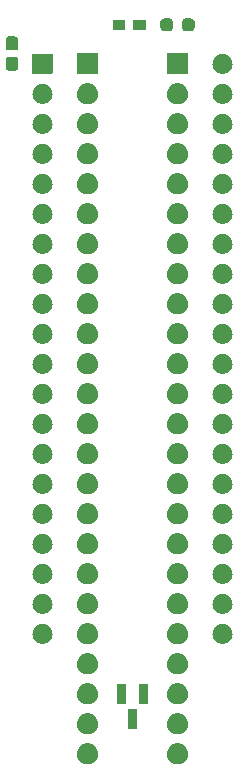
<source format=gbr>
G04 #@! TF.GenerationSoftware,KiCad,Pcbnew,8.0.4+dfsg-1*
G04 #@! TF.CreationDate,2024-12-10T16:31:56+09:00*
G04 #@! TF.ProjectId,bionic-z8691,62696f6e-6963-42d7-9a38-3639312e6b69,6*
G04 #@! TF.SameCoordinates,Original*
G04 #@! TF.FileFunction,Soldermask,Top*
G04 #@! TF.FilePolarity,Negative*
%FSLAX46Y46*%
G04 Gerber Fmt 4.6, Leading zero omitted, Abs format (unit mm)*
G04 Created by KiCad (PCBNEW 8.0.4+dfsg-1) date 2024-12-10 16:31:56*
%MOMM*%
%LPD*%
G01*
G04 APERTURE LIST*
G04 APERTURE END LIST*
G36*
X109933983Y-132603936D02*
G01*
X109984180Y-132603936D01*
X110027524Y-132613149D01*
X110065659Y-132616905D01*
X110113566Y-132631437D01*
X110168424Y-132643098D01*
X110203530Y-132658728D01*
X110234566Y-132668143D01*
X110283884Y-132694504D01*
X110340500Y-132719711D01*
X110366822Y-132738835D01*
X110390232Y-132751348D01*
X110437988Y-132790540D01*
X110492887Y-132830427D01*
X110510711Y-132850223D01*
X110526675Y-132863324D01*
X110569572Y-132915594D01*
X110618924Y-132970405D01*
X110629292Y-132988363D01*
X110638651Y-132999767D01*
X110673273Y-133064542D01*
X110713104Y-133133530D01*
X110717685Y-133147630D01*
X110721856Y-133155433D01*
X110744852Y-133231242D01*
X110771311Y-133312672D01*
X110772242Y-133321532D01*
X110773094Y-133324340D01*
X110781384Y-133408513D01*
X110791000Y-133500000D01*
X110781383Y-133591494D01*
X110773094Y-133675659D01*
X110772242Y-133678466D01*
X110771311Y-133687328D01*
X110744848Y-133768771D01*
X110721856Y-133844566D01*
X110717686Y-133852366D01*
X110713104Y-133866470D01*
X110673266Y-133935470D01*
X110638651Y-134000232D01*
X110629294Y-134011633D01*
X110618924Y-134029595D01*
X110569563Y-134084415D01*
X110526675Y-134136675D01*
X110510714Y-134149773D01*
X110492887Y-134169573D01*
X110437977Y-134209467D01*
X110390232Y-134248651D01*
X110366827Y-134261161D01*
X110340500Y-134280289D01*
X110283873Y-134305500D01*
X110234566Y-134331856D01*
X110203537Y-134341268D01*
X110168424Y-134356902D01*
X110113555Y-134368564D01*
X110065659Y-134383094D01*
X110027532Y-134386849D01*
X109984180Y-134396064D01*
X109933973Y-134396064D01*
X109890000Y-134400395D01*
X109846027Y-134396064D01*
X109795820Y-134396064D01*
X109752467Y-134386849D01*
X109714340Y-134383094D01*
X109666441Y-134368563D01*
X109611576Y-134356902D01*
X109576464Y-134341269D01*
X109545433Y-134331856D01*
X109496120Y-134305498D01*
X109439500Y-134280289D01*
X109413175Y-134261163D01*
X109389767Y-134248651D01*
X109342013Y-134209460D01*
X109287113Y-134169573D01*
X109269287Y-134149776D01*
X109253324Y-134136675D01*
X109210425Y-134084402D01*
X109161076Y-134029595D01*
X109150708Y-134011637D01*
X109141348Y-134000232D01*
X109106719Y-133935447D01*
X109066896Y-133866470D01*
X109062315Y-133852371D01*
X109058143Y-133844566D01*
X109035136Y-133768725D01*
X109008689Y-133687328D01*
X109007758Y-133678471D01*
X109006905Y-133675659D01*
X108998600Y-133591342D01*
X108989000Y-133500000D01*
X108998599Y-133408664D01*
X109006905Y-133324340D01*
X109007758Y-133321527D01*
X109008689Y-133312672D01*
X109035132Y-133231288D01*
X109058143Y-133155433D01*
X109062315Y-133147626D01*
X109066896Y-133133530D01*
X109106712Y-133064565D01*
X109141348Y-132999767D01*
X109150710Y-132988359D01*
X109161076Y-132970405D01*
X109210416Y-132915607D01*
X109253324Y-132863324D01*
X109269291Y-132850219D01*
X109287113Y-132830427D01*
X109342002Y-132790546D01*
X109389767Y-132751348D01*
X109413180Y-132738833D01*
X109439500Y-132719711D01*
X109496109Y-132694506D01*
X109545433Y-132668143D01*
X109576471Y-132658727D01*
X109611576Y-132643098D01*
X109666430Y-132631438D01*
X109714340Y-132616905D01*
X109752476Y-132613148D01*
X109795820Y-132603936D01*
X109846016Y-132603936D01*
X109890000Y-132599604D01*
X109933983Y-132603936D01*
G37*
G36*
X117553983Y-132603936D02*
G01*
X117604180Y-132603936D01*
X117647524Y-132613149D01*
X117685659Y-132616905D01*
X117733566Y-132631437D01*
X117788424Y-132643098D01*
X117823530Y-132658728D01*
X117854566Y-132668143D01*
X117903884Y-132694504D01*
X117960500Y-132719711D01*
X117986822Y-132738835D01*
X118010232Y-132751348D01*
X118057988Y-132790540D01*
X118112887Y-132830427D01*
X118130711Y-132850223D01*
X118146675Y-132863324D01*
X118189572Y-132915594D01*
X118238924Y-132970405D01*
X118249292Y-132988363D01*
X118258651Y-132999767D01*
X118293273Y-133064542D01*
X118333104Y-133133530D01*
X118337685Y-133147630D01*
X118341856Y-133155433D01*
X118364852Y-133231242D01*
X118391311Y-133312672D01*
X118392242Y-133321532D01*
X118393094Y-133324340D01*
X118401384Y-133408513D01*
X118411000Y-133500000D01*
X118401383Y-133591494D01*
X118393094Y-133675659D01*
X118392242Y-133678466D01*
X118391311Y-133687328D01*
X118364848Y-133768771D01*
X118341856Y-133844566D01*
X118337686Y-133852366D01*
X118333104Y-133866470D01*
X118293266Y-133935470D01*
X118258651Y-134000232D01*
X118249294Y-134011633D01*
X118238924Y-134029595D01*
X118189563Y-134084415D01*
X118146675Y-134136675D01*
X118130714Y-134149773D01*
X118112887Y-134169573D01*
X118057977Y-134209467D01*
X118010232Y-134248651D01*
X117986827Y-134261161D01*
X117960500Y-134280289D01*
X117903873Y-134305500D01*
X117854566Y-134331856D01*
X117823537Y-134341268D01*
X117788424Y-134356902D01*
X117733555Y-134368564D01*
X117685659Y-134383094D01*
X117647532Y-134386849D01*
X117604180Y-134396064D01*
X117553973Y-134396064D01*
X117510000Y-134400395D01*
X117466027Y-134396064D01*
X117415820Y-134396064D01*
X117372467Y-134386849D01*
X117334340Y-134383094D01*
X117286441Y-134368563D01*
X117231576Y-134356902D01*
X117196464Y-134341269D01*
X117165433Y-134331856D01*
X117116120Y-134305498D01*
X117059500Y-134280289D01*
X117033175Y-134261163D01*
X117009767Y-134248651D01*
X116962013Y-134209460D01*
X116907113Y-134169573D01*
X116889287Y-134149776D01*
X116873324Y-134136675D01*
X116830425Y-134084402D01*
X116781076Y-134029595D01*
X116770708Y-134011637D01*
X116761348Y-134000232D01*
X116726719Y-133935447D01*
X116686896Y-133866470D01*
X116682315Y-133852371D01*
X116678143Y-133844566D01*
X116655136Y-133768725D01*
X116628689Y-133687328D01*
X116627758Y-133678471D01*
X116626905Y-133675659D01*
X116618600Y-133591342D01*
X116609000Y-133500000D01*
X116618599Y-133408664D01*
X116626905Y-133324340D01*
X116627758Y-133321527D01*
X116628689Y-133312672D01*
X116655132Y-133231288D01*
X116678143Y-133155433D01*
X116682315Y-133147626D01*
X116686896Y-133133530D01*
X116726712Y-133064565D01*
X116761348Y-132999767D01*
X116770710Y-132988359D01*
X116781076Y-132970405D01*
X116830416Y-132915607D01*
X116873324Y-132863324D01*
X116889291Y-132850219D01*
X116907113Y-132830427D01*
X116962002Y-132790546D01*
X117009767Y-132751348D01*
X117033180Y-132738833D01*
X117059500Y-132719711D01*
X117116109Y-132694506D01*
X117165433Y-132668143D01*
X117196471Y-132658727D01*
X117231576Y-132643098D01*
X117286430Y-132631438D01*
X117334340Y-132616905D01*
X117372476Y-132613148D01*
X117415820Y-132603936D01*
X117466016Y-132603936D01*
X117510000Y-132599604D01*
X117553983Y-132603936D01*
G37*
G36*
X109933983Y-130063936D02*
G01*
X109984180Y-130063936D01*
X110027524Y-130073149D01*
X110065659Y-130076905D01*
X110113566Y-130091437D01*
X110168424Y-130103098D01*
X110203530Y-130118728D01*
X110234566Y-130128143D01*
X110283884Y-130154504D01*
X110340500Y-130179711D01*
X110366822Y-130198835D01*
X110390232Y-130211348D01*
X110437988Y-130250540D01*
X110492887Y-130290427D01*
X110510711Y-130310223D01*
X110526675Y-130323324D01*
X110569572Y-130375594D01*
X110618924Y-130430405D01*
X110629292Y-130448363D01*
X110638651Y-130459767D01*
X110673273Y-130524542D01*
X110713104Y-130593530D01*
X110717685Y-130607630D01*
X110721856Y-130615433D01*
X110744852Y-130691242D01*
X110771311Y-130772672D01*
X110772242Y-130781532D01*
X110773094Y-130784340D01*
X110781384Y-130868513D01*
X110791000Y-130960000D01*
X110781383Y-131051494D01*
X110773094Y-131135659D01*
X110772242Y-131138466D01*
X110771311Y-131147328D01*
X110744848Y-131228771D01*
X110721856Y-131304566D01*
X110717686Y-131312366D01*
X110713104Y-131326470D01*
X110673266Y-131395470D01*
X110638651Y-131460232D01*
X110629294Y-131471633D01*
X110618924Y-131489595D01*
X110569563Y-131544415D01*
X110526675Y-131596675D01*
X110510714Y-131609773D01*
X110492887Y-131629573D01*
X110437977Y-131669467D01*
X110390232Y-131708651D01*
X110366827Y-131721161D01*
X110340500Y-131740289D01*
X110283873Y-131765500D01*
X110234566Y-131791856D01*
X110203537Y-131801268D01*
X110168424Y-131816902D01*
X110113555Y-131828564D01*
X110065659Y-131843094D01*
X110027532Y-131846849D01*
X109984180Y-131856064D01*
X109933973Y-131856064D01*
X109890000Y-131860395D01*
X109846027Y-131856064D01*
X109795820Y-131856064D01*
X109752467Y-131846849D01*
X109714340Y-131843094D01*
X109666441Y-131828563D01*
X109611576Y-131816902D01*
X109576464Y-131801269D01*
X109545433Y-131791856D01*
X109496120Y-131765498D01*
X109439500Y-131740289D01*
X109413175Y-131721163D01*
X109389767Y-131708651D01*
X109342013Y-131669460D01*
X109287113Y-131629573D01*
X109269287Y-131609776D01*
X109253324Y-131596675D01*
X109210425Y-131544402D01*
X109161076Y-131489595D01*
X109150708Y-131471637D01*
X109141348Y-131460232D01*
X109106719Y-131395447D01*
X109066896Y-131326470D01*
X109062315Y-131312371D01*
X109058143Y-131304566D01*
X109035136Y-131228725D01*
X109008689Y-131147328D01*
X109007758Y-131138471D01*
X109006905Y-131135659D01*
X108998600Y-131051342D01*
X108989000Y-130960000D01*
X108998599Y-130868664D01*
X109006905Y-130784340D01*
X109007758Y-130781527D01*
X109008689Y-130772672D01*
X109035132Y-130691288D01*
X109058143Y-130615433D01*
X109062315Y-130607626D01*
X109066896Y-130593530D01*
X109106712Y-130524565D01*
X109141348Y-130459767D01*
X109150710Y-130448359D01*
X109161076Y-130430405D01*
X109210416Y-130375607D01*
X109253324Y-130323324D01*
X109269291Y-130310219D01*
X109287113Y-130290427D01*
X109342002Y-130250546D01*
X109389767Y-130211348D01*
X109413180Y-130198833D01*
X109439500Y-130179711D01*
X109496109Y-130154506D01*
X109545433Y-130128143D01*
X109576471Y-130118727D01*
X109611576Y-130103098D01*
X109666430Y-130091438D01*
X109714340Y-130076905D01*
X109752476Y-130073148D01*
X109795820Y-130063936D01*
X109846016Y-130063936D01*
X109890000Y-130059604D01*
X109933983Y-130063936D01*
G37*
G36*
X117553983Y-130063936D02*
G01*
X117604180Y-130063936D01*
X117647524Y-130073149D01*
X117685659Y-130076905D01*
X117733566Y-130091437D01*
X117788424Y-130103098D01*
X117823530Y-130118728D01*
X117854566Y-130128143D01*
X117903884Y-130154504D01*
X117960500Y-130179711D01*
X117986822Y-130198835D01*
X118010232Y-130211348D01*
X118057988Y-130250540D01*
X118112887Y-130290427D01*
X118130711Y-130310223D01*
X118146675Y-130323324D01*
X118189572Y-130375594D01*
X118238924Y-130430405D01*
X118249292Y-130448363D01*
X118258651Y-130459767D01*
X118293273Y-130524542D01*
X118333104Y-130593530D01*
X118337685Y-130607630D01*
X118341856Y-130615433D01*
X118364852Y-130691242D01*
X118391311Y-130772672D01*
X118392242Y-130781532D01*
X118393094Y-130784340D01*
X118401384Y-130868513D01*
X118411000Y-130960000D01*
X118401383Y-131051494D01*
X118393094Y-131135659D01*
X118392242Y-131138466D01*
X118391311Y-131147328D01*
X118364848Y-131228771D01*
X118341856Y-131304566D01*
X118337686Y-131312366D01*
X118333104Y-131326470D01*
X118293266Y-131395470D01*
X118258651Y-131460232D01*
X118249294Y-131471633D01*
X118238924Y-131489595D01*
X118189563Y-131544415D01*
X118146675Y-131596675D01*
X118130714Y-131609773D01*
X118112887Y-131629573D01*
X118057977Y-131669467D01*
X118010232Y-131708651D01*
X117986827Y-131721161D01*
X117960500Y-131740289D01*
X117903873Y-131765500D01*
X117854566Y-131791856D01*
X117823537Y-131801268D01*
X117788424Y-131816902D01*
X117733555Y-131828564D01*
X117685659Y-131843094D01*
X117647532Y-131846849D01*
X117604180Y-131856064D01*
X117553973Y-131856064D01*
X117510000Y-131860395D01*
X117466027Y-131856064D01*
X117415820Y-131856064D01*
X117372467Y-131846849D01*
X117334340Y-131843094D01*
X117286441Y-131828563D01*
X117231576Y-131816902D01*
X117196464Y-131801269D01*
X117165433Y-131791856D01*
X117116120Y-131765498D01*
X117059500Y-131740289D01*
X117033175Y-131721163D01*
X117009767Y-131708651D01*
X116962013Y-131669460D01*
X116907113Y-131629573D01*
X116889287Y-131609776D01*
X116873324Y-131596675D01*
X116830425Y-131544402D01*
X116781076Y-131489595D01*
X116770708Y-131471637D01*
X116761348Y-131460232D01*
X116726719Y-131395447D01*
X116686896Y-131326470D01*
X116682315Y-131312371D01*
X116678143Y-131304566D01*
X116655136Y-131228725D01*
X116628689Y-131147328D01*
X116627758Y-131138471D01*
X116626905Y-131135659D01*
X116618600Y-131051342D01*
X116609000Y-130960000D01*
X116618599Y-130868664D01*
X116626905Y-130784340D01*
X116627758Y-130781527D01*
X116628689Y-130772672D01*
X116655132Y-130691288D01*
X116678143Y-130615433D01*
X116682315Y-130607626D01*
X116686896Y-130593530D01*
X116726712Y-130524565D01*
X116761348Y-130459767D01*
X116770710Y-130448359D01*
X116781076Y-130430405D01*
X116830416Y-130375607D01*
X116873324Y-130323324D01*
X116889291Y-130310219D01*
X116907113Y-130290427D01*
X116962002Y-130250546D01*
X117009767Y-130211348D01*
X117033180Y-130198833D01*
X117059500Y-130179711D01*
X117116109Y-130154506D01*
X117165433Y-130128143D01*
X117196471Y-130118727D01*
X117231576Y-130103098D01*
X117286430Y-130091438D01*
X117334340Y-130076905D01*
X117372476Y-130073148D01*
X117415820Y-130063936D01*
X117466016Y-130063936D01*
X117510000Y-130059604D01*
X117553983Y-130063936D01*
G37*
G36*
X114049717Y-129692082D02*
G01*
X114066262Y-129703138D01*
X114077318Y-129719683D01*
X114081200Y-129739200D01*
X114081200Y-131364800D01*
X114077318Y-131384317D01*
X114066262Y-131400862D01*
X114049717Y-131411918D01*
X114030200Y-131415800D01*
X113369800Y-131415800D01*
X113350283Y-131411918D01*
X113333738Y-131400862D01*
X113322682Y-131384317D01*
X113318800Y-131364800D01*
X113318800Y-129739200D01*
X113322682Y-129719683D01*
X113333738Y-129703138D01*
X113350283Y-129692082D01*
X113369800Y-129688200D01*
X114030200Y-129688200D01*
X114049717Y-129692082D01*
G37*
G36*
X109933983Y-127523936D02*
G01*
X109984180Y-127523936D01*
X110027524Y-127533149D01*
X110065659Y-127536905D01*
X110113566Y-127551437D01*
X110168424Y-127563098D01*
X110203530Y-127578728D01*
X110234566Y-127588143D01*
X110283884Y-127614504D01*
X110340500Y-127639711D01*
X110366822Y-127658835D01*
X110390232Y-127671348D01*
X110437988Y-127710540D01*
X110492887Y-127750427D01*
X110510711Y-127770223D01*
X110526675Y-127783324D01*
X110569572Y-127835594D01*
X110618924Y-127890405D01*
X110629292Y-127908363D01*
X110638651Y-127919767D01*
X110673273Y-127984542D01*
X110713104Y-128053530D01*
X110717685Y-128067630D01*
X110721856Y-128075433D01*
X110744852Y-128151242D01*
X110771311Y-128232672D01*
X110772242Y-128241532D01*
X110773094Y-128244340D01*
X110781384Y-128328513D01*
X110791000Y-128420000D01*
X110781383Y-128511494D01*
X110773094Y-128595659D01*
X110772242Y-128598466D01*
X110771311Y-128607328D01*
X110744848Y-128688771D01*
X110721856Y-128764566D01*
X110717686Y-128772366D01*
X110713104Y-128786470D01*
X110673266Y-128855470D01*
X110638651Y-128920232D01*
X110629294Y-128931633D01*
X110618924Y-128949595D01*
X110569563Y-129004415D01*
X110526675Y-129056675D01*
X110510714Y-129069773D01*
X110492887Y-129089573D01*
X110437977Y-129129467D01*
X110390232Y-129168651D01*
X110366827Y-129181161D01*
X110340500Y-129200289D01*
X110283873Y-129225500D01*
X110234566Y-129251856D01*
X110203537Y-129261268D01*
X110168424Y-129276902D01*
X110113555Y-129288564D01*
X110065659Y-129303094D01*
X110027532Y-129306849D01*
X109984180Y-129316064D01*
X109933973Y-129316064D01*
X109890000Y-129320395D01*
X109846027Y-129316064D01*
X109795820Y-129316064D01*
X109752467Y-129306849D01*
X109714340Y-129303094D01*
X109666441Y-129288563D01*
X109611576Y-129276902D01*
X109576464Y-129261269D01*
X109545433Y-129251856D01*
X109496120Y-129225498D01*
X109439500Y-129200289D01*
X109413175Y-129181163D01*
X109389767Y-129168651D01*
X109342013Y-129129460D01*
X109287113Y-129089573D01*
X109269287Y-129069776D01*
X109253324Y-129056675D01*
X109210425Y-129004402D01*
X109161076Y-128949595D01*
X109150708Y-128931637D01*
X109141348Y-128920232D01*
X109106719Y-128855447D01*
X109066896Y-128786470D01*
X109062315Y-128772371D01*
X109058143Y-128764566D01*
X109035136Y-128688725D01*
X109008689Y-128607328D01*
X109007758Y-128598471D01*
X109006905Y-128595659D01*
X108998600Y-128511342D01*
X108989000Y-128420000D01*
X108998599Y-128328664D01*
X109006905Y-128244340D01*
X109007758Y-128241527D01*
X109008689Y-128232672D01*
X109035132Y-128151288D01*
X109058143Y-128075433D01*
X109062315Y-128067626D01*
X109066896Y-128053530D01*
X109106712Y-127984565D01*
X109141348Y-127919767D01*
X109150710Y-127908359D01*
X109161076Y-127890405D01*
X109210416Y-127835607D01*
X109253324Y-127783324D01*
X109269291Y-127770219D01*
X109287113Y-127750427D01*
X109342002Y-127710546D01*
X109389767Y-127671348D01*
X109413180Y-127658833D01*
X109439500Y-127639711D01*
X109496109Y-127614506D01*
X109545433Y-127588143D01*
X109576471Y-127578727D01*
X109611576Y-127563098D01*
X109666430Y-127551438D01*
X109714340Y-127536905D01*
X109752476Y-127533148D01*
X109795820Y-127523936D01*
X109846016Y-127523936D01*
X109890000Y-127519604D01*
X109933983Y-127523936D01*
G37*
G36*
X117553983Y-127523936D02*
G01*
X117604180Y-127523936D01*
X117647524Y-127533149D01*
X117685659Y-127536905D01*
X117733566Y-127551437D01*
X117788424Y-127563098D01*
X117823530Y-127578728D01*
X117854566Y-127588143D01*
X117903884Y-127614504D01*
X117960500Y-127639711D01*
X117986822Y-127658835D01*
X118010232Y-127671348D01*
X118057988Y-127710540D01*
X118112887Y-127750427D01*
X118130711Y-127770223D01*
X118146675Y-127783324D01*
X118189572Y-127835594D01*
X118238924Y-127890405D01*
X118249292Y-127908363D01*
X118258651Y-127919767D01*
X118293273Y-127984542D01*
X118333104Y-128053530D01*
X118337685Y-128067630D01*
X118341856Y-128075433D01*
X118364852Y-128151242D01*
X118391311Y-128232672D01*
X118392242Y-128241532D01*
X118393094Y-128244340D01*
X118401384Y-128328513D01*
X118411000Y-128420000D01*
X118401383Y-128511494D01*
X118393094Y-128595659D01*
X118392242Y-128598466D01*
X118391311Y-128607328D01*
X118364848Y-128688771D01*
X118341856Y-128764566D01*
X118337686Y-128772366D01*
X118333104Y-128786470D01*
X118293266Y-128855470D01*
X118258651Y-128920232D01*
X118249294Y-128931633D01*
X118238924Y-128949595D01*
X118189563Y-129004415D01*
X118146675Y-129056675D01*
X118130714Y-129069773D01*
X118112887Y-129089573D01*
X118057977Y-129129467D01*
X118010232Y-129168651D01*
X117986827Y-129181161D01*
X117960500Y-129200289D01*
X117903873Y-129225500D01*
X117854566Y-129251856D01*
X117823537Y-129261268D01*
X117788424Y-129276902D01*
X117733555Y-129288564D01*
X117685659Y-129303094D01*
X117647532Y-129306849D01*
X117604180Y-129316064D01*
X117553973Y-129316064D01*
X117510000Y-129320395D01*
X117466027Y-129316064D01*
X117415820Y-129316064D01*
X117372467Y-129306849D01*
X117334340Y-129303094D01*
X117286441Y-129288563D01*
X117231576Y-129276902D01*
X117196464Y-129261269D01*
X117165433Y-129251856D01*
X117116120Y-129225498D01*
X117059500Y-129200289D01*
X117033175Y-129181163D01*
X117009767Y-129168651D01*
X116962013Y-129129460D01*
X116907113Y-129089573D01*
X116889287Y-129069776D01*
X116873324Y-129056675D01*
X116830425Y-129004402D01*
X116781076Y-128949595D01*
X116770708Y-128931637D01*
X116761348Y-128920232D01*
X116726719Y-128855447D01*
X116686896Y-128786470D01*
X116682315Y-128772371D01*
X116678143Y-128764566D01*
X116655136Y-128688725D01*
X116628689Y-128607328D01*
X116627758Y-128598471D01*
X116626905Y-128595659D01*
X116618600Y-128511342D01*
X116609000Y-128420000D01*
X116618599Y-128328664D01*
X116626905Y-128244340D01*
X116627758Y-128241527D01*
X116628689Y-128232672D01*
X116655132Y-128151288D01*
X116678143Y-128075433D01*
X116682315Y-128067626D01*
X116686896Y-128053530D01*
X116726712Y-127984565D01*
X116761348Y-127919767D01*
X116770710Y-127908359D01*
X116781076Y-127890405D01*
X116830416Y-127835607D01*
X116873324Y-127783324D01*
X116889291Y-127770219D01*
X116907113Y-127750427D01*
X116962002Y-127710546D01*
X117009767Y-127671348D01*
X117033180Y-127658833D01*
X117059500Y-127639711D01*
X117116109Y-127614506D01*
X117165433Y-127588143D01*
X117196471Y-127578727D01*
X117231576Y-127563098D01*
X117286430Y-127551438D01*
X117334340Y-127536905D01*
X117372476Y-127533148D01*
X117415820Y-127523936D01*
X117466016Y-127523936D01*
X117510000Y-127519604D01*
X117553983Y-127523936D01*
G37*
G36*
X113099716Y-127560082D02*
G01*
X113116261Y-127571138D01*
X113127317Y-127587683D01*
X113131199Y-127607200D01*
X113131199Y-129232800D01*
X113127317Y-129252317D01*
X113116261Y-129268862D01*
X113099716Y-129279918D01*
X113080199Y-129283800D01*
X112419799Y-129283800D01*
X112400282Y-129279918D01*
X112383737Y-129268862D01*
X112372681Y-129252317D01*
X112368799Y-129232800D01*
X112368799Y-127607200D01*
X112372681Y-127587683D01*
X112383737Y-127571138D01*
X112400282Y-127560082D01*
X112419799Y-127556200D01*
X113080199Y-127556200D01*
X113099716Y-127560082D01*
G37*
G36*
X114999718Y-127560082D02*
G01*
X115016263Y-127571138D01*
X115027319Y-127587683D01*
X115031201Y-127607200D01*
X115031201Y-129232800D01*
X115027319Y-129252317D01*
X115016263Y-129268862D01*
X114999718Y-129279918D01*
X114980201Y-129283800D01*
X114319801Y-129283800D01*
X114300284Y-129279918D01*
X114283739Y-129268862D01*
X114272683Y-129252317D01*
X114268801Y-129232800D01*
X114268801Y-127607200D01*
X114272683Y-127587683D01*
X114283739Y-127571138D01*
X114300284Y-127560082D01*
X114319801Y-127556200D01*
X114980201Y-127556200D01*
X114999718Y-127560082D01*
G37*
G36*
X109933983Y-124983936D02*
G01*
X109984180Y-124983936D01*
X110027524Y-124993149D01*
X110065659Y-124996905D01*
X110113566Y-125011437D01*
X110168424Y-125023098D01*
X110203530Y-125038728D01*
X110234566Y-125048143D01*
X110283884Y-125074504D01*
X110340500Y-125099711D01*
X110366822Y-125118835D01*
X110390232Y-125131348D01*
X110437988Y-125170540D01*
X110492887Y-125210427D01*
X110510711Y-125230223D01*
X110526675Y-125243324D01*
X110569572Y-125295594D01*
X110618924Y-125350405D01*
X110629292Y-125368363D01*
X110638651Y-125379767D01*
X110673273Y-125444542D01*
X110713104Y-125513530D01*
X110717685Y-125527630D01*
X110721856Y-125535433D01*
X110744852Y-125611242D01*
X110771311Y-125692672D01*
X110772242Y-125701532D01*
X110773094Y-125704340D01*
X110781384Y-125788513D01*
X110791000Y-125880000D01*
X110781383Y-125971494D01*
X110773094Y-126055659D01*
X110772242Y-126058466D01*
X110771311Y-126067328D01*
X110744848Y-126148771D01*
X110721856Y-126224566D01*
X110717686Y-126232366D01*
X110713104Y-126246470D01*
X110673266Y-126315470D01*
X110638651Y-126380232D01*
X110629294Y-126391633D01*
X110618924Y-126409595D01*
X110569563Y-126464415D01*
X110526675Y-126516675D01*
X110510714Y-126529773D01*
X110492887Y-126549573D01*
X110437977Y-126589467D01*
X110390232Y-126628651D01*
X110366827Y-126641161D01*
X110340500Y-126660289D01*
X110283873Y-126685500D01*
X110234566Y-126711856D01*
X110203537Y-126721268D01*
X110168424Y-126736902D01*
X110113555Y-126748564D01*
X110065659Y-126763094D01*
X110027532Y-126766849D01*
X109984180Y-126776064D01*
X109933973Y-126776064D01*
X109890000Y-126780395D01*
X109846027Y-126776064D01*
X109795820Y-126776064D01*
X109752467Y-126766849D01*
X109714340Y-126763094D01*
X109666441Y-126748563D01*
X109611576Y-126736902D01*
X109576464Y-126721269D01*
X109545433Y-126711856D01*
X109496120Y-126685498D01*
X109439500Y-126660289D01*
X109413175Y-126641163D01*
X109389767Y-126628651D01*
X109342013Y-126589460D01*
X109287113Y-126549573D01*
X109269287Y-126529776D01*
X109253324Y-126516675D01*
X109210425Y-126464402D01*
X109161076Y-126409595D01*
X109150708Y-126391637D01*
X109141348Y-126380232D01*
X109106719Y-126315447D01*
X109066896Y-126246470D01*
X109062315Y-126232371D01*
X109058143Y-126224566D01*
X109035136Y-126148725D01*
X109008689Y-126067328D01*
X109007758Y-126058471D01*
X109006905Y-126055659D01*
X108998600Y-125971342D01*
X108989000Y-125880000D01*
X108998599Y-125788664D01*
X109006905Y-125704340D01*
X109007758Y-125701527D01*
X109008689Y-125692672D01*
X109035132Y-125611288D01*
X109058143Y-125535433D01*
X109062315Y-125527626D01*
X109066896Y-125513530D01*
X109106712Y-125444565D01*
X109141348Y-125379767D01*
X109150710Y-125368359D01*
X109161076Y-125350405D01*
X109210416Y-125295607D01*
X109253324Y-125243324D01*
X109269291Y-125230219D01*
X109287113Y-125210427D01*
X109342002Y-125170546D01*
X109389767Y-125131348D01*
X109413180Y-125118833D01*
X109439500Y-125099711D01*
X109496109Y-125074506D01*
X109545433Y-125048143D01*
X109576471Y-125038727D01*
X109611576Y-125023098D01*
X109666430Y-125011438D01*
X109714340Y-124996905D01*
X109752476Y-124993148D01*
X109795820Y-124983936D01*
X109846016Y-124983936D01*
X109890000Y-124979604D01*
X109933983Y-124983936D01*
G37*
G36*
X117553983Y-124983936D02*
G01*
X117604180Y-124983936D01*
X117647524Y-124993149D01*
X117685659Y-124996905D01*
X117733566Y-125011437D01*
X117788424Y-125023098D01*
X117823530Y-125038728D01*
X117854566Y-125048143D01*
X117903884Y-125074504D01*
X117960500Y-125099711D01*
X117986822Y-125118835D01*
X118010232Y-125131348D01*
X118057988Y-125170540D01*
X118112887Y-125210427D01*
X118130711Y-125230223D01*
X118146675Y-125243324D01*
X118189572Y-125295594D01*
X118238924Y-125350405D01*
X118249292Y-125368363D01*
X118258651Y-125379767D01*
X118293273Y-125444542D01*
X118333104Y-125513530D01*
X118337685Y-125527630D01*
X118341856Y-125535433D01*
X118364852Y-125611242D01*
X118391311Y-125692672D01*
X118392242Y-125701532D01*
X118393094Y-125704340D01*
X118401384Y-125788513D01*
X118411000Y-125880000D01*
X118401383Y-125971494D01*
X118393094Y-126055659D01*
X118392242Y-126058466D01*
X118391311Y-126067328D01*
X118364848Y-126148771D01*
X118341856Y-126224566D01*
X118337686Y-126232366D01*
X118333104Y-126246470D01*
X118293266Y-126315470D01*
X118258651Y-126380232D01*
X118249294Y-126391633D01*
X118238924Y-126409595D01*
X118189563Y-126464415D01*
X118146675Y-126516675D01*
X118130714Y-126529773D01*
X118112887Y-126549573D01*
X118057977Y-126589467D01*
X118010232Y-126628651D01*
X117986827Y-126641161D01*
X117960500Y-126660289D01*
X117903873Y-126685500D01*
X117854566Y-126711856D01*
X117823537Y-126721268D01*
X117788424Y-126736902D01*
X117733555Y-126748564D01*
X117685659Y-126763094D01*
X117647532Y-126766849D01*
X117604180Y-126776064D01*
X117553973Y-126776064D01*
X117510000Y-126780395D01*
X117466027Y-126776064D01*
X117415820Y-126776064D01*
X117372467Y-126766849D01*
X117334340Y-126763094D01*
X117286441Y-126748563D01*
X117231576Y-126736902D01*
X117196464Y-126721269D01*
X117165433Y-126711856D01*
X117116120Y-126685498D01*
X117059500Y-126660289D01*
X117033175Y-126641163D01*
X117009767Y-126628651D01*
X116962013Y-126589460D01*
X116907113Y-126549573D01*
X116889287Y-126529776D01*
X116873324Y-126516675D01*
X116830425Y-126464402D01*
X116781076Y-126409595D01*
X116770708Y-126391637D01*
X116761348Y-126380232D01*
X116726719Y-126315447D01*
X116686896Y-126246470D01*
X116682315Y-126232371D01*
X116678143Y-126224566D01*
X116655136Y-126148725D01*
X116628689Y-126067328D01*
X116627758Y-126058471D01*
X116626905Y-126055659D01*
X116618600Y-125971342D01*
X116609000Y-125880000D01*
X116618599Y-125788664D01*
X116626905Y-125704340D01*
X116627758Y-125701527D01*
X116628689Y-125692672D01*
X116655132Y-125611288D01*
X116678143Y-125535433D01*
X116682315Y-125527626D01*
X116686896Y-125513530D01*
X116726712Y-125444565D01*
X116761348Y-125379767D01*
X116770710Y-125368359D01*
X116781076Y-125350405D01*
X116830416Y-125295607D01*
X116873324Y-125243324D01*
X116889291Y-125230219D01*
X116907113Y-125210427D01*
X116962002Y-125170546D01*
X117009767Y-125131348D01*
X117033180Y-125118833D01*
X117059500Y-125099711D01*
X117116109Y-125074506D01*
X117165433Y-125048143D01*
X117196471Y-125038727D01*
X117231576Y-125023098D01*
X117286430Y-125011438D01*
X117334340Y-124996905D01*
X117372476Y-124993148D01*
X117415820Y-124983936D01*
X117466016Y-124983936D01*
X117510000Y-124979604D01*
X117553983Y-124983936D01*
G37*
G36*
X109933983Y-122443936D02*
G01*
X109984180Y-122443936D01*
X110027524Y-122453149D01*
X110065659Y-122456905D01*
X110113566Y-122471437D01*
X110168424Y-122483098D01*
X110203530Y-122498728D01*
X110234566Y-122508143D01*
X110283884Y-122534504D01*
X110340500Y-122559711D01*
X110366822Y-122578835D01*
X110390232Y-122591348D01*
X110437988Y-122630540D01*
X110492887Y-122670427D01*
X110510711Y-122690223D01*
X110526675Y-122703324D01*
X110569572Y-122755594D01*
X110618924Y-122810405D01*
X110629292Y-122828363D01*
X110638651Y-122839767D01*
X110673273Y-122904542D01*
X110713104Y-122973530D01*
X110717685Y-122987630D01*
X110721856Y-122995433D01*
X110744852Y-123071242D01*
X110771311Y-123152672D01*
X110772242Y-123161532D01*
X110773094Y-123164340D01*
X110781384Y-123248513D01*
X110791000Y-123340000D01*
X110781383Y-123431494D01*
X110773094Y-123515659D01*
X110772242Y-123518466D01*
X110771311Y-123527328D01*
X110744848Y-123608771D01*
X110721856Y-123684566D01*
X110717686Y-123692366D01*
X110713104Y-123706470D01*
X110673266Y-123775470D01*
X110638651Y-123840232D01*
X110629294Y-123851633D01*
X110618924Y-123869595D01*
X110569563Y-123924415D01*
X110526675Y-123976675D01*
X110510714Y-123989773D01*
X110492887Y-124009573D01*
X110437977Y-124049467D01*
X110390232Y-124088651D01*
X110366827Y-124101161D01*
X110340500Y-124120289D01*
X110283873Y-124145500D01*
X110234566Y-124171856D01*
X110203537Y-124181268D01*
X110168424Y-124196902D01*
X110113555Y-124208564D01*
X110065659Y-124223094D01*
X110027532Y-124226849D01*
X109984180Y-124236064D01*
X109933973Y-124236064D01*
X109890000Y-124240395D01*
X109846027Y-124236064D01*
X109795820Y-124236064D01*
X109752467Y-124226849D01*
X109714340Y-124223094D01*
X109666441Y-124208563D01*
X109611576Y-124196902D01*
X109576464Y-124181269D01*
X109545433Y-124171856D01*
X109496120Y-124145498D01*
X109439500Y-124120289D01*
X109413175Y-124101163D01*
X109389767Y-124088651D01*
X109342013Y-124049460D01*
X109287113Y-124009573D01*
X109269287Y-123989776D01*
X109253324Y-123976675D01*
X109210425Y-123924402D01*
X109161076Y-123869595D01*
X109150708Y-123851637D01*
X109141348Y-123840232D01*
X109106719Y-123775447D01*
X109066896Y-123706470D01*
X109062315Y-123692371D01*
X109058143Y-123684566D01*
X109035136Y-123608725D01*
X109008689Y-123527328D01*
X109007758Y-123518471D01*
X109006905Y-123515659D01*
X108998600Y-123431342D01*
X108989000Y-123340000D01*
X108998599Y-123248664D01*
X109006905Y-123164340D01*
X109007758Y-123161527D01*
X109008689Y-123152672D01*
X109035132Y-123071288D01*
X109058143Y-122995433D01*
X109062315Y-122987626D01*
X109066896Y-122973530D01*
X109106712Y-122904565D01*
X109141348Y-122839767D01*
X109150710Y-122828359D01*
X109161076Y-122810405D01*
X109210416Y-122755607D01*
X109253324Y-122703324D01*
X109269291Y-122690219D01*
X109287113Y-122670427D01*
X109342002Y-122630546D01*
X109389767Y-122591348D01*
X109413180Y-122578833D01*
X109439500Y-122559711D01*
X109496109Y-122534506D01*
X109545433Y-122508143D01*
X109576471Y-122498727D01*
X109611576Y-122483098D01*
X109666430Y-122471438D01*
X109714340Y-122456905D01*
X109752476Y-122453148D01*
X109795820Y-122443936D01*
X109846016Y-122443936D01*
X109890000Y-122439604D01*
X109933983Y-122443936D01*
G37*
G36*
X117553983Y-122443936D02*
G01*
X117604180Y-122443936D01*
X117647524Y-122453149D01*
X117685659Y-122456905D01*
X117733566Y-122471437D01*
X117788424Y-122483098D01*
X117823530Y-122498728D01*
X117854566Y-122508143D01*
X117903884Y-122534504D01*
X117960500Y-122559711D01*
X117986822Y-122578835D01*
X118010232Y-122591348D01*
X118057988Y-122630540D01*
X118112887Y-122670427D01*
X118130711Y-122690223D01*
X118146675Y-122703324D01*
X118189572Y-122755594D01*
X118238924Y-122810405D01*
X118249292Y-122828363D01*
X118258651Y-122839767D01*
X118293273Y-122904542D01*
X118333104Y-122973530D01*
X118337685Y-122987630D01*
X118341856Y-122995433D01*
X118364852Y-123071242D01*
X118391311Y-123152672D01*
X118392242Y-123161532D01*
X118393094Y-123164340D01*
X118401384Y-123248513D01*
X118411000Y-123340000D01*
X118401383Y-123431494D01*
X118393094Y-123515659D01*
X118392242Y-123518466D01*
X118391311Y-123527328D01*
X118364848Y-123608771D01*
X118341856Y-123684566D01*
X118337686Y-123692366D01*
X118333104Y-123706470D01*
X118293266Y-123775470D01*
X118258651Y-123840232D01*
X118249294Y-123851633D01*
X118238924Y-123869595D01*
X118189563Y-123924415D01*
X118146675Y-123976675D01*
X118130714Y-123989773D01*
X118112887Y-124009573D01*
X118057977Y-124049467D01*
X118010232Y-124088651D01*
X117986827Y-124101161D01*
X117960500Y-124120289D01*
X117903873Y-124145500D01*
X117854566Y-124171856D01*
X117823537Y-124181268D01*
X117788424Y-124196902D01*
X117733555Y-124208564D01*
X117685659Y-124223094D01*
X117647532Y-124226849D01*
X117604180Y-124236064D01*
X117553973Y-124236064D01*
X117510000Y-124240395D01*
X117466027Y-124236064D01*
X117415820Y-124236064D01*
X117372467Y-124226849D01*
X117334340Y-124223094D01*
X117286441Y-124208563D01*
X117231576Y-124196902D01*
X117196464Y-124181269D01*
X117165433Y-124171856D01*
X117116120Y-124145498D01*
X117059500Y-124120289D01*
X117033175Y-124101163D01*
X117009767Y-124088651D01*
X116962013Y-124049460D01*
X116907113Y-124009573D01*
X116889287Y-123989776D01*
X116873324Y-123976675D01*
X116830425Y-123924402D01*
X116781076Y-123869595D01*
X116770708Y-123851637D01*
X116761348Y-123840232D01*
X116726719Y-123775447D01*
X116686896Y-123706470D01*
X116682315Y-123692371D01*
X116678143Y-123684566D01*
X116655136Y-123608725D01*
X116628689Y-123527328D01*
X116627758Y-123518471D01*
X116626905Y-123515659D01*
X116618600Y-123431342D01*
X116609000Y-123340000D01*
X116618599Y-123248664D01*
X116626905Y-123164340D01*
X116627758Y-123161527D01*
X116628689Y-123152672D01*
X116655132Y-123071288D01*
X116678143Y-122995433D01*
X116682315Y-122987626D01*
X116686896Y-122973530D01*
X116726712Y-122904565D01*
X116761348Y-122839767D01*
X116770710Y-122828359D01*
X116781076Y-122810405D01*
X116830416Y-122755607D01*
X116873324Y-122703324D01*
X116889291Y-122690219D01*
X116907113Y-122670427D01*
X116962002Y-122630546D01*
X117009767Y-122591348D01*
X117033180Y-122578833D01*
X117059500Y-122559711D01*
X117116109Y-122534506D01*
X117165433Y-122508143D01*
X117196471Y-122498727D01*
X117231576Y-122483098D01*
X117286430Y-122471438D01*
X117334340Y-122456905D01*
X117372476Y-122453148D01*
X117415820Y-122443936D01*
X117466016Y-122443936D01*
X117510000Y-122439604D01*
X117553983Y-122443936D01*
G37*
G36*
X106121199Y-122493662D02*
G01*
X106168954Y-122493662D01*
X106210194Y-122502427D01*
X106245901Y-122505945D01*
X106290759Y-122519552D01*
X106342973Y-122530651D01*
X106376384Y-122545526D01*
X106405435Y-122554339D01*
X106451602Y-122579015D01*
X106505500Y-122603012D01*
X106530554Y-122621215D01*
X106552453Y-122632920D01*
X106597128Y-122669584D01*
X106649430Y-122707584D01*
X106666411Y-122726443D01*
X106681320Y-122738679D01*
X106721387Y-122787501D01*
X106768473Y-122839795D01*
X106778364Y-122856927D01*
X106787079Y-122867546D01*
X106819306Y-122927840D01*
X106857427Y-122993867D01*
X106861813Y-123007368D01*
X106865660Y-123014564D01*
X106886861Y-123084455D01*
X106912404Y-123163067D01*
X106913303Y-123171623D01*
X106914054Y-123174098D01*
X106921371Y-123248389D01*
X106931000Y-123340000D01*
X106921370Y-123431619D01*
X106914054Y-123505901D01*
X106913303Y-123508375D01*
X106912404Y-123516933D01*
X106886856Y-123595558D01*
X106865660Y-123665435D01*
X106861814Y-123672629D01*
X106857427Y-123686133D01*
X106819299Y-123752172D01*
X106787079Y-123812453D01*
X106778366Y-123823069D01*
X106768473Y-123840205D01*
X106721378Y-123892509D01*
X106681320Y-123941320D01*
X106666414Y-123953552D01*
X106649430Y-123972416D01*
X106597118Y-124010423D01*
X106552453Y-124047079D01*
X106530559Y-124058780D01*
X106505500Y-124076988D01*
X106451591Y-124100989D01*
X106405435Y-124125660D01*
X106376391Y-124134470D01*
X106342973Y-124149349D01*
X106290748Y-124160449D01*
X106245901Y-124174054D01*
X106210203Y-124177570D01*
X106168954Y-124186338D01*
X106121188Y-124186338D01*
X106080000Y-124190395D01*
X106038811Y-124186338D01*
X105991046Y-124186338D01*
X105949797Y-124177570D01*
X105914098Y-124174054D01*
X105869248Y-124160448D01*
X105817027Y-124149349D01*
X105783610Y-124134471D01*
X105754564Y-124125660D01*
X105708402Y-124100986D01*
X105654500Y-124076988D01*
X105629443Y-124058783D01*
X105607546Y-124047079D01*
X105562873Y-124010416D01*
X105510570Y-123972416D01*
X105493588Y-123953555D01*
X105478679Y-123941320D01*
X105438610Y-123892496D01*
X105391527Y-123840205D01*
X105381636Y-123823073D01*
X105372920Y-123812453D01*
X105340687Y-123752148D01*
X105302573Y-123686133D01*
X105298186Y-123672634D01*
X105294339Y-123665435D01*
X105273128Y-123595512D01*
X105247596Y-123516933D01*
X105246697Y-123508380D01*
X105245945Y-123505901D01*
X105238613Y-123431467D01*
X105229000Y-123340000D01*
X105238612Y-123248540D01*
X105245945Y-123174098D01*
X105246697Y-123171618D01*
X105247596Y-123163067D01*
X105273123Y-123084502D01*
X105294339Y-123014564D01*
X105298187Y-123007363D01*
X105302573Y-122993867D01*
X105340680Y-122927863D01*
X105372920Y-122867546D01*
X105381638Y-122856923D01*
X105391527Y-122839795D01*
X105438601Y-122787513D01*
X105478679Y-122738679D01*
X105493591Y-122726440D01*
X105510570Y-122707584D01*
X105562862Y-122669591D01*
X105607546Y-122632920D01*
X105629448Y-122621213D01*
X105654500Y-122603012D01*
X105708391Y-122579018D01*
X105754564Y-122554339D01*
X105783617Y-122545525D01*
X105817027Y-122530651D01*
X105869237Y-122519553D01*
X105914098Y-122505945D01*
X105949806Y-122502427D01*
X105991046Y-122493662D01*
X106038801Y-122493662D01*
X106080000Y-122489604D01*
X106121199Y-122493662D01*
G37*
G36*
X121361199Y-122493662D02*
G01*
X121408954Y-122493662D01*
X121450194Y-122502427D01*
X121485901Y-122505945D01*
X121530759Y-122519552D01*
X121582973Y-122530651D01*
X121616384Y-122545526D01*
X121645435Y-122554339D01*
X121691602Y-122579015D01*
X121745500Y-122603012D01*
X121770554Y-122621215D01*
X121792453Y-122632920D01*
X121837128Y-122669584D01*
X121889430Y-122707584D01*
X121906411Y-122726443D01*
X121921320Y-122738679D01*
X121961387Y-122787501D01*
X122008473Y-122839795D01*
X122018364Y-122856927D01*
X122027079Y-122867546D01*
X122059306Y-122927840D01*
X122097427Y-122993867D01*
X122101813Y-123007368D01*
X122105660Y-123014564D01*
X122126861Y-123084455D01*
X122152404Y-123163067D01*
X122153303Y-123171623D01*
X122154054Y-123174098D01*
X122161371Y-123248389D01*
X122171000Y-123340000D01*
X122161370Y-123431619D01*
X122154054Y-123505901D01*
X122153303Y-123508375D01*
X122152404Y-123516933D01*
X122126856Y-123595558D01*
X122105660Y-123665435D01*
X122101814Y-123672629D01*
X122097427Y-123686133D01*
X122059299Y-123752172D01*
X122027079Y-123812453D01*
X122018366Y-123823069D01*
X122008473Y-123840205D01*
X121961378Y-123892509D01*
X121921320Y-123941320D01*
X121906414Y-123953552D01*
X121889430Y-123972416D01*
X121837118Y-124010423D01*
X121792453Y-124047079D01*
X121770559Y-124058780D01*
X121745500Y-124076988D01*
X121691591Y-124100989D01*
X121645435Y-124125660D01*
X121616391Y-124134470D01*
X121582973Y-124149349D01*
X121530748Y-124160449D01*
X121485901Y-124174054D01*
X121450203Y-124177570D01*
X121408954Y-124186338D01*
X121361188Y-124186338D01*
X121320000Y-124190395D01*
X121278811Y-124186338D01*
X121231046Y-124186338D01*
X121189797Y-124177570D01*
X121154098Y-124174054D01*
X121109248Y-124160448D01*
X121057027Y-124149349D01*
X121023610Y-124134471D01*
X120994564Y-124125660D01*
X120948402Y-124100986D01*
X120894500Y-124076988D01*
X120869443Y-124058783D01*
X120847546Y-124047079D01*
X120802873Y-124010416D01*
X120750570Y-123972416D01*
X120733588Y-123953555D01*
X120718679Y-123941320D01*
X120678610Y-123892496D01*
X120631527Y-123840205D01*
X120621636Y-123823073D01*
X120612920Y-123812453D01*
X120580687Y-123752148D01*
X120542573Y-123686133D01*
X120538186Y-123672634D01*
X120534339Y-123665435D01*
X120513128Y-123595512D01*
X120487596Y-123516933D01*
X120486697Y-123508380D01*
X120485945Y-123505901D01*
X120478613Y-123431467D01*
X120469000Y-123340000D01*
X120478612Y-123248540D01*
X120485945Y-123174098D01*
X120486697Y-123171618D01*
X120487596Y-123163067D01*
X120513123Y-123084502D01*
X120534339Y-123014564D01*
X120538187Y-123007363D01*
X120542573Y-122993867D01*
X120580680Y-122927863D01*
X120612920Y-122867546D01*
X120621638Y-122856923D01*
X120631527Y-122839795D01*
X120678601Y-122787513D01*
X120718679Y-122738679D01*
X120733591Y-122726440D01*
X120750570Y-122707584D01*
X120802862Y-122669591D01*
X120847546Y-122632920D01*
X120869448Y-122621213D01*
X120894500Y-122603012D01*
X120948391Y-122579018D01*
X120994564Y-122554339D01*
X121023617Y-122545525D01*
X121057027Y-122530651D01*
X121109237Y-122519553D01*
X121154098Y-122505945D01*
X121189806Y-122502427D01*
X121231046Y-122493662D01*
X121278801Y-122493662D01*
X121320000Y-122489604D01*
X121361199Y-122493662D01*
G37*
G36*
X109933983Y-119903936D02*
G01*
X109984180Y-119903936D01*
X110027524Y-119913149D01*
X110065659Y-119916905D01*
X110113566Y-119931437D01*
X110168424Y-119943098D01*
X110203530Y-119958728D01*
X110234566Y-119968143D01*
X110283884Y-119994504D01*
X110340500Y-120019711D01*
X110366822Y-120038835D01*
X110390232Y-120051348D01*
X110437988Y-120090540D01*
X110492887Y-120130427D01*
X110510711Y-120150223D01*
X110526675Y-120163324D01*
X110569572Y-120215594D01*
X110618924Y-120270405D01*
X110629292Y-120288363D01*
X110638651Y-120299767D01*
X110673273Y-120364542D01*
X110713104Y-120433530D01*
X110717685Y-120447630D01*
X110721856Y-120455433D01*
X110744852Y-120531242D01*
X110771311Y-120612672D01*
X110772242Y-120621532D01*
X110773094Y-120624340D01*
X110781384Y-120708513D01*
X110791000Y-120800000D01*
X110781383Y-120891494D01*
X110773094Y-120975659D01*
X110772242Y-120978466D01*
X110771311Y-120987328D01*
X110744848Y-121068771D01*
X110721856Y-121144566D01*
X110717686Y-121152366D01*
X110713104Y-121166470D01*
X110673266Y-121235470D01*
X110638651Y-121300232D01*
X110629294Y-121311633D01*
X110618924Y-121329595D01*
X110569563Y-121384415D01*
X110526675Y-121436675D01*
X110510714Y-121449773D01*
X110492887Y-121469573D01*
X110437977Y-121509467D01*
X110390232Y-121548651D01*
X110366827Y-121561161D01*
X110340500Y-121580289D01*
X110283873Y-121605500D01*
X110234566Y-121631856D01*
X110203537Y-121641268D01*
X110168424Y-121656902D01*
X110113555Y-121668564D01*
X110065659Y-121683094D01*
X110027532Y-121686849D01*
X109984180Y-121696064D01*
X109933973Y-121696064D01*
X109890000Y-121700395D01*
X109846027Y-121696064D01*
X109795820Y-121696064D01*
X109752467Y-121686849D01*
X109714340Y-121683094D01*
X109666441Y-121668563D01*
X109611576Y-121656902D01*
X109576464Y-121641269D01*
X109545433Y-121631856D01*
X109496120Y-121605498D01*
X109439500Y-121580289D01*
X109413175Y-121561163D01*
X109389767Y-121548651D01*
X109342013Y-121509460D01*
X109287113Y-121469573D01*
X109269287Y-121449776D01*
X109253324Y-121436675D01*
X109210425Y-121384402D01*
X109161076Y-121329595D01*
X109150708Y-121311637D01*
X109141348Y-121300232D01*
X109106719Y-121235447D01*
X109066896Y-121166470D01*
X109062315Y-121152371D01*
X109058143Y-121144566D01*
X109035136Y-121068725D01*
X109008689Y-120987328D01*
X109007758Y-120978471D01*
X109006905Y-120975659D01*
X108998600Y-120891342D01*
X108989000Y-120800000D01*
X108998599Y-120708664D01*
X109006905Y-120624340D01*
X109007758Y-120621527D01*
X109008689Y-120612672D01*
X109035132Y-120531288D01*
X109058143Y-120455433D01*
X109062315Y-120447626D01*
X109066896Y-120433530D01*
X109106712Y-120364565D01*
X109141348Y-120299767D01*
X109150710Y-120288359D01*
X109161076Y-120270405D01*
X109210416Y-120215607D01*
X109253324Y-120163324D01*
X109269291Y-120150219D01*
X109287113Y-120130427D01*
X109342002Y-120090546D01*
X109389767Y-120051348D01*
X109413180Y-120038833D01*
X109439500Y-120019711D01*
X109496109Y-119994506D01*
X109545433Y-119968143D01*
X109576471Y-119958727D01*
X109611576Y-119943098D01*
X109666430Y-119931438D01*
X109714340Y-119916905D01*
X109752476Y-119913148D01*
X109795820Y-119903936D01*
X109846016Y-119903936D01*
X109890000Y-119899604D01*
X109933983Y-119903936D01*
G37*
G36*
X117553983Y-119903936D02*
G01*
X117604180Y-119903936D01*
X117647524Y-119913149D01*
X117685659Y-119916905D01*
X117733566Y-119931437D01*
X117788424Y-119943098D01*
X117823530Y-119958728D01*
X117854566Y-119968143D01*
X117903884Y-119994504D01*
X117960500Y-120019711D01*
X117986822Y-120038835D01*
X118010232Y-120051348D01*
X118057988Y-120090540D01*
X118112887Y-120130427D01*
X118130711Y-120150223D01*
X118146675Y-120163324D01*
X118189572Y-120215594D01*
X118238924Y-120270405D01*
X118249292Y-120288363D01*
X118258651Y-120299767D01*
X118293273Y-120364542D01*
X118333104Y-120433530D01*
X118337685Y-120447630D01*
X118341856Y-120455433D01*
X118364852Y-120531242D01*
X118391311Y-120612672D01*
X118392242Y-120621532D01*
X118393094Y-120624340D01*
X118401384Y-120708513D01*
X118411000Y-120800000D01*
X118401383Y-120891494D01*
X118393094Y-120975659D01*
X118392242Y-120978466D01*
X118391311Y-120987328D01*
X118364848Y-121068771D01*
X118341856Y-121144566D01*
X118337686Y-121152366D01*
X118333104Y-121166470D01*
X118293266Y-121235470D01*
X118258651Y-121300232D01*
X118249294Y-121311633D01*
X118238924Y-121329595D01*
X118189563Y-121384415D01*
X118146675Y-121436675D01*
X118130714Y-121449773D01*
X118112887Y-121469573D01*
X118057977Y-121509467D01*
X118010232Y-121548651D01*
X117986827Y-121561161D01*
X117960500Y-121580289D01*
X117903873Y-121605500D01*
X117854566Y-121631856D01*
X117823537Y-121641268D01*
X117788424Y-121656902D01*
X117733555Y-121668564D01*
X117685659Y-121683094D01*
X117647532Y-121686849D01*
X117604180Y-121696064D01*
X117553973Y-121696064D01*
X117510000Y-121700395D01*
X117466027Y-121696064D01*
X117415820Y-121696064D01*
X117372467Y-121686849D01*
X117334340Y-121683094D01*
X117286441Y-121668563D01*
X117231576Y-121656902D01*
X117196464Y-121641269D01*
X117165433Y-121631856D01*
X117116120Y-121605498D01*
X117059500Y-121580289D01*
X117033175Y-121561163D01*
X117009767Y-121548651D01*
X116962013Y-121509460D01*
X116907113Y-121469573D01*
X116889287Y-121449776D01*
X116873324Y-121436675D01*
X116830425Y-121384402D01*
X116781076Y-121329595D01*
X116770708Y-121311637D01*
X116761348Y-121300232D01*
X116726719Y-121235447D01*
X116686896Y-121166470D01*
X116682315Y-121152371D01*
X116678143Y-121144566D01*
X116655136Y-121068725D01*
X116628689Y-120987328D01*
X116627758Y-120978471D01*
X116626905Y-120975659D01*
X116618600Y-120891342D01*
X116609000Y-120800000D01*
X116618599Y-120708664D01*
X116626905Y-120624340D01*
X116627758Y-120621527D01*
X116628689Y-120612672D01*
X116655132Y-120531288D01*
X116678143Y-120455433D01*
X116682315Y-120447626D01*
X116686896Y-120433530D01*
X116726712Y-120364565D01*
X116761348Y-120299767D01*
X116770710Y-120288359D01*
X116781076Y-120270405D01*
X116830416Y-120215607D01*
X116873324Y-120163324D01*
X116889291Y-120150219D01*
X116907113Y-120130427D01*
X116962002Y-120090546D01*
X117009767Y-120051348D01*
X117033180Y-120038833D01*
X117059500Y-120019711D01*
X117116109Y-119994506D01*
X117165433Y-119968143D01*
X117196471Y-119958727D01*
X117231576Y-119943098D01*
X117286430Y-119931438D01*
X117334340Y-119916905D01*
X117372476Y-119913148D01*
X117415820Y-119903936D01*
X117466016Y-119903936D01*
X117510000Y-119899604D01*
X117553983Y-119903936D01*
G37*
G36*
X106121199Y-119953662D02*
G01*
X106168954Y-119953662D01*
X106210194Y-119962427D01*
X106245901Y-119965945D01*
X106290759Y-119979552D01*
X106342973Y-119990651D01*
X106376384Y-120005526D01*
X106405435Y-120014339D01*
X106451602Y-120039015D01*
X106505500Y-120063012D01*
X106530554Y-120081215D01*
X106552453Y-120092920D01*
X106597128Y-120129584D01*
X106649430Y-120167584D01*
X106666411Y-120186443D01*
X106681320Y-120198679D01*
X106721387Y-120247501D01*
X106768473Y-120299795D01*
X106778364Y-120316927D01*
X106787079Y-120327546D01*
X106819306Y-120387840D01*
X106857427Y-120453867D01*
X106861813Y-120467368D01*
X106865660Y-120474564D01*
X106886861Y-120544455D01*
X106912404Y-120623067D01*
X106913303Y-120631623D01*
X106914054Y-120634098D01*
X106921371Y-120708389D01*
X106931000Y-120800000D01*
X106921370Y-120891619D01*
X106914054Y-120965901D01*
X106913303Y-120968375D01*
X106912404Y-120976933D01*
X106886856Y-121055558D01*
X106865660Y-121125435D01*
X106861814Y-121132629D01*
X106857427Y-121146133D01*
X106819299Y-121212172D01*
X106787079Y-121272453D01*
X106778366Y-121283069D01*
X106768473Y-121300205D01*
X106721378Y-121352509D01*
X106681320Y-121401320D01*
X106666414Y-121413552D01*
X106649430Y-121432416D01*
X106597118Y-121470423D01*
X106552453Y-121507079D01*
X106530559Y-121518780D01*
X106505500Y-121536988D01*
X106451591Y-121560989D01*
X106405435Y-121585660D01*
X106376391Y-121594470D01*
X106342973Y-121609349D01*
X106290748Y-121620449D01*
X106245901Y-121634054D01*
X106210203Y-121637570D01*
X106168954Y-121646338D01*
X106121188Y-121646338D01*
X106080000Y-121650395D01*
X106038811Y-121646338D01*
X105991046Y-121646338D01*
X105949797Y-121637570D01*
X105914098Y-121634054D01*
X105869248Y-121620448D01*
X105817027Y-121609349D01*
X105783610Y-121594471D01*
X105754564Y-121585660D01*
X105708402Y-121560986D01*
X105654500Y-121536988D01*
X105629443Y-121518783D01*
X105607546Y-121507079D01*
X105562873Y-121470416D01*
X105510570Y-121432416D01*
X105493588Y-121413555D01*
X105478679Y-121401320D01*
X105438610Y-121352496D01*
X105391527Y-121300205D01*
X105381636Y-121283073D01*
X105372920Y-121272453D01*
X105340687Y-121212148D01*
X105302573Y-121146133D01*
X105298186Y-121132634D01*
X105294339Y-121125435D01*
X105273128Y-121055512D01*
X105247596Y-120976933D01*
X105246697Y-120968380D01*
X105245945Y-120965901D01*
X105238613Y-120891467D01*
X105229000Y-120800000D01*
X105238612Y-120708540D01*
X105245945Y-120634098D01*
X105246697Y-120631618D01*
X105247596Y-120623067D01*
X105273123Y-120544502D01*
X105294339Y-120474564D01*
X105298187Y-120467363D01*
X105302573Y-120453867D01*
X105340680Y-120387863D01*
X105372920Y-120327546D01*
X105381638Y-120316923D01*
X105391527Y-120299795D01*
X105438601Y-120247513D01*
X105478679Y-120198679D01*
X105493591Y-120186440D01*
X105510570Y-120167584D01*
X105562862Y-120129591D01*
X105607546Y-120092920D01*
X105629448Y-120081213D01*
X105654500Y-120063012D01*
X105708391Y-120039018D01*
X105754564Y-120014339D01*
X105783617Y-120005525D01*
X105817027Y-119990651D01*
X105869237Y-119979553D01*
X105914098Y-119965945D01*
X105949806Y-119962427D01*
X105991046Y-119953662D01*
X106038801Y-119953662D01*
X106080000Y-119949604D01*
X106121199Y-119953662D01*
G37*
G36*
X121361199Y-119953662D02*
G01*
X121408954Y-119953662D01*
X121450194Y-119962427D01*
X121485901Y-119965945D01*
X121530759Y-119979552D01*
X121582973Y-119990651D01*
X121616384Y-120005526D01*
X121645435Y-120014339D01*
X121691602Y-120039015D01*
X121745500Y-120063012D01*
X121770554Y-120081215D01*
X121792453Y-120092920D01*
X121837128Y-120129584D01*
X121889430Y-120167584D01*
X121906411Y-120186443D01*
X121921320Y-120198679D01*
X121961387Y-120247501D01*
X122008473Y-120299795D01*
X122018364Y-120316927D01*
X122027079Y-120327546D01*
X122059306Y-120387840D01*
X122097427Y-120453867D01*
X122101813Y-120467368D01*
X122105660Y-120474564D01*
X122126861Y-120544455D01*
X122152404Y-120623067D01*
X122153303Y-120631623D01*
X122154054Y-120634098D01*
X122161371Y-120708389D01*
X122171000Y-120800000D01*
X122161370Y-120891619D01*
X122154054Y-120965901D01*
X122153303Y-120968375D01*
X122152404Y-120976933D01*
X122126856Y-121055558D01*
X122105660Y-121125435D01*
X122101814Y-121132629D01*
X122097427Y-121146133D01*
X122059299Y-121212172D01*
X122027079Y-121272453D01*
X122018366Y-121283069D01*
X122008473Y-121300205D01*
X121961378Y-121352509D01*
X121921320Y-121401320D01*
X121906414Y-121413552D01*
X121889430Y-121432416D01*
X121837118Y-121470423D01*
X121792453Y-121507079D01*
X121770559Y-121518780D01*
X121745500Y-121536988D01*
X121691591Y-121560989D01*
X121645435Y-121585660D01*
X121616391Y-121594470D01*
X121582973Y-121609349D01*
X121530748Y-121620449D01*
X121485901Y-121634054D01*
X121450203Y-121637570D01*
X121408954Y-121646338D01*
X121361188Y-121646338D01*
X121320000Y-121650395D01*
X121278811Y-121646338D01*
X121231046Y-121646338D01*
X121189797Y-121637570D01*
X121154098Y-121634054D01*
X121109248Y-121620448D01*
X121057027Y-121609349D01*
X121023610Y-121594471D01*
X120994564Y-121585660D01*
X120948402Y-121560986D01*
X120894500Y-121536988D01*
X120869443Y-121518783D01*
X120847546Y-121507079D01*
X120802873Y-121470416D01*
X120750570Y-121432416D01*
X120733588Y-121413555D01*
X120718679Y-121401320D01*
X120678610Y-121352496D01*
X120631527Y-121300205D01*
X120621636Y-121283073D01*
X120612920Y-121272453D01*
X120580687Y-121212148D01*
X120542573Y-121146133D01*
X120538186Y-121132634D01*
X120534339Y-121125435D01*
X120513128Y-121055512D01*
X120487596Y-120976933D01*
X120486697Y-120968380D01*
X120485945Y-120965901D01*
X120478613Y-120891467D01*
X120469000Y-120800000D01*
X120478612Y-120708540D01*
X120485945Y-120634098D01*
X120486697Y-120631618D01*
X120487596Y-120623067D01*
X120513123Y-120544502D01*
X120534339Y-120474564D01*
X120538187Y-120467363D01*
X120542573Y-120453867D01*
X120580680Y-120387863D01*
X120612920Y-120327546D01*
X120621638Y-120316923D01*
X120631527Y-120299795D01*
X120678601Y-120247513D01*
X120718679Y-120198679D01*
X120733591Y-120186440D01*
X120750570Y-120167584D01*
X120802862Y-120129591D01*
X120847546Y-120092920D01*
X120869448Y-120081213D01*
X120894500Y-120063012D01*
X120948391Y-120039018D01*
X120994564Y-120014339D01*
X121023617Y-120005525D01*
X121057027Y-119990651D01*
X121109237Y-119979553D01*
X121154098Y-119965945D01*
X121189806Y-119962427D01*
X121231046Y-119953662D01*
X121278801Y-119953662D01*
X121320000Y-119949604D01*
X121361199Y-119953662D01*
G37*
G36*
X109933983Y-117363936D02*
G01*
X109984180Y-117363936D01*
X110027524Y-117373149D01*
X110065659Y-117376905D01*
X110113566Y-117391437D01*
X110168424Y-117403098D01*
X110203530Y-117418728D01*
X110234566Y-117428143D01*
X110283884Y-117454504D01*
X110340500Y-117479711D01*
X110366822Y-117498835D01*
X110390232Y-117511348D01*
X110437988Y-117550540D01*
X110492887Y-117590427D01*
X110510711Y-117610223D01*
X110526675Y-117623324D01*
X110569572Y-117675594D01*
X110618924Y-117730405D01*
X110629292Y-117748363D01*
X110638651Y-117759767D01*
X110673273Y-117824542D01*
X110713104Y-117893530D01*
X110717685Y-117907630D01*
X110721856Y-117915433D01*
X110744852Y-117991242D01*
X110771311Y-118072672D01*
X110772242Y-118081532D01*
X110773094Y-118084340D01*
X110781384Y-118168513D01*
X110791000Y-118260000D01*
X110781383Y-118351494D01*
X110773094Y-118435659D01*
X110772242Y-118438466D01*
X110771311Y-118447328D01*
X110744848Y-118528771D01*
X110721856Y-118604566D01*
X110717686Y-118612366D01*
X110713104Y-118626470D01*
X110673266Y-118695470D01*
X110638651Y-118760232D01*
X110629294Y-118771633D01*
X110618924Y-118789595D01*
X110569563Y-118844415D01*
X110526675Y-118896675D01*
X110510714Y-118909773D01*
X110492887Y-118929573D01*
X110437977Y-118969467D01*
X110390232Y-119008651D01*
X110366827Y-119021161D01*
X110340500Y-119040289D01*
X110283873Y-119065500D01*
X110234566Y-119091856D01*
X110203537Y-119101268D01*
X110168424Y-119116902D01*
X110113555Y-119128564D01*
X110065659Y-119143094D01*
X110027532Y-119146849D01*
X109984180Y-119156064D01*
X109933973Y-119156064D01*
X109890000Y-119160395D01*
X109846027Y-119156064D01*
X109795820Y-119156064D01*
X109752467Y-119146849D01*
X109714340Y-119143094D01*
X109666441Y-119128563D01*
X109611576Y-119116902D01*
X109576464Y-119101269D01*
X109545433Y-119091856D01*
X109496120Y-119065498D01*
X109439500Y-119040289D01*
X109413175Y-119021163D01*
X109389767Y-119008651D01*
X109342013Y-118969460D01*
X109287113Y-118929573D01*
X109269287Y-118909776D01*
X109253324Y-118896675D01*
X109210425Y-118844402D01*
X109161076Y-118789595D01*
X109150708Y-118771637D01*
X109141348Y-118760232D01*
X109106719Y-118695447D01*
X109066896Y-118626470D01*
X109062315Y-118612371D01*
X109058143Y-118604566D01*
X109035136Y-118528725D01*
X109008689Y-118447328D01*
X109007758Y-118438471D01*
X109006905Y-118435659D01*
X108998600Y-118351342D01*
X108989000Y-118260000D01*
X108998599Y-118168664D01*
X109006905Y-118084340D01*
X109007758Y-118081527D01*
X109008689Y-118072672D01*
X109035132Y-117991288D01*
X109058143Y-117915433D01*
X109062315Y-117907626D01*
X109066896Y-117893530D01*
X109106712Y-117824565D01*
X109141348Y-117759767D01*
X109150710Y-117748359D01*
X109161076Y-117730405D01*
X109210416Y-117675607D01*
X109253324Y-117623324D01*
X109269291Y-117610219D01*
X109287113Y-117590427D01*
X109342002Y-117550546D01*
X109389767Y-117511348D01*
X109413180Y-117498833D01*
X109439500Y-117479711D01*
X109496109Y-117454506D01*
X109545433Y-117428143D01*
X109576471Y-117418727D01*
X109611576Y-117403098D01*
X109666430Y-117391438D01*
X109714340Y-117376905D01*
X109752476Y-117373148D01*
X109795820Y-117363936D01*
X109846016Y-117363936D01*
X109890000Y-117359604D01*
X109933983Y-117363936D01*
G37*
G36*
X117553983Y-117363936D02*
G01*
X117604180Y-117363936D01*
X117647524Y-117373149D01*
X117685659Y-117376905D01*
X117733566Y-117391437D01*
X117788424Y-117403098D01*
X117823530Y-117418728D01*
X117854566Y-117428143D01*
X117903884Y-117454504D01*
X117960500Y-117479711D01*
X117986822Y-117498835D01*
X118010232Y-117511348D01*
X118057988Y-117550540D01*
X118112887Y-117590427D01*
X118130711Y-117610223D01*
X118146675Y-117623324D01*
X118189572Y-117675594D01*
X118238924Y-117730405D01*
X118249292Y-117748363D01*
X118258651Y-117759767D01*
X118293273Y-117824542D01*
X118333104Y-117893530D01*
X118337685Y-117907630D01*
X118341856Y-117915433D01*
X118364852Y-117991242D01*
X118391311Y-118072672D01*
X118392242Y-118081532D01*
X118393094Y-118084340D01*
X118401384Y-118168513D01*
X118411000Y-118260000D01*
X118401383Y-118351494D01*
X118393094Y-118435659D01*
X118392242Y-118438466D01*
X118391311Y-118447328D01*
X118364848Y-118528771D01*
X118341856Y-118604566D01*
X118337686Y-118612366D01*
X118333104Y-118626470D01*
X118293266Y-118695470D01*
X118258651Y-118760232D01*
X118249294Y-118771633D01*
X118238924Y-118789595D01*
X118189563Y-118844415D01*
X118146675Y-118896675D01*
X118130714Y-118909773D01*
X118112887Y-118929573D01*
X118057977Y-118969467D01*
X118010232Y-119008651D01*
X117986827Y-119021161D01*
X117960500Y-119040289D01*
X117903873Y-119065500D01*
X117854566Y-119091856D01*
X117823537Y-119101268D01*
X117788424Y-119116902D01*
X117733555Y-119128564D01*
X117685659Y-119143094D01*
X117647532Y-119146849D01*
X117604180Y-119156064D01*
X117553973Y-119156064D01*
X117510000Y-119160395D01*
X117466027Y-119156064D01*
X117415820Y-119156064D01*
X117372467Y-119146849D01*
X117334340Y-119143094D01*
X117286441Y-119128563D01*
X117231576Y-119116902D01*
X117196464Y-119101269D01*
X117165433Y-119091856D01*
X117116120Y-119065498D01*
X117059500Y-119040289D01*
X117033175Y-119021163D01*
X117009767Y-119008651D01*
X116962013Y-118969460D01*
X116907113Y-118929573D01*
X116889287Y-118909776D01*
X116873324Y-118896675D01*
X116830425Y-118844402D01*
X116781076Y-118789595D01*
X116770708Y-118771637D01*
X116761348Y-118760232D01*
X116726719Y-118695447D01*
X116686896Y-118626470D01*
X116682315Y-118612371D01*
X116678143Y-118604566D01*
X116655136Y-118528725D01*
X116628689Y-118447328D01*
X116627758Y-118438471D01*
X116626905Y-118435659D01*
X116618600Y-118351342D01*
X116609000Y-118260000D01*
X116618599Y-118168664D01*
X116626905Y-118084340D01*
X116627758Y-118081527D01*
X116628689Y-118072672D01*
X116655132Y-117991288D01*
X116678143Y-117915433D01*
X116682315Y-117907626D01*
X116686896Y-117893530D01*
X116726712Y-117824565D01*
X116761348Y-117759767D01*
X116770710Y-117748359D01*
X116781076Y-117730405D01*
X116830416Y-117675607D01*
X116873324Y-117623324D01*
X116889291Y-117610219D01*
X116907113Y-117590427D01*
X116962002Y-117550546D01*
X117009767Y-117511348D01*
X117033180Y-117498833D01*
X117059500Y-117479711D01*
X117116109Y-117454506D01*
X117165433Y-117428143D01*
X117196471Y-117418727D01*
X117231576Y-117403098D01*
X117286430Y-117391438D01*
X117334340Y-117376905D01*
X117372476Y-117373148D01*
X117415820Y-117363936D01*
X117466016Y-117363936D01*
X117510000Y-117359604D01*
X117553983Y-117363936D01*
G37*
G36*
X106121199Y-117413662D02*
G01*
X106168954Y-117413662D01*
X106210194Y-117422427D01*
X106245901Y-117425945D01*
X106290759Y-117439552D01*
X106342973Y-117450651D01*
X106376384Y-117465526D01*
X106405435Y-117474339D01*
X106451602Y-117499015D01*
X106505500Y-117523012D01*
X106530554Y-117541215D01*
X106552453Y-117552920D01*
X106597128Y-117589584D01*
X106649430Y-117627584D01*
X106666411Y-117646443D01*
X106681320Y-117658679D01*
X106721387Y-117707501D01*
X106768473Y-117759795D01*
X106778364Y-117776927D01*
X106787079Y-117787546D01*
X106819306Y-117847840D01*
X106857427Y-117913867D01*
X106861813Y-117927368D01*
X106865660Y-117934564D01*
X106886861Y-118004455D01*
X106912404Y-118083067D01*
X106913303Y-118091623D01*
X106914054Y-118094098D01*
X106921371Y-118168389D01*
X106931000Y-118260000D01*
X106921370Y-118351619D01*
X106914054Y-118425901D01*
X106913303Y-118428375D01*
X106912404Y-118436933D01*
X106886856Y-118515558D01*
X106865660Y-118585435D01*
X106861814Y-118592629D01*
X106857427Y-118606133D01*
X106819299Y-118672172D01*
X106787079Y-118732453D01*
X106778366Y-118743069D01*
X106768473Y-118760205D01*
X106721378Y-118812509D01*
X106681320Y-118861320D01*
X106666414Y-118873552D01*
X106649430Y-118892416D01*
X106597118Y-118930423D01*
X106552453Y-118967079D01*
X106530559Y-118978780D01*
X106505500Y-118996988D01*
X106451591Y-119020989D01*
X106405435Y-119045660D01*
X106376391Y-119054470D01*
X106342973Y-119069349D01*
X106290748Y-119080449D01*
X106245901Y-119094054D01*
X106210203Y-119097570D01*
X106168954Y-119106338D01*
X106121188Y-119106338D01*
X106080000Y-119110395D01*
X106038811Y-119106338D01*
X105991046Y-119106338D01*
X105949797Y-119097570D01*
X105914098Y-119094054D01*
X105869248Y-119080448D01*
X105817027Y-119069349D01*
X105783610Y-119054471D01*
X105754564Y-119045660D01*
X105708402Y-119020986D01*
X105654500Y-118996988D01*
X105629443Y-118978783D01*
X105607546Y-118967079D01*
X105562873Y-118930416D01*
X105510570Y-118892416D01*
X105493588Y-118873555D01*
X105478679Y-118861320D01*
X105438610Y-118812496D01*
X105391527Y-118760205D01*
X105381636Y-118743073D01*
X105372920Y-118732453D01*
X105340687Y-118672148D01*
X105302573Y-118606133D01*
X105298186Y-118592634D01*
X105294339Y-118585435D01*
X105273128Y-118515512D01*
X105247596Y-118436933D01*
X105246697Y-118428380D01*
X105245945Y-118425901D01*
X105238613Y-118351467D01*
X105229000Y-118260000D01*
X105238612Y-118168540D01*
X105245945Y-118094098D01*
X105246697Y-118091618D01*
X105247596Y-118083067D01*
X105273123Y-118004502D01*
X105294339Y-117934564D01*
X105298187Y-117927363D01*
X105302573Y-117913867D01*
X105340680Y-117847863D01*
X105372920Y-117787546D01*
X105381638Y-117776923D01*
X105391527Y-117759795D01*
X105438601Y-117707513D01*
X105478679Y-117658679D01*
X105493591Y-117646440D01*
X105510570Y-117627584D01*
X105562862Y-117589591D01*
X105607546Y-117552920D01*
X105629448Y-117541213D01*
X105654500Y-117523012D01*
X105708391Y-117499018D01*
X105754564Y-117474339D01*
X105783617Y-117465525D01*
X105817027Y-117450651D01*
X105869237Y-117439553D01*
X105914098Y-117425945D01*
X105949806Y-117422427D01*
X105991046Y-117413662D01*
X106038801Y-117413662D01*
X106080000Y-117409604D01*
X106121199Y-117413662D01*
G37*
G36*
X121361199Y-117413662D02*
G01*
X121408954Y-117413662D01*
X121450194Y-117422427D01*
X121485901Y-117425945D01*
X121530759Y-117439552D01*
X121582973Y-117450651D01*
X121616384Y-117465526D01*
X121645435Y-117474339D01*
X121691602Y-117499015D01*
X121745500Y-117523012D01*
X121770554Y-117541215D01*
X121792453Y-117552920D01*
X121837128Y-117589584D01*
X121889430Y-117627584D01*
X121906411Y-117646443D01*
X121921320Y-117658679D01*
X121961387Y-117707501D01*
X122008473Y-117759795D01*
X122018364Y-117776927D01*
X122027079Y-117787546D01*
X122059306Y-117847840D01*
X122097427Y-117913867D01*
X122101813Y-117927368D01*
X122105660Y-117934564D01*
X122126861Y-118004455D01*
X122152404Y-118083067D01*
X122153303Y-118091623D01*
X122154054Y-118094098D01*
X122161371Y-118168389D01*
X122171000Y-118260000D01*
X122161370Y-118351619D01*
X122154054Y-118425901D01*
X122153303Y-118428375D01*
X122152404Y-118436933D01*
X122126856Y-118515558D01*
X122105660Y-118585435D01*
X122101814Y-118592629D01*
X122097427Y-118606133D01*
X122059299Y-118672172D01*
X122027079Y-118732453D01*
X122018366Y-118743069D01*
X122008473Y-118760205D01*
X121961378Y-118812509D01*
X121921320Y-118861320D01*
X121906414Y-118873552D01*
X121889430Y-118892416D01*
X121837118Y-118930423D01*
X121792453Y-118967079D01*
X121770559Y-118978780D01*
X121745500Y-118996988D01*
X121691591Y-119020989D01*
X121645435Y-119045660D01*
X121616391Y-119054470D01*
X121582973Y-119069349D01*
X121530748Y-119080449D01*
X121485901Y-119094054D01*
X121450203Y-119097570D01*
X121408954Y-119106338D01*
X121361188Y-119106338D01*
X121320000Y-119110395D01*
X121278811Y-119106338D01*
X121231046Y-119106338D01*
X121189797Y-119097570D01*
X121154098Y-119094054D01*
X121109248Y-119080448D01*
X121057027Y-119069349D01*
X121023610Y-119054471D01*
X120994564Y-119045660D01*
X120948402Y-119020986D01*
X120894500Y-118996988D01*
X120869443Y-118978783D01*
X120847546Y-118967079D01*
X120802873Y-118930416D01*
X120750570Y-118892416D01*
X120733588Y-118873555D01*
X120718679Y-118861320D01*
X120678610Y-118812496D01*
X120631527Y-118760205D01*
X120621636Y-118743073D01*
X120612920Y-118732453D01*
X120580687Y-118672148D01*
X120542573Y-118606133D01*
X120538186Y-118592634D01*
X120534339Y-118585435D01*
X120513128Y-118515512D01*
X120487596Y-118436933D01*
X120486697Y-118428380D01*
X120485945Y-118425901D01*
X120478613Y-118351467D01*
X120469000Y-118260000D01*
X120478612Y-118168540D01*
X120485945Y-118094098D01*
X120486697Y-118091618D01*
X120487596Y-118083067D01*
X120513123Y-118004502D01*
X120534339Y-117934564D01*
X120538187Y-117927363D01*
X120542573Y-117913867D01*
X120580680Y-117847863D01*
X120612920Y-117787546D01*
X120621638Y-117776923D01*
X120631527Y-117759795D01*
X120678601Y-117707513D01*
X120718679Y-117658679D01*
X120733591Y-117646440D01*
X120750570Y-117627584D01*
X120802862Y-117589591D01*
X120847546Y-117552920D01*
X120869448Y-117541213D01*
X120894500Y-117523012D01*
X120948391Y-117499018D01*
X120994564Y-117474339D01*
X121023617Y-117465525D01*
X121057027Y-117450651D01*
X121109237Y-117439553D01*
X121154098Y-117425945D01*
X121189806Y-117422427D01*
X121231046Y-117413662D01*
X121278801Y-117413662D01*
X121320000Y-117409604D01*
X121361199Y-117413662D01*
G37*
G36*
X109933983Y-114823936D02*
G01*
X109984180Y-114823936D01*
X110027524Y-114833149D01*
X110065659Y-114836905D01*
X110113566Y-114851437D01*
X110168424Y-114863098D01*
X110203530Y-114878728D01*
X110234566Y-114888143D01*
X110283884Y-114914504D01*
X110340500Y-114939711D01*
X110366822Y-114958835D01*
X110390232Y-114971348D01*
X110437988Y-115010540D01*
X110492887Y-115050427D01*
X110510711Y-115070223D01*
X110526675Y-115083324D01*
X110569572Y-115135594D01*
X110618924Y-115190405D01*
X110629292Y-115208363D01*
X110638651Y-115219767D01*
X110673273Y-115284542D01*
X110713104Y-115353530D01*
X110717685Y-115367630D01*
X110721856Y-115375433D01*
X110744852Y-115451242D01*
X110771311Y-115532672D01*
X110772242Y-115541532D01*
X110773094Y-115544340D01*
X110781384Y-115628513D01*
X110791000Y-115720000D01*
X110781383Y-115811494D01*
X110773094Y-115895659D01*
X110772242Y-115898466D01*
X110771311Y-115907328D01*
X110744848Y-115988771D01*
X110721856Y-116064566D01*
X110717686Y-116072366D01*
X110713104Y-116086470D01*
X110673266Y-116155470D01*
X110638651Y-116220232D01*
X110629294Y-116231633D01*
X110618924Y-116249595D01*
X110569563Y-116304415D01*
X110526675Y-116356675D01*
X110510714Y-116369773D01*
X110492887Y-116389573D01*
X110437977Y-116429467D01*
X110390232Y-116468651D01*
X110366827Y-116481161D01*
X110340500Y-116500289D01*
X110283873Y-116525500D01*
X110234566Y-116551856D01*
X110203537Y-116561268D01*
X110168424Y-116576902D01*
X110113555Y-116588564D01*
X110065659Y-116603094D01*
X110027532Y-116606849D01*
X109984180Y-116616064D01*
X109933973Y-116616064D01*
X109890000Y-116620395D01*
X109846027Y-116616064D01*
X109795820Y-116616064D01*
X109752467Y-116606849D01*
X109714340Y-116603094D01*
X109666441Y-116588563D01*
X109611576Y-116576902D01*
X109576464Y-116561269D01*
X109545433Y-116551856D01*
X109496120Y-116525498D01*
X109439500Y-116500289D01*
X109413175Y-116481163D01*
X109389767Y-116468651D01*
X109342013Y-116429460D01*
X109287113Y-116389573D01*
X109269287Y-116369776D01*
X109253324Y-116356675D01*
X109210425Y-116304402D01*
X109161076Y-116249595D01*
X109150708Y-116231637D01*
X109141348Y-116220232D01*
X109106719Y-116155447D01*
X109066896Y-116086470D01*
X109062315Y-116072371D01*
X109058143Y-116064566D01*
X109035136Y-115988725D01*
X109008689Y-115907328D01*
X109007758Y-115898471D01*
X109006905Y-115895659D01*
X108998600Y-115811342D01*
X108989000Y-115720000D01*
X108998599Y-115628664D01*
X109006905Y-115544340D01*
X109007758Y-115541527D01*
X109008689Y-115532672D01*
X109035132Y-115451288D01*
X109058143Y-115375433D01*
X109062315Y-115367626D01*
X109066896Y-115353530D01*
X109106712Y-115284565D01*
X109141348Y-115219767D01*
X109150710Y-115208359D01*
X109161076Y-115190405D01*
X109210416Y-115135607D01*
X109253324Y-115083324D01*
X109269291Y-115070219D01*
X109287113Y-115050427D01*
X109342002Y-115010546D01*
X109389767Y-114971348D01*
X109413180Y-114958833D01*
X109439500Y-114939711D01*
X109496109Y-114914506D01*
X109545433Y-114888143D01*
X109576471Y-114878727D01*
X109611576Y-114863098D01*
X109666430Y-114851438D01*
X109714340Y-114836905D01*
X109752476Y-114833148D01*
X109795820Y-114823936D01*
X109846016Y-114823936D01*
X109890000Y-114819604D01*
X109933983Y-114823936D01*
G37*
G36*
X117553983Y-114823936D02*
G01*
X117604180Y-114823936D01*
X117647524Y-114833149D01*
X117685659Y-114836905D01*
X117733566Y-114851437D01*
X117788424Y-114863098D01*
X117823530Y-114878728D01*
X117854566Y-114888143D01*
X117903884Y-114914504D01*
X117960500Y-114939711D01*
X117986822Y-114958835D01*
X118010232Y-114971348D01*
X118057988Y-115010540D01*
X118112887Y-115050427D01*
X118130711Y-115070223D01*
X118146675Y-115083324D01*
X118189572Y-115135594D01*
X118238924Y-115190405D01*
X118249292Y-115208363D01*
X118258651Y-115219767D01*
X118293273Y-115284542D01*
X118333104Y-115353530D01*
X118337685Y-115367630D01*
X118341856Y-115375433D01*
X118364852Y-115451242D01*
X118391311Y-115532672D01*
X118392242Y-115541532D01*
X118393094Y-115544340D01*
X118401384Y-115628513D01*
X118411000Y-115720000D01*
X118401383Y-115811494D01*
X118393094Y-115895659D01*
X118392242Y-115898466D01*
X118391311Y-115907328D01*
X118364848Y-115988771D01*
X118341856Y-116064566D01*
X118337686Y-116072366D01*
X118333104Y-116086470D01*
X118293266Y-116155470D01*
X118258651Y-116220232D01*
X118249294Y-116231633D01*
X118238924Y-116249595D01*
X118189563Y-116304415D01*
X118146675Y-116356675D01*
X118130714Y-116369773D01*
X118112887Y-116389573D01*
X118057977Y-116429467D01*
X118010232Y-116468651D01*
X117986827Y-116481161D01*
X117960500Y-116500289D01*
X117903873Y-116525500D01*
X117854566Y-116551856D01*
X117823537Y-116561268D01*
X117788424Y-116576902D01*
X117733555Y-116588564D01*
X117685659Y-116603094D01*
X117647532Y-116606849D01*
X117604180Y-116616064D01*
X117553973Y-116616064D01*
X117510000Y-116620395D01*
X117466027Y-116616064D01*
X117415820Y-116616064D01*
X117372467Y-116606849D01*
X117334340Y-116603094D01*
X117286441Y-116588563D01*
X117231576Y-116576902D01*
X117196464Y-116561269D01*
X117165433Y-116551856D01*
X117116120Y-116525498D01*
X117059500Y-116500289D01*
X117033175Y-116481163D01*
X117009767Y-116468651D01*
X116962013Y-116429460D01*
X116907113Y-116389573D01*
X116889287Y-116369776D01*
X116873324Y-116356675D01*
X116830425Y-116304402D01*
X116781076Y-116249595D01*
X116770708Y-116231637D01*
X116761348Y-116220232D01*
X116726719Y-116155447D01*
X116686896Y-116086470D01*
X116682315Y-116072371D01*
X116678143Y-116064566D01*
X116655136Y-115988725D01*
X116628689Y-115907328D01*
X116627758Y-115898471D01*
X116626905Y-115895659D01*
X116618600Y-115811342D01*
X116609000Y-115720000D01*
X116618599Y-115628664D01*
X116626905Y-115544340D01*
X116627758Y-115541527D01*
X116628689Y-115532672D01*
X116655132Y-115451288D01*
X116678143Y-115375433D01*
X116682315Y-115367626D01*
X116686896Y-115353530D01*
X116726712Y-115284565D01*
X116761348Y-115219767D01*
X116770710Y-115208359D01*
X116781076Y-115190405D01*
X116830416Y-115135607D01*
X116873324Y-115083324D01*
X116889291Y-115070219D01*
X116907113Y-115050427D01*
X116962002Y-115010546D01*
X117009767Y-114971348D01*
X117033180Y-114958833D01*
X117059500Y-114939711D01*
X117116109Y-114914506D01*
X117165433Y-114888143D01*
X117196471Y-114878727D01*
X117231576Y-114863098D01*
X117286430Y-114851438D01*
X117334340Y-114836905D01*
X117372476Y-114833148D01*
X117415820Y-114823936D01*
X117466016Y-114823936D01*
X117510000Y-114819604D01*
X117553983Y-114823936D01*
G37*
G36*
X106121199Y-114873662D02*
G01*
X106168954Y-114873662D01*
X106210194Y-114882427D01*
X106245901Y-114885945D01*
X106290759Y-114899552D01*
X106342973Y-114910651D01*
X106376384Y-114925526D01*
X106405435Y-114934339D01*
X106451602Y-114959015D01*
X106505500Y-114983012D01*
X106530554Y-115001215D01*
X106552453Y-115012920D01*
X106597128Y-115049584D01*
X106649430Y-115087584D01*
X106666411Y-115106443D01*
X106681320Y-115118679D01*
X106721387Y-115167501D01*
X106768473Y-115219795D01*
X106778364Y-115236927D01*
X106787079Y-115247546D01*
X106819306Y-115307840D01*
X106857427Y-115373867D01*
X106861813Y-115387368D01*
X106865660Y-115394564D01*
X106886861Y-115464455D01*
X106912404Y-115543067D01*
X106913303Y-115551623D01*
X106914054Y-115554098D01*
X106921371Y-115628389D01*
X106931000Y-115720000D01*
X106921370Y-115811619D01*
X106914054Y-115885901D01*
X106913303Y-115888375D01*
X106912404Y-115896933D01*
X106886856Y-115975558D01*
X106865660Y-116045435D01*
X106861814Y-116052629D01*
X106857427Y-116066133D01*
X106819299Y-116132172D01*
X106787079Y-116192453D01*
X106778366Y-116203069D01*
X106768473Y-116220205D01*
X106721378Y-116272509D01*
X106681320Y-116321320D01*
X106666414Y-116333552D01*
X106649430Y-116352416D01*
X106597118Y-116390423D01*
X106552453Y-116427079D01*
X106530559Y-116438780D01*
X106505500Y-116456988D01*
X106451591Y-116480989D01*
X106405435Y-116505660D01*
X106376391Y-116514470D01*
X106342973Y-116529349D01*
X106290748Y-116540449D01*
X106245901Y-116554054D01*
X106210203Y-116557570D01*
X106168954Y-116566338D01*
X106121188Y-116566338D01*
X106080000Y-116570395D01*
X106038811Y-116566338D01*
X105991046Y-116566338D01*
X105949797Y-116557570D01*
X105914098Y-116554054D01*
X105869248Y-116540448D01*
X105817027Y-116529349D01*
X105783610Y-116514471D01*
X105754564Y-116505660D01*
X105708402Y-116480986D01*
X105654500Y-116456988D01*
X105629443Y-116438783D01*
X105607546Y-116427079D01*
X105562873Y-116390416D01*
X105510570Y-116352416D01*
X105493588Y-116333555D01*
X105478679Y-116321320D01*
X105438610Y-116272496D01*
X105391527Y-116220205D01*
X105381636Y-116203073D01*
X105372920Y-116192453D01*
X105340687Y-116132148D01*
X105302573Y-116066133D01*
X105298186Y-116052634D01*
X105294339Y-116045435D01*
X105273128Y-115975512D01*
X105247596Y-115896933D01*
X105246697Y-115888380D01*
X105245945Y-115885901D01*
X105238613Y-115811467D01*
X105229000Y-115720000D01*
X105238612Y-115628540D01*
X105245945Y-115554098D01*
X105246697Y-115551618D01*
X105247596Y-115543067D01*
X105273123Y-115464502D01*
X105294339Y-115394564D01*
X105298187Y-115387363D01*
X105302573Y-115373867D01*
X105340680Y-115307863D01*
X105372920Y-115247546D01*
X105381638Y-115236923D01*
X105391527Y-115219795D01*
X105438601Y-115167513D01*
X105478679Y-115118679D01*
X105493591Y-115106440D01*
X105510570Y-115087584D01*
X105562862Y-115049591D01*
X105607546Y-115012920D01*
X105629448Y-115001213D01*
X105654500Y-114983012D01*
X105708391Y-114959018D01*
X105754564Y-114934339D01*
X105783617Y-114925525D01*
X105817027Y-114910651D01*
X105869237Y-114899553D01*
X105914098Y-114885945D01*
X105949806Y-114882427D01*
X105991046Y-114873662D01*
X106038801Y-114873662D01*
X106080000Y-114869604D01*
X106121199Y-114873662D01*
G37*
G36*
X121361199Y-114873662D02*
G01*
X121408954Y-114873662D01*
X121450194Y-114882427D01*
X121485901Y-114885945D01*
X121530759Y-114899552D01*
X121582973Y-114910651D01*
X121616384Y-114925526D01*
X121645435Y-114934339D01*
X121691602Y-114959015D01*
X121745500Y-114983012D01*
X121770554Y-115001215D01*
X121792453Y-115012920D01*
X121837128Y-115049584D01*
X121889430Y-115087584D01*
X121906411Y-115106443D01*
X121921320Y-115118679D01*
X121961387Y-115167501D01*
X122008473Y-115219795D01*
X122018364Y-115236927D01*
X122027079Y-115247546D01*
X122059306Y-115307840D01*
X122097427Y-115373867D01*
X122101813Y-115387368D01*
X122105660Y-115394564D01*
X122126861Y-115464455D01*
X122152404Y-115543067D01*
X122153303Y-115551623D01*
X122154054Y-115554098D01*
X122161371Y-115628389D01*
X122171000Y-115720000D01*
X122161370Y-115811619D01*
X122154054Y-115885901D01*
X122153303Y-115888375D01*
X122152404Y-115896933D01*
X122126856Y-115975558D01*
X122105660Y-116045435D01*
X122101814Y-116052629D01*
X122097427Y-116066133D01*
X122059299Y-116132172D01*
X122027079Y-116192453D01*
X122018366Y-116203069D01*
X122008473Y-116220205D01*
X121961378Y-116272509D01*
X121921320Y-116321320D01*
X121906414Y-116333552D01*
X121889430Y-116352416D01*
X121837118Y-116390423D01*
X121792453Y-116427079D01*
X121770559Y-116438780D01*
X121745500Y-116456988D01*
X121691591Y-116480989D01*
X121645435Y-116505660D01*
X121616391Y-116514470D01*
X121582973Y-116529349D01*
X121530748Y-116540449D01*
X121485901Y-116554054D01*
X121450203Y-116557570D01*
X121408954Y-116566338D01*
X121361188Y-116566338D01*
X121320000Y-116570395D01*
X121278811Y-116566338D01*
X121231046Y-116566338D01*
X121189797Y-116557570D01*
X121154098Y-116554054D01*
X121109248Y-116540448D01*
X121057027Y-116529349D01*
X121023610Y-116514471D01*
X120994564Y-116505660D01*
X120948402Y-116480986D01*
X120894500Y-116456988D01*
X120869443Y-116438783D01*
X120847546Y-116427079D01*
X120802873Y-116390416D01*
X120750570Y-116352416D01*
X120733588Y-116333555D01*
X120718679Y-116321320D01*
X120678610Y-116272496D01*
X120631527Y-116220205D01*
X120621636Y-116203073D01*
X120612920Y-116192453D01*
X120580687Y-116132148D01*
X120542573Y-116066133D01*
X120538186Y-116052634D01*
X120534339Y-116045435D01*
X120513128Y-115975512D01*
X120487596Y-115896933D01*
X120486697Y-115888380D01*
X120485945Y-115885901D01*
X120478613Y-115811467D01*
X120469000Y-115720000D01*
X120478612Y-115628540D01*
X120485945Y-115554098D01*
X120486697Y-115551618D01*
X120487596Y-115543067D01*
X120513123Y-115464502D01*
X120534339Y-115394564D01*
X120538187Y-115387363D01*
X120542573Y-115373867D01*
X120580680Y-115307863D01*
X120612920Y-115247546D01*
X120621638Y-115236923D01*
X120631527Y-115219795D01*
X120678601Y-115167513D01*
X120718679Y-115118679D01*
X120733591Y-115106440D01*
X120750570Y-115087584D01*
X120802862Y-115049591D01*
X120847546Y-115012920D01*
X120869448Y-115001213D01*
X120894500Y-114983012D01*
X120948391Y-114959018D01*
X120994564Y-114934339D01*
X121023617Y-114925525D01*
X121057027Y-114910651D01*
X121109237Y-114899553D01*
X121154098Y-114885945D01*
X121189806Y-114882427D01*
X121231046Y-114873662D01*
X121278801Y-114873662D01*
X121320000Y-114869604D01*
X121361199Y-114873662D01*
G37*
G36*
X109933983Y-112283936D02*
G01*
X109984180Y-112283936D01*
X110027524Y-112293149D01*
X110065659Y-112296905D01*
X110113566Y-112311437D01*
X110168424Y-112323098D01*
X110203530Y-112338728D01*
X110234566Y-112348143D01*
X110283884Y-112374504D01*
X110340500Y-112399711D01*
X110366822Y-112418835D01*
X110390232Y-112431348D01*
X110437988Y-112470540D01*
X110492887Y-112510427D01*
X110510711Y-112530223D01*
X110526675Y-112543324D01*
X110569572Y-112595594D01*
X110618924Y-112650405D01*
X110629292Y-112668363D01*
X110638651Y-112679767D01*
X110673273Y-112744542D01*
X110713104Y-112813530D01*
X110717685Y-112827630D01*
X110721856Y-112835433D01*
X110744852Y-112911242D01*
X110771311Y-112992672D01*
X110772242Y-113001532D01*
X110773094Y-113004340D01*
X110781384Y-113088513D01*
X110791000Y-113180000D01*
X110781383Y-113271494D01*
X110773094Y-113355659D01*
X110772242Y-113358466D01*
X110771311Y-113367328D01*
X110744848Y-113448771D01*
X110721856Y-113524566D01*
X110717686Y-113532366D01*
X110713104Y-113546470D01*
X110673266Y-113615470D01*
X110638651Y-113680232D01*
X110629294Y-113691633D01*
X110618924Y-113709595D01*
X110569563Y-113764415D01*
X110526675Y-113816675D01*
X110510714Y-113829773D01*
X110492887Y-113849573D01*
X110437977Y-113889467D01*
X110390232Y-113928651D01*
X110366827Y-113941161D01*
X110340500Y-113960289D01*
X110283873Y-113985500D01*
X110234566Y-114011856D01*
X110203537Y-114021268D01*
X110168424Y-114036902D01*
X110113555Y-114048564D01*
X110065659Y-114063094D01*
X110027532Y-114066849D01*
X109984180Y-114076064D01*
X109933973Y-114076064D01*
X109890000Y-114080395D01*
X109846027Y-114076064D01*
X109795820Y-114076064D01*
X109752467Y-114066849D01*
X109714340Y-114063094D01*
X109666441Y-114048563D01*
X109611576Y-114036902D01*
X109576464Y-114021269D01*
X109545433Y-114011856D01*
X109496120Y-113985498D01*
X109439500Y-113960289D01*
X109413175Y-113941163D01*
X109389767Y-113928651D01*
X109342013Y-113889460D01*
X109287113Y-113849573D01*
X109269287Y-113829776D01*
X109253324Y-113816675D01*
X109210425Y-113764402D01*
X109161076Y-113709595D01*
X109150708Y-113691637D01*
X109141348Y-113680232D01*
X109106719Y-113615447D01*
X109066896Y-113546470D01*
X109062315Y-113532371D01*
X109058143Y-113524566D01*
X109035136Y-113448725D01*
X109008689Y-113367328D01*
X109007758Y-113358471D01*
X109006905Y-113355659D01*
X108998600Y-113271342D01*
X108989000Y-113180000D01*
X108998599Y-113088664D01*
X109006905Y-113004340D01*
X109007758Y-113001527D01*
X109008689Y-112992672D01*
X109035132Y-112911288D01*
X109058143Y-112835433D01*
X109062315Y-112827626D01*
X109066896Y-112813530D01*
X109106712Y-112744565D01*
X109141348Y-112679767D01*
X109150710Y-112668359D01*
X109161076Y-112650405D01*
X109210416Y-112595607D01*
X109253324Y-112543324D01*
X109269291Y-112530219D01*
X109287113Y-112510427D01*
X109342002Y-112470546D01*
X109389767Y-112431348D01*
X109413180Y-112418833D01*
X109439500Y-112399711D01*
X109496109Y-112374506D01*
X109545433Y-112348143D01*
X109576471Y-112338727D01*
X109611576Y-112323098D01*
X109666430Y-112311438D01*
X109714340Y-112296905D01*
X109752476Y-112293148D01*
X109795820Y-112283936D01*
X109846016Y-112283936D01*
X109890000Y-112279604D01*
X109933983Y-112283936D01*
G37*
G36*
X117553983Y-112283936D02*
G01*
X117604180Y-112283936D01*
X117647524Y-112293149D01*
X117685659Y-112296905D01*
X117733566Y-112311437D01*
X117788424Y-112323098D01*
X117823530Y-112338728D01*
X117854566Y-112348143D01*
X117903884Y-112374504D01*
X117960500Y-112399711D01*
X117986822Y-112418835D01*
X118010232Y-112431348D01*
X118057988Y-112470540D01*
X118112887Y-112510427D01*
X118130711Y-112530223D01*
X118146675Y-112543324D01*
X118189572Y-112595594D01*
X118238924Y-112650405D01*
X118249292Y-112668363D01*
X118258651Y-112679767D01*
X118293273Y-112744542D01*
X118333104Y-112813530D01*
X118337685Y-112827630D01*
X118341856Y-112835433D01*
X118364852Y-112911242D01*
X118391311Y-112992672D01*
X118392242Y-113001532D01*
X118393094Y-113004340D01*
X118401384Y-113088513D01*
X118411000Y-113180000D01*
X118401383Y-113271494D01*
X118393094Y-113355659D01*
X118392242Y-113358466D01*
X118391311Y-113367328D01*
X118364848Y-113448771D01*
X118341856Y-113524566D01*
X118337686Y-113532366D01*
X118333104Y-113546470D01*
X118293266Y-113615470D01*
X118258651Y-113680232D01*
X118249294Y-113691633D01*
X118238924Y-113709595D01*
X118189563Y-113764415D01*
X118146675Y-113816675D01*
X118130714Y-113829773D01*
X118112887Y-113849573D01*
X118057977Y-113889467D01*
X118010232Y-113928651D01*
X117986827Y-113941161D01*
X117960500Y-113960289D01*
X117903873Y-113985500D01*
X117854566Y-114011856D01*
X117823537Y-114021268D01*
X117788424Y-114036902D01*
X117733555Y-114048564D01*
X117685659Y-114063094D01*
X117647532Y-114066849D01*
X117604180Y-114076064D01*
X117553973Y-114076064D01*
X117510000Y-114080395D01*
X117466027Y-114076064D01*
X117415820Y-114076064D01*
X117372467Y-114066849D01*
X117334340Y-114063094D01*
X117286441Y-114048563D01*
X117231576Y-114036902D01*
X117196464Y-114021269D01*
X117165433Y-114011856D01*
X117116120Y-113985498D01*
X117059500Y-113960289D01*
X117033175Y-113941163D01*
X117009767Y-113928651D01*
X116962013Y-113889460D01*
X116907113Y-113849573D01*
X116889287Y-113829776D01*
X116873324Y-113816675D01*
X116830425Y-113764402D01*
X116781076Y-113709595D01*
X116770708Y-113691637D01*
X116761348Y-113680232D01*
X116726719Y-113615447D01*
X116686896Y-113546470D01*
X116682315Y-113532371D01*
X116678143Y-113524566D01*
X116655136Y-113448725D01*
X116628689Y-113367328D01*
X116627758Y-113358471D01*
X116626905Y-113355659D01*
X116618600Y-113271342D01*
X116609000Y-113180000D01*
X116618599Y-113088664D01*
X116626905Y-113004340D01*
X116627758Y-113001527D01*
X116628689Y-112992672D01*
X116655132Y-112911288D01*
X116678143Y-112835433D01*
X116682315Y-112827626D01*
X116686896Y-112813530D01*
X116726712Y-112744565D01*
X116761348Y-112679767D01*
X116770710Y-112668359D01*
X116781076Y-112650405D01*
X116830416Y-112595607D01*
X116873324Y-112543324D01*
X116889291Y-112530219D01*
X116907113Y-112510427D01*
X116962002Y-112470546D01*
X117009767Y-112431348D01*
X117033180Y-112418833D01*
X117059500Y-112399711D01*
X117116109Y-112374506D01*
X117165433Y-112348143D01*
X117196471Y-112338727D01*
X117231576Y-112323098D01*
X117286430Y-112311438D01*
X117334340Y-112296905D01*
X117372476Y-112293148D01*
X117415820Y-112283936D01*
X117466016Y-112283936D01*
X117510000Y-112279604D01*
X117553983Y-112283936D01*
G37*
G36*
X106121199Y-112333662D02*
G01*
X106168954Y-112333662D01*
X106210194Y-112342427D01*
X106245901Y-112345945D01*
X106290759Y-112359552D01*
X106342973Y-112370651D01*
X106376384Y-112385526D01*
X106405435Y-112394339D01*
X106451602Y-112419015D01*
X106505500Y-112443012D01*
X106530554Y-112461215D01*
X106552453Y-112472920D01*
X106597128Y-112509584D01*
X106649430Y-112547584D01*
X106666411Y-112566443D01*
X106681320Y-112578679D01*
X106721387Y-112627501D01*
X106768473Y-112679795D01*
X106778364Y-112696927D01*
X106787079Y-112707546D01*
X106819306Y-112767840D01*
X106857427Y-112833867D01*
X106861813Y-112847368D01*
X106865660Y-112854564D01*
X106886861Y-112924455D01*
X106912404Y-113003067D01*
X106913303Y-113011623D01*
X106914054Y-113014098D01*
X106921371Y-113088389D01*
X106931000Y-113180000D01*
X106921370Y-113271619D01*
X106914054Y-113345901D01*
X106913303Y-113348375D01*
X106912404Y-113356933D01*
X106886856Y-113435558D01*
X106865660Y-113505435D01*
X106861814Y-113512629D01*
X106857427Y-113526133D01*
X106819299Y-113592172D01*
X106787079Y-113652453D01*
X106778366Y-113663069D01*
X106768473Y-113680205D01*
X106721378Y-113732509D01*
X106681320Y-113781320D01*
X106666414Y-113793552D01*
X106649430Y-113812416D01*
X106597118Y-113850423D01*
X106552453Y-113887079D01*
X106530559Y-113898780D01*
X106505500Y-113916988D01*
X106451591Y-113940989D01*
X106405435Y-113965660D01*
X106376391Y-113974470D01*
X106342973Y-113989349D01*
X106290748Y-114000449D01*
X106245901Y-114014054D01*
X106210203Y-114017570D01*
X106168954Y-114026338D01*
X106121188Y-114026338D01*
X106080000Y-114030395D01*
X106038811Y-114026338D01*
X105991046Y-114026338D01*
X105949797Y-114017570D01*
X105914098Y-114014054D01*
X105869248Y-114000448D01*
X105817027Y-113989349D01*
X105783610Y-113974471D01*
X105754564Y-113965660D01*
X105708402Y-113940986D01*
X105654500Y-113916988D01*
X105629443Y-113898783D01*
X105607546Y-113887079D01*
X105562873Y-113850416D01*
X105510570Y-113812416D01*
X105493588Y-113793555D01*
X105478679Y-113781320D01*
X105438610Y-113732496D01*
X105391527Y-113680205D01*
X105381636Y-113663073D01*
X105372920Y-113652453D01*
X105340687Y-113592148D01*
X105302573Y-113526133D01*
X105298186Y-113512634D01*
X105294339Y-113505435D01*
X105273128Y-113435512D01*
X105247596Y-113356933D01*
X105246697Y-113348380D01*
X105245945Y-113345901D01*
X105238613Y-113271467D01*
X105229000Y-113180000D01*
X105238612Y-113088540D01*
X105245945Y-113014098D01*
X105246697Y-113011618D01*
X105247596Y-113003067D01*
X105273123Y-112924502D01*
X105294339Y-112854564D01*
X105298187Y-112847363D01*
X105302573Y-112833867D01*
X105340680Y-112767863D01*
X105372920Y-112707546D01*
X105381638Y-112696923D01*
X105391527Y-112679795D01*
X105438601Y-112627513D01*
X105478679Y-112578679D01*
X105493591Y-112566440D01*
X105510570Y-112547584D01*
X105562862Y-112509591D01*
X105607546Y-112472920D01*
X105629448Y-112461213D01*
X105654500Y-112443012D01*
X105708391Y-112419018D01*
X105754564Y-112394339D01*
X105783617Y-112385525D01*
X105817027Y-112370651D01*
X105869237Y-112359553D01*
X105914098Y-112345945D01*
X105949806Y-112342427D01*
X105991046Y-112333662D01*
X106038801Y-112333662D01*
X106080000Y-112329604D01*
X106121199Y-112333662D01*
G37*
G36*
X121361199Y-112333662D02*
G01*
X121408954Y-112333662D01*
X121450194Y-112342427D01*
X121485901Y-112345945D01*
X121530759Y-112359552D01*
X121582973Y-112370651D01*
X121616384Y-112385526D01*
X121645435Y-112394339D01*
X121691602Y-112419015D01*
X121745500Y-112443012D01*
X121770554Y-112461215D01*
X121792453Y-112472920D01*
X121837128Y-112509584D01*
X121889430Y-112547584D01*
X121906411Y-112566443D01*
X121921320Y-112578679D01*
X121961387Y-112627501D01*
X122008473Y-112679795D01*
X122018364Y-112696927D01*
X122027079Y-112707546D01*
X122059306Y-112767840D01*
X122097427Y-112833867D01*
X122101813Y-112847368D01*
X122105660Y-112854564D01*
X122126861Y-112924455D01*
X122152404Y-113003067D01*
X122153303Y-113011623D01*
X122154054Y-113014098D01*
X122161371Y-113088389D01*
X122171000Y-113180000D01*
X122161370Y-113271619D01*
X122154054Y-113345901D01*
X122153303Y-113348375D01*
X122152404Y-113356933D01*
X122126856Y-113435558D01*
X122105660Y-113505435D01*
X122101814Y-113512629D01*
X122097427Y-113526133D01*
X122059299Y-113592172D01*
X122027079Y-113652453D01*
X122018366Y-113663069D01*
X122008473Y-113680205D01*
X121961378Y-113732509D01*
X121921320Y-113781320D01*
X121906414Y-113793552D01*
X121889430Y-113812416D01*
X121837118Y-113850423D01*
X121792453Y-113887079D01*
X121770559Y-113898780D01*
X121745500Y-113916988D01*
X121691591Y-113940989D01*
X121645435Y-113965660D01*
X121616391Y-113974470D01*
X121582973Y-113989349D01*
X121530748Y-114000449D01*
X121485901Y-114014054D01*
X121450203Y-114017570D01*
X121408954Y-114026338D01*
X121361188Y-114026338D01*
X121320000Y-114030395D01*
X121278811Y-114026338D01*
X121231046Y-114026338D01*
X121189797Y-114017570D01*
X121154098Y-114014054D01*
X121109248Y-114000448D01*
X121057027Y-113989349D01*
X121023610Y-113974471D01*
X120994564Y-113965660D01*
X120948402Y-113940986D01*
X120894500Y-113916988D01*
X120869443Y-113898783D01*
X120847546Y-113887079D01*
X120802873Y-113850416D01*
X120750570Y-113812416D01*
X120733588Y-113793555D01*
X120718679Y-113781320D01*
X120678610Y-113732496D01*
X120631527Y-113680205D01*
X120621636Y-113663073D01*
X120612920Y-113652453D01*
X120580687Y-113592148D01*
X120542573Y-113526133D01*
X120538186Y-113512634D01*
X120534339Y-113505435D01*
X120513128Y-113435512D01*
X120487596Y-113356933D01*
X120486697Y-113348380D01*
X120485945Y-113345901D01*
X120478613Y-113271467D01*
X120469000Y-113180000D01*
X120478612Y-113088540D01*
X120485945Y-113014098D01*
X120486697Y-113011618D01*
X120487596Y-113003067D01*
X120513123Y-112924502D01*
X120534339Y-112854564D01*
X120538187Y-112847363D01*
X120542573Y-112833867D01*
X120580680Y-112767863D01*
X120612920Y-112707546D01*
X120621638Y-112696923D01*
X120631527Y-112679795D01*
X120678601Y-112627513D01*
X120718679Y-112578679D01*
X120733591Y-112566440D01*
X120750570Y-112547584D01*
X120802862Y-112509591D01*
X120847546Y-112472920D01*
X120869448Y-112461213D01*
X120894500Y-112443012D01*
X120948391Y-112419018D01*
X120994564Y-112394339D01*
X121023617Y-112385525D01*
X121057027Y-112370651D01*
X121109237Y-112359553D01*
X121154098Y-112345945D01*
X121189806Y-112342427D01*
X121231046Y-112333662D01*
X121278801Y-112333662D01*
X121320000Y-112329604D01*
X121361199Y-112333662D01*
G37*
G36*
X109933983Y-109743936D02*
G01*
X109984180Y-109743936D01*
X110027524Y-109753149D01*
X110065659Y-109756905D01*
X110113566Y-109771437D01*
X110168424Y-109783098D01*
X110203530Y-109798728D01*
X110234566Y-109808143D01*
X110283884Y-109834504D01*
X110340500Y-109859711D01*
X110366822Y-109878835D01*
X110390232Y-109891348D01*
X110437988Y-109930540D01*
X110492887Y-109970427D01*
X110510711Y-109990223D01*
X110526675Y-110003324D01*
X110569572Y-110055594D01*
X110618924Y-110110405D01*
X110629292Y-110128363D01*
X110638651Y-110139767D01*
X110673273Y-110204542D01*
X110713104Y-110273530D01*
X110717685Y-110287630D01*
X110721856Y-110295433D01*
X110744852Y-110371242D01*
X110771311Y-110452672D01*
X110772242Y-110461532D01*
X110773094Y-110464340D01*
X110781384Y-110548513D01*
X110791000Y-110640000D01*
X110781383Y-110731494D01*
X110773094Y-110815659D01*
X110772242Y-110818466D01*
X110771311Y-110827328D01*
X110744848Y-110908771D01*
X110721856Y-110984566D01*
X110717686Y-110992366D01*
X110713104Y-111006470D01*
X110673266Y-111075470D01*
X110638651Y-111140232D01*
X110629294Y-111151633D01*
X110618924Y-111169595D01*
X110569563Y-111224415D01*
X110526675Y-111276675D01*
X110510714Y-111289773D01*
X110492887Y-111309573D01*
X110437977Y-111349467D01*
X110390232Y-111388651D01*
X110366827Y-111401161D01*
X110340500Y-111420289D01*
X110283873Y-111445500D01*
X110234566Y-111471856D01*
X110203537Y-111481268D01*
X110168424Y-111496902D01*
X110113555Y-111508564D01*
X110065659Y-111523094D01*
X110027532Y-111526849D01*
X109984180Y-111536064D01*
X109933973Y-111536064D01*
X109890000Y-111540395D01*
X109846027Y-111536064D01*
X109795820Y-111536064D01*
X109752467Y-111526849D01*
X109714340Y-111523094D01*
X109666441Y-111508563D01*
X109611576Y-111496902D01*
X109576464Y-111481269D01*
X109545433Y-111471856D01*
X109496120Y-111445498D01*
X109439500Y-111420289D01*
X109413175Y-111401163D01*
X109389767Y-111388651D01*
X109342013Y-111349460D01*
X109287113Y-111309573D01*
X109269287Y-111289776D01*
X109253324Y-111276675D01*
X109210425Y-111224402D01*
X109161076Y-111169595D01*
X109150708Y-111151637D01*
X109141348Y-111140232D01*
X109106719Y-111075447D01*
X109066896Y-111006470D01*
X109062315Y-110992371D01*
X109058143Y-110984566D01*
X109035136Y-110908725D01*
X109008689Y-110827328D01*
X109007758Y-110818471D01*
X109006905Y-110815659D01*
X108998600Y-110731342D01*
X108989000Y-110640000D01*
X108998599Y-110548664D01*
X109006905Y-110464340D01*
X109007758Y-110461527D01*
X109008689Y-110452672D01*
X109035132Y-110371288D01*
X109058143Y-110295433D01*
X109062315Y-110287626D01*
X109066896Y-110273530D01*
X109106712Y-110204565D01*
X109141348Y-110139767D01*
X109150710Y-110128359D01*
X109161076Y-110110405D01*
X109210416Y-110055607D01*
X109253324Y-110003324D01*
X109269291Y-109990219D01*
X109287113Y-109970427D01*
X109342002Y-109930546D01*
X109389767Y-109891348D01*
X109413180Y-109878833D01*
X109439500Y-109859711D01*
X109496109Y-109834506D01*
X109545433Y-109808143D01*
X109576471Y-109798727D01*
X109611576Y-109783098D01*
X109666430Y-109771438D01*
X109714340Y-109756905D01*
X109752476Y-109753148D01*
X109795820Y-109743936D01*
X109846016Y-109743936D01*
X109890000Y-109739604D01*
X109933983Y-109743936D01*
G37*
G36*
X117553983Y-109743936D02*
G01*
X117604180Y-109743936D01*
X117647524Y-109753149D01*
X117685659Y-109756905D01*
X117733566Y-109771437D01*
X117788424Y-109783098D01*
X117823530Y-109798728D01*
X117854566Y-109808143D01*
X117903884Y-109834504D01*
X117960500Y-109859711D01*
X117986822Y-109878835D01*
X118010232Y-109891348D01*
X118057988Y-109930540D01*
X118112887Y-109970427D01*
X118130711Y-109990223D01*
X118146675Y-110003324D01*
X118189572Y-110055594D01*
X118238924Y-110110405D01*
X118249292Y-110128363D01*
X118258651Y-110139767D01*
X118293273Y-110204542D01*
X118333104Y-110273530D01*
X118337685Y-110287630D01*
X118341856Y-110295433D01*
X118364852Y-110371242D01*
X118391311Y-110452672D01*
X118392242Y-110461532D01*
X118393094Y-110464340D01*
X118401384Y-110548513D01*
X118411000Y-110640000D01*
X118401383Y-110731494D01*
X118393094Y-110815659D01*
X118392242Y-110818466D01*
X118391311Y-110827328D01*
X118364848Y-110908771D01*
X118341856Y-110984566D01*
X118337686Y-110992366D01*
X118333104Y-111006470D01*
X118293266Y-111075470D01*
X118258651Y-111140232D01*
X118249294Y-111151633D01*
X118238924Y-111169595D01*
X118189563Y-111224415D01*
X118146675Y-111276675D01*
X118130714Y-111289773D01*
X118112887Y-111309573D01*
X118057977Y-111349467D01*
X118010232Y-111388651D01*
X117986827Y-111401161D01*
X117960500Y-111420289D01*
X117903873Y-111445500D01*
X117854566Y-111471856D01*
X117823537Y-111481268D01*
X117788424Y-111496902D01*
X117733555Y-111508564D01*
X117685659Y-111523094D01*
X117647532Y-111526849D01*
X117604180Y-111536064D01*
X117553973Y-111536064D01*
X117510000Y-111540395D01*
X117466027Y-111536064D01*
X117415820Y-111536064D01*
X117372467Y-111526849D01*
X117334340Y-111523094D01*
X117286441Y-111508563D01*
X117231576Y-111496902D01*
X117196464Y-111481269D01*
X117165433Y-111471856D01*
X117116120Y-111445498D01*
X117059500Y-111420289D01*
X117033175Y-111401163D01*
X117009767Y-111388651D01*
X116962013Y-111349460D01*
X116907113Y-111309573D01*
X116889287Y-111289776D01*
X116873324Y-111276675D01*
X116830425Y-111224402D01*
X116781076Y-111169595D01*
X116770708Y-111151637D01*
X116761348Y-111140232D01*
X116726719Y-111075447D01*
X116686896Y-111006470D01*
X116682315Y-110992371D01*
X116678143Y-110984566D01*
X116655136Y-110908725D01*
X116628689Y-110827328D01*
X116627758Y-110818471D01*
X116626905Y-110815659D01*
X116618600Y-110731342D01*
X116609000Y-110640000D01*
X116618599Y-110548664D01*
X116626905Y-110464340D01*
X116627758Y-110461527D01*
X116628689Y-110452672D01*
X116655132Y-110371288D01*
X116678143Y-110295433D01*
X116682315Y-110287626D01*
X116686896Y-110273530D01*
X116726712Y-110204565D01*
X116761348Y-110139767D01*
X116770710Y-110128359D01*
X116781076Y-110110405D01*
X116830416Y-110055607D01*
X116873324Y-110003324D01*
X116889291Y-109990219D01*
X116907113Y-109970427D01*
X116962002Y-109930546D01*
X117009767Y-109891348D01*
X117033180Y-109878833D01*
X117059500Y-109859711D01*
X117116109Y-109834506D01*
X117165433Y-109808143D01*
X117196471Y-109798727D01*
X117231576Y-109783098D01*
X117286430Y-109771438D01*
X117334340Y-109756905D01*
X117372476Y-109753148D01*
X117415820Y-109743936D01*
X117466016Y-109743936D01*
X117510000Y-109739604D01*
X117553983Y-109743936D01*
G37*
G36*
X106121199Y-109793662D02*
G01*
X106168954Y-109793662D01*
X106210194Y-109802427D01*
X106245901Y-109805945D01*
X106290759Y-109819552D01*
X106342973Y-109830651D01*
X106376384Y-109845526D01*
X106405435Y-109854339D01*
X106451602Y-109879015D01*
X106505500Y-109903012D01*
X106530554Y-109921215D01*
X106552453Y-109932920D01*
X106597128Y-109969584D01*
X106649430Y-110007584D01*
X106666411Y-110026443D01*
X106681320Y-110038679D01*
X106721387Y-110087501D01*
X106768473Y-110139795D01*
X106778364Y-110156927D01*
X106787079Y-110167546D01*
X106819306Y-110227840D01*
X106857427Y-110293867D01*
X106861813Y-110307368D01*
X106865660Y-110314564D01*
X106886861Y-110384455D01*
X106912404Y-110463067D01*
X106913303Y-110471623D01*
X106914054Y-110474098D01*
X106921371Y-110548389D01*
X106931000Y-110640000D01*
X106921370Y-110731619D01*
X106914054Y-110805901D01*
X106913303Y-110808375D01*
X106912404Y-110816933D01*
X106886856Y-110895558D01*
X106865660Y-110965435D01*
X106861814Y-110972629D01*
X106857427Y-110986133D01*
X106819299Y-111052172D01*
X106787079Y-111112453D01*
X106778366Y-111123069D01*
X106768473Y-111140205D01*
X106721378Y-111192509D01*
X106681320Y-111241320D01*
X106666414Y-111253552D01*
X106649430Y-111272416D01*
X106597118Y-111310423D01*
X106552453Y-111347079D01*
X106530559Y-111358780D01*
X106505500Y-111376988D01*
X106451591Y-111400989D01*
X106405435Y-111425660D01*
X106376391Y-111434470D01*
X106342973Y-111449349D01*
X106290748Y-111460449D01*
X106245901Y-111474054D01*
X106210203Y-111477570D01*
X106168954Y-111486338D01*
X106121188Y-111486338D01*
X106080000Y-111490395D01*
X106038811Y-111486338D01*
X105991046Y-111486338D01*
X105949797Y-111477570D01*
X105914098Y-111474054D01*
X105869248Y-111460448D01*
X105817027Y-111449349D01*
X105783610Y-111434471D01*
X105754564Y-111425660D01*
X105708402Y-111400986D01*
X105654500Y-111376988D01*
X105629443Y-111358783D01*
X105607546Y-111347079D01*
X105562873Y-111310416D01*
X105510570Y-111272416D01*
X105493588Y-111253555D01*
X105478679Y-111241320D01*
X105438610Y-111192496D01*
X105391527Y-111140205D01*
X105381636Y-111123073D01*
X105372920Y-111112453D01*
X105340687Y-111052148D01*
X105302573Y-110986133D01*
X105298186Y-110972634D01*
X105294339Y-110965435D01*
X105273128Y-110895512D01*
X105247596Y-110816933D01*
X105246697Y-110808380D01*
X105245945Y-110805901D01*
X105238613Y-110731467D01*
X105229000Y-110640000D01*
X105238612Y-110548540D01*
X105245945Y-110474098D01*
X105246697Y-110471618D01*
X105247596Y-110463067D01*
X105273123Y-110384502D01*
X105294339Y-110314564D01*
X105298187Y-110307363D01*
X105302573Y-110293867D01*
X105340680Y-110227863D01*
X105372920Y-110167546D01*
X105381638Y-110156923D01*
X105391527Y-110139795D01*
X105438601Y-110087513D01*
X105478679Y-110038679D01*
X105493591Y-110026440D01*
X105510570Y-110007584D01*
X105562862Y-109969591D01*
X105607546Y-109932920D01*
X105629448Y-109921213D01*
X105654500Y-109903012D01*
X105708391Y-109879018D01*
X105754564Y-109854339D01*
X105783617Y-109845525D01*
X105817027Y-109830651D01*
X105869237Y-109819553D01*
X105914098Y-109805945D01*
X105949806Y-109802427D01*
X105991046Y-109793662D01*
X106038801Y-109793662D01*
X106080000Y-109789604D01*
X106121199Y-109793662D01*
G37*
G36*
X121361199Y-109793662D02*
G01*
X121408954Y-109793662D01*
X121450194Y-109802427D01*
X121485901Y-109805945D01*
X121530759Y-109819552D01*
X121582973Y-109830651D01*
X121616384Y-109845526D01*
X121645435Y-109854339D01*
X121691602Y-109879015D01*
X121745500Y-109903012D01*
X121770554Y-109921215D01*
X121792453Y-109932920D01*
X121837128Y-109969584D01*
X121889430Y-110007584D01*
X121906411Y-110026443D01*
X121921320Y-110038679D01*
X121961387Y-110087501D01*
X122008473Y-110139795D01*
X122018364Y-110156927D01*
X122027079Y-110167546D01*
X122059306Y-110227840D01*
X122097427Y-110293867D01*
X122101813Y-110307368D01*
X122105660Y-110314564D01*
X122126861Y-110384455D01*
X122152404Y-110463067D01*
X122153303Y-110471623D01*
X122154054Y-110474098D01*
X122161371Y-110548389D01*
X122171000Y-110640000D01*
X122161370Y-110731619D01*
X122154054Y-110805901D01*
X122153303Y-110808375D01*
X122152404Y-110816933D01*
X122126856Y-110895558D01*
X122105660Y-110965435D01*
X122101814Y-110972629D01*
X122097427Y-110986133D01*
X122059299Y-111052172D01*
X122027079Y-111112453D01*
X122018366Y-111123069D01*
X122008473Y-111140205D01*
X121961378Y-111192509D01*
X121921320Y-111241320D01*
X121906414Y-111253552D01*
X121889430Y-111272416D01*
X121837118Y-111310423D01*
X121792453Y-111347079D01*
X121770559Y-111358780D01*
X121745500Y-111376988D01*
X121691591Y-111400989D01*
X121645435Y-111425660D01*
X121616391Y-111434470D01*
X121582973Y-111449349D01*
X121530748Y-111460449D01*
X121485901Y-111474054D01*
X121450203Y-111477570D01*
X121408954Y-111486338D01*
X121361188Y-111486338D01*
X121320000Y-111490395D01*
X121278811Y-111486338D01*
X121231046Y-111486338D01*
X121189797Y-111477570D01*
X121154098Y-111474054D01*
X121109248Y-111460448D01*
X121057027Y-111449349D01*
X121023610Y-111434471D01*
X120994564Y-111425660D01*
X120948402Y-111400986D01*
X120894500Y-111376988D01*
X120869443Y-111358783D01*
X120847546Y-111347079D01*
X120802873Y-111310416D01*
X120750570Y-111272416D01*
X120733588Y-111253555D01*
X120718679Y-111241320D01*
X120678610Y-111192496D01*
X120631527Y-111140205D01*
X120621636Y-111123073D01*
X120612920Y-111112453D01*
X120580687Y-111052148D01*
X120542573Y-110986133D01*
X120538186Y-110972634D01*
X120534339Y-110965435D01*
X120513128Y-110895512D01*
X120487596Y-110816933D01*
X120486697Y-110808380D01*
X120485945Y-110805901D01*
X120478613Y-110731467D01*
X120469000Y-110640000D01*
X120478612Y-110548540D01*
X120485945Y-110474098D01*
X120486697Y-110471618D01*
X120487596Y-110463067D01*
X120513123Y-110384502D01*
X120534339Y-110314564D01*
X120538187Y-110307363D01*
X120542573Y-110293867D01*
X120580680Y-110227863D01*
X120612920Y-110167546D01*
X120621638Y-110156923D01*
X120631527Y-110139795D01*
X120678601Y-110087513D01*
X120718679Y-110038679D01*
X120733591Y-110026440D01*
X120750570Y-110007584D01*
X120802862Y-109969591D01*
X120847546Y-109932920D01*
X120869448Y-109921213D01*
X120894500Y-109903012D01*
X120948391Y-109879018D01*
X120994564Y-109854339D01*
X121023617Y-109845525D01*
X121057027Y-109830651D01*
X121109237Y-109819553D01*
X121154098Y-109805945D01*
X121189806Y-109802427D01*
X121231046Y-109793662D01*
X121278801Y-109793662D01*
X121320000Y-109789604D01*
X121361199Y-109793662D01*
G37*
G36*
X109933983Y-107203936D02*
G01*
X109984180Y-107203936D01*
X110027524Y-107213149D01*
X110065659Y-107216905D01*
X110113566Y-107231437D01*
X110168424Y-107243098D01*
X110203530Y-107258728D01*
X110234566Y-107268143D01*
X110283884Y-107294504D01*
X110340500Y-107319711D01*
X110366822Y-107338835D01*
X110390232Y-107351348D01*
X110437988Y-107390540D01*
X110492887Y-107430427D01*
X110510711Y-107450223D01*
X110526675Y-107463324D01*
X110569572Y-107515594D01*
X110618924Y-107570405D01*
X110629292Y-107588363D01*
X110638651Y-107599767D01*
X110673273Y-107664542D01*
X110713104Y-107733530D01*
X110717685Y-107747630D01*
X110721856Y-107755433D01*
X110744852Y-107831242D01*
X110771311Y-107912672D01*
X110772242Y-107921532D01*
X110773094Y-107924340D01*
X110781384Y-108008513D01*
X110791000Y-108100000D01*
X110781383Y-108191494D01*
X110773094Y-108275659D01*
X110772242Y-108278466D01*
X110771311Y-108287328D01*
X110744848Y-108368771D01*
X110721856Y-108444566D01*
X110717686Y-108452366D01*
X110713104Y-108466470D01*
X110673266Y-108535470D01*
X110638651Y-108600232D01*
X110629294Y-108611633D01*
X110618924Y-108629595D01*
X110569563Y-108684415D01*
X110526675Y-108736675D01*
X110510714Y-108749773D01*
X110492887Y-108769573D01*
X110437977Y-108809467D01*
X110390232Y-108848651D01*
X110366827Y-108861161D01*
X110340500Y-108880289D01*
X110283873Y-108905500D01*
X110234566Y-108931856D01*
X110203537Y-108941268D01*
X110168424Y-108956902D01*
X110113555Y-108968564D01*
X110065659Y-108983094D01*
X110027532Y-108986849D01*
X109984180Y-108996064D01*
X109933973Y-108996064D01*
X109890000Y-109000395D01*
X109846027Y-108996064D01*
X109795820Y-108996064D01*
X109752467Y-108986849D01*
X109714340Y-108983094D01*
X109666441Y-108968563D01*
X109611576Y-108956902D01*
X109576464Y-108941269D01*
X109545433Y-108931856D01*
X109496120Y-108905498D01*
X109439500Y-108880289D01*
X109413175Y-108861163D01*
X109389767Y-108848651D01*
X109342013Y-108809460D01*
X109287113Y-108769573D01*
X109269287Y-108749776D01*
X109253324Y-108736675D01*
X109210425Y-108684402D01*
X109161076Y-108629595D01*
X109150708Y-108611637D01*
X109141348Y-108600232D01*
X109106719Y-108535447D01*
X109066896Y-108466470D01*
X109062315Y-108452371D01*
X109058143Y-108444566D01*
X109035136Y-108368725D01*
X109008689Y-108287328D01*
X109007758Y-108278471D01*
X109006905Y-108275659D01*
X108998600Y-108191342D01*
X108989000Y-108100000D01*
X108998599Y-108008664D01*
X109006905Y-107924340D01*
X109007758Y-107921527D01*
X109008689Y-107912672D01*
X109035132Y-107831288D01*
X109058143Y-107755433D01*
X109062315Y-107747626D01*
X109066896Y-107733530D01*
X109106712Y-107664565D01*
X109141348Y-107599767D01*
X109150710Y-107588359D01*
X109161076Y-107570405D01*
X109210416Y-107515607D01*
X109253324Y-107463324D01*
X109269291Y-107450219D01*
X109287113Y-107430427D01*
X109342002Y-107390546D01*
X109389767Y-107351348D01*
X109413180Y-107338833D01*
X109439500Y-107319711D01*
X109496109Y-107294506D01*
X109545433Y-107268143D01*
X109576471Y-107258727D01*
X109611576Y-107243098D01*
X109666430Y-107231438D01*
X109714340Y-107216905D01*
X109752476Y-107213148D01*
X109795820Y-107203936D01*
X109846016Y-107203936D01*
X109890000Y-107199604D01*
X109933983Y-107203936D01*
G37*
G36*
X117553983Y-107203936D02*
G01*
X117604180Y-107203936D01*
X117647524Y-107213149D01*
X117685659Y-107216905D01*
X117733566Y-107231437D01*
X117788424Y-107243098D01*
X117823530Y-107258728D01*
X117854566Y-107268143D01*
X117903884Y-107294504D01*
X117960500Y-107319711D01*
X117986822Y-107338835D01*
X118010232Y-107351348D01*
X118057988Y-107390540D01*
X118112887Y-107430427D01*
X118130711Y-107450223D01*
X118146675Y-107463324D01*
X118189572Y-107515594D01*
X118238924Y-107570405D01*
X118249292Y-107588363D01*
X118258651Y-107599767D01*
X118293273Y-107664542D01*
X118333104Y-107733530D01*
X118337685Y-107747630D01*
X118341856Y-107755433D01*
X118364852Y-107831242D01*
X118391311Y-107912672D01*
X118392242Y-107921532D01*
X118393094Y-107924340D01*
X118401384Y-108008513D01*
X118411000Y-108100000D01*
X118401383Y-108191494D01*
X118393094Y-108275659D01*
X118392242Y-108278466D01*
X118391311Y-108287328D01*
X118364848Y-108368771D01*
X118341856Y-108444566D01*
X118337686Y-108452366D01*
X118333104Y-108466470D01*
X118293266Y-108535470D01*
X118258651Y-108600232D01*
X118249294Y-108611633D01*
X118238924Y-108629595D01*
X118189563Y-108684415D01*
X118146675Y-108736675D01*
X118130714Y-108749773D01*
X118112887Y-108769573D01*
X118057977Y-108809467D01*
X118010232Y-108848651D01*
X117986827Y-108861161D01*
X117960500Y-108880289D01*
X117903873Y-108905500D01*
X117854566Y-108931856D01*
X117823537Y-108941268D01*
X117788424Y-108956902D01*
X117733555Y-108968564D01*
X117685659Y-108983094D01*
X117647532Y-108986849D01*
X117604180Y-108996064D01*
X117553973Y-108996064D01*
X117510000Y-109000395D01*
X117466027Y-108996064D01*
X117415820Y-108996064D01*
X117372467Y-108986849D01*
X117334340Y-108983094D01*
X117286441Y-108968563D01*
X117231576Y-108956902D01*
X117196464Y-108941269D01*
X117165433Y-108931856D01*
X117116120Y-108905498D01*
X117059500Y-108880289D01*
X117033175Y-108861163D01*
X117009767Y-108848651D01*
X116962013Y-108809460D01*
X116907113Y-108769573D01*
X116889287Y-108749776D01*
X116873324Y-108736675D01*
X116830425Y-108684402D01*
X116781076Y-108629595D01*
X116770708Y-108611637D01*
X116761348Y-108600232D01*
X116726719Y-108535447D01*
X116686896Y-108466470D01*
X116682315Y-108452371D01*
X116678143Y-108444566D01*
X116655136Y-108368725D01*
X116628689Y-108287328D01*
X116627758Y-108278471D01*
X116626905Y-108275659D01*
X116618600Y-108191342D01*
X116609000Y-108100000D01*
X116618599Y-108008664D01*
X116626905Y-107924340D01*
X116627758Y-107921527D01*
X116628689Y-107912672D01*
X116655132Y-107831288D01*
X116678143Y-107755433D01*
X116682315Y-107747626D01*
X116686896Y-107733530D01*
X116726712Y-107664565D01*
X116761348Y-107599767D01*
X116770710Y-107588359D01*
X116781076Y-107570405D01*
X116830416Y-107515607D01*
X116873324Y-107463324D01*
X116889291Y-107450219D01*
X116907113Y-107430427D01*
X116962002Y-107390546D01*
X117009767Y-107351348D01*
X117033180Y-107338833D01*
X117059500Y-107319711D01*
X117116109Y-107294506D01*
X117165433Y-107268143D01*
X117196471Y-107258727D01*
X117231576Y-107243098D01*
X117286430Y-107231438D01*
X117334340Y-107216905D01*
X117372476Y-107213148D01*
X117415820Y-107203936D01*
X117466016Y-107203936D01*
X117510000Y-107199604D01*
X117553983Y-107203936D01*
G37*
G36*
X106121199Y-107253662D02*
G01*
X106168954Y-107253662D01*
X106210194Y-107262427D01*
X106245901Y-107265945D01*
X106290759Y-107279552D01*
X106342973Y-107290651D01*
X106376384Y-107305526D01*
X106405435Y-107314339D01*
X106451602Y-107339015D01*
X106505500Y-107363012D01*
X106530554Y-107381215D01*
X106552453Y-107392920D01*
X106597128Y-107429584D01*
X106649430Y-107467584D01*
X106666411Y-107486443D01*
X106681320Y-107498679D01*
X106721387Y-107547501D01*
X106768473Y-107599795D01*
X106778364Y-107616927D01*
X106787079Y-107627546D01*
X106819306Y-107687840D01*
X106857427Y-107753867D01*
X106861813Y-107767368D01*
X106865660Y-107774564D01*
X106886861Y-107844455D01*
X106912404Y-107923067D01*
X106913303Y-107931623D01*
X106914054Y-107934098D01*
X106921371Y-108008389D01*
X106931000Y-108100000D01*
X106921370Y-108191619D01*
X106914054Y-108265901D01*
X106913303Y-108268375D01*
X106912404Y-108276933D01*
X106886856Y-108355558D01*
X106865660Y-108425435D01*
X106861814Y-108432629D01*
X106857427Y-108446133D01*
X106819299Y-108512172D01*
X106787079Y-108572453D01*
X106778366Y-108583069D01*
X106768473Y-108600205D01*
X106721378Y-108652509D01*
X106681320Y-108701320D01*
X106666414Y-108713552D01*
X106649430Y-108732416D01*
X106597118Y-108770423D01*
X106552453Y-108807079D01*
X106530559Y-108818780D01*
X106505500Y-108836988D01*
X106451591Y-108860989D01*
X106405435Y-108885660D01*
X106376391Y-108894470D01*
X106342973Y-108909349D01*
X106290748Y-108920449D01*
X106245901Y-108934054D01*
X106210203Y-108937570D01*
X106168954Y-108946338D01*
X106121188Y-108946338D01*
X106080000Y-108950395D01*
X106038811Y-108946338D01*
X105991046Y-108946338D01*
X105949797Y-108937570D01*
X105914098Y-108934054D01*
X105869248Y-108920448D01*
X105817027Y-108909349D01*
X105783610Y-108894471D01*
X105754564Y-108885660D01*
X105708402Y-108860986D01*
X105654500Y-108836988D01*
X105629443Y-108818783D01*
X105607546Y-108807079D01*
X105562873Y-108770416D01*
X105510570Y-108732416D01*
X105493588Y-108713555D01*
X105478679Y-108701320D01*
X105438610Y-108652496D01*
X105391527Y-108600205D01*
X105381636Y-108583073D01*
X105372920Y-108572453D01*
X105340687Y-108512148D01*
X105302573Y-108446133D01*
X105298186Y-108432634D01*
X105294339Y-108425435D01*
X105273128Y-108355512D01*
X105247596Y-108276933D01*
X105246697Y-108268380D01*
X105245945Y-108265901D01*
X105238613Y-108191467D01*
X105229000Y-108100000D01*
X105238612Y-108008540D01*
X105245945Y-107934098D01*
X105246697Y-107931618D01*
X105247596Y-107923067D01*
X105273123Y-107844502D01*
X105294339Y-107774564D01*
X105298187Y-107767363D01*
X105302573Y-107753867D01*
X105340680Y-107687863D01*
X105372920Y-107627546D01*
X105381638Y-107616923D01*
X105391527Y-107599795D01*
X105438601Y-107547513D01*
X105478679Y-107498679D01*
X105493591Y-107486440D01*
X105510570Y-107467584D01*
X105562862Y-107429591D01*
X105607546Y-107392920D01*
X105629448Y-107381213D01*
X105654500Y-107363012D01*
X105708391Y-107339018D01*
X105754564Y-107314339D01*
X105783617Y-107305525D01*
X105817027Y-107290651D01*
X105869237Y-107279553D01*
X105914098Y-107265945D01*
X105949806Y-107262427D01*
X105991046Y-107253662D01*
X106038801Y-107253662D01*
X106080000Y-107249604D01*
X106121199Y-107253662D01*
G37*
G36*
X121361199Y-107253662D02*
G01*
X121408954Y-107253662D01*
X121450194Y-107262427D01*
X121485901Y-107265945D01*
X121530759Y-107279552D01*
X121582973Y-107290651D01*
X121616384Y-107305526D01*
X121645435Y-107314339D01*
X121691602Y-107339015D01*
X121745500Y-107363012D01*
X121770554Y-107381215D01*
X121792453Y-107392920D01*
X121837128Y-107429584D01*
X121889430Y-107467584D01*
X121906411Y-107486443D01*
X121921320Y-107498679D01*
X121961387Y-107547501D01*
X122008473Y-107599795D01*
X122018364Y-107616927D01*
X122027079Y-107627546D01*
X122059306Y-107687840D01*
X122097427Y-107753867D01*
X122101813Y-107767368D01*
X122105660Y-107774564D01*
X122126861Y-107844455D01*
X122152404Y-107923067D01*
X122153303Y-107931623D01*
X122154054Y-107934098D01*
X122161371Y-108008389D01*
X122171000Y-108100000D01*
X122161370Y-108191619D01*
X122154054Y-108265901D01*
X122153303Y-108268375D01*
X122152404Y-108276933D01*
X122126856Y-108355558D01*
X122105660Y-108425435D01*
X122101814Y-108432629D01*
X122097427Y-108446133D01*
X122059299Y-108512172D01*
X122027079Y-108572453D01*
X122018366Y-108583069D01*
X122008473Y-108600205D01*
X121961378Y-108652509D01*
X121921320Y-108701320D01*
X121906414Y-108713552D01*
X121889430Y-108732416D01*
X121837118Y-108770423D01*
X121792453Y-108807079D01*
X121770559Y-108818780D01*
X121745500Y-108836988D01*
X121691591Y-108860989D01*
X121645435Y-108885660D01*
X121616391Y-108894470D01*
X121582973Y-108909349D01*
X121530748Y-108920449D01*
X121485901Y-108934054D01*
X121450203Y-108937570D01*
X121408954Y-108946338D01*
X121361188Y-108946338D01*
X121320000Y-108950395D01*
X121278811Y-108946338D01*
X121231046Y-108946338D01*
X121189797Y-108937570D01*
X121154098Y-108934054D01*
X121109248Y-108920448D01*
X121057027Y-108909349D01*
X121023610Y-108894471D01*
X120994564Y-108885660D01*
X120948402Y-108860986D01*
X120894500Y-108836988D01*
X120869443Y-108818783D01*
X120847546Y-108807079D01*
X120802873Y-108770416D01*
X120750570Y-108732416D01*
X120733588Y-108713555D01*
X120718679Y-108701320D01*
X120678610Y-108652496D01*
X120631527Y-108600205D01*
X120621636Y-108583073D01*
X120612920Y-108572453D01*
X120580687Y-108512148D01*
X120542573Y-108446133D01*
X120538186Y-108432634D01*
X120534339Y-108425435D01*
X120513128Y-108355512D01*
X120487596Y-108276933D01*
X120486697Y-108268380D01*
X120485945Y-108265901D01*
X120478613Y-108191467D01*
X120469000Y-108100000D01*
X120478612Y-108008540D01*
X120485945Y-107934098D01*
X120486697Y-107931618D01*
X120487596Y-107923067D01*
X120513123Y-107844502D01*
X120534339Y-107774564D01*
X120538187Y-107767363D01*
X120542573Y-107753867D01*
X120580680Y-107687863D01*
X120612920Y-107627546D01*
X120621638Y-107616923D01*
X120631527Y-107599795D01*
X120678601Y-107547513D01*
X120718679Y-107498679D01*
X120733591Y-107486440D01*
X120750570Y-107467584D01*
X120802862Y-107429591D01*
X120847546Y-107392920D01*
X120869448Y-107381213D01*
X120894500Y-107363012D01*
X120948391Y-107339018D01*
X120994564Y-107314339D01*
X121023617Y-107305525D01*
X121057027Y-107290651D01*
X121109237Y-107279553D01*
X121154098Y-107265945D01*
X121189806Y-107262427D01*
X121231046Y-107253662D01*
X121278801Y-107253662D01*
X121320000Y-107249604D01*
X121361199Y-107253662D01*
G37*
G36*
X109933983Y-104663936D02*
G01*
X109984180Y-104663936D01*
X110027524Y-104673149D01*
X110065659Y-104676905D01*
X110113566Y-104691437D01*
X110168424Y-104703098D01*
X110203530Y-104718728D01*
X110234566Y-104728143D01*
X110283884Y-104754504D01*
X110340500Y-104779711D01*
X110366822Y-104798835D01*
X110390232Y-104811348D01*
X110437988Y-104850540D01*
X110492887Y-104890427D01*
X110510711Y-104910223D01*
X110526675Y-104923324D01*
X110569572Y-104975594D01*
X110618924Y-105030405D01*
X110629292Y-105048363D01*
X110638651Y-105059767D01*
X110673273Y-105124542D01*
X110713104Y-105193530D01*
X110717685Y-105207630D01*
X110721856Y-105215433D01*
X110744852Y-105291242D01*
X110771311Y-105372672D01*
X110772242Y-105381532D01*
X110773094Y-105384340D01*
X110781384Y-105468513D01*
X110791000Y-105560000D01*
X110781383Y-105651494D01*
X110773094Y-105735659D01*
X110772242Y-105738466D01*
X110771311Y-105747328D01*
X110744848Y-105828771D01*
X110721856Y-105904566D01*
X110717686Y-105912366D01*
X110713104Y-105926470D01*
X110673266Y-105995470D01*
X110638651Y-106060232D01*
X110629294Y-106071633D01*
X110618924Y-106089595D01*
X110569563Y-106144415D01*
X110526675Y-106196675D01*
X110510714Y-106209773D01*
X110492887Y-106229573D01*
X110437977Y-106269467D01*
X110390232Y-106308651D01*
X110366827Y-106321161D01*
X110340500Y-106340289D01*
X110283873Y-106365500D01*
X110234566Y-106391856D01*
X110203537Y-106401268D01*
X110168424Y-106416902D01*
X110113555Y-106428564D01*
X110065659Y-106443094D01*
X110027532Y-106446849D01*
X109984180Y-106456064D01*
X109933973Y-106456064D01*
X109890000Y-106460395D01*
X109846027Y-106456064D01*
X109795820Y-106456064D01*
X109752467Y-106446849D01*
X109714340Y-106443094D01*
X109666441Y-106428563D01*
X109611576Y-106416902D01*
X109576464Y-106401269D01*
X109545433Y-106391856D01*
X109496120Y-106365498D01*
X109439500Y-106340289D01*
X109413175Y-106321163D01*
X109389767Y-106308651D01*
X109342013Y-106269460D01*
X109287113Y-106229573D01*
X109269287Y-106209776D01*
X109253324Y-106196675D01*
X109210425Y-106144402D01*
X109161076Y-106089595D01*
X109150708Y-106071637D01*
X109141348Y-106060232D01*
X109106719Y-105995447D01*
X109066896Y-105926470D01*
X109062315Y-105912371D01*
X109058143Y-105904566D01*
X109035136Y-105828725D01*
X109008689Y-105747328D01*
X109007758Y-105738471D01*
X109006905Y-105735659D01*
X108998600Y-105651342D01*
X108989000Y-105560000D01*
X108998599Y-105468664D01*
X109006905Y-105384340D01*
X109007758Y-105381527D01*
X109008689Y-105372672D01*
X109035132Y-105291288D01*
X109058143Y-105215433D01*
X109062315Y-105207626D01*
X109066896Y-105193530D01*
X109106712Y-105124565D01*
X109141348Y-105059767D01*
X109150710Y-105048359D01*
X109161076Y-105030405D01*
X109210416Y-104975607D01*
X109253324Y-104923324D01*
X109269291Y-104910219D01*
X109287113Y-104890427D01*
X109342002Y-104850546D01*
X109389767Y-104811348D01*
X109413180Y-104798833D01*
X109439500Y-104779711D01*
X109496109Y-104754506D01*
X109545433Y-104728143D01*
X109576471Y-104718727D01*
X109611576Y-104703098D01*
X109666430Y-104691438D01*
X109714340Y-104676905D01*
X109752476Y-104673148D01*
X109795820Y-104663936D01*
X109846016Y-104663936D01*
X109890000Y-104659604D01*
X109933983Y-104663936D01*
G37*
G36*
X117553983Y-104663936D02*
G01*
X117604180Y-104663936D01*
X117647524Y-104673149D01*
X117685659Y-104676905D01*
X117733566Y-104691437D01*
X117788424Y-104703098D01*
X117823530Y-104718728D01*
X117854566Y-104728143D01*
X117903884Y-104754504D01*
X117960500Y-104779711D01*
X117986822Y-104798835D01*
X118010232Y-104811348D01*
X118057988Y-104850540D01*
X118112887Y-104890427D01*
X118130711Y-104910223D01*
X118146675Y-104923324D01*
X118189572Y-104975594D01*
X118238924Y-105030405D01*
X118249292Y-105048363D01*
X118258651Y-105059767D01*
X118293273Y-105124542D01*
X118333104Y-105193530D01*
X118337685Y-105207630D01*
X118341856Y-105215433D01*
X118364852Y-105291242D01*
X118391311Y-105372672D01*
X118392242Y-105381532D01*
X118393094Y-105384340D01*
X118401384Y-105468513D01*
X118411000Y-105560000D01*
X118401383Y-105651494D01*
X118393094Y-105735659D01*
X118392242Y-105738466D01*
X118391311Y-105747328D01*
X118364848Y-105828771D01*
X118341856Y-105904566D01*
X118337686Y-105912366D01*
X118333104Y-105926470D01*
X118293266Y-105995470D01*
X118258651Y-106060232D01*
X118249294Y-106071633D01*
X118238924Y-106089595D01*
X118189563Y-106144415D01*
X118146675Y-106196675D01*
X118130714Y-106209773D01*
X118112887Y-106229573D01*
X118057977Y-106269467D01*
X118010232Y-106308651D01*
X117986827Y-106321161D01*
X117960500Y-106340289D01*
X117903873Y-106365500D01*
X117854566Y-106391856D01*
X117823537Y-106401268D01*
X117788424Y-106416902D01*
X117733555Y-106428564D01*
X117685659Y-106443094D01*
X117647532Y-106446849D01*
X117604180Y-106456064D01*
X117553973Y-106456064D01*
X117510000Y-106460395D01*
X117466027Y-106456064D01*
X117415820Y-106456064D01*
X117372467Y-106446849D01*
X117334340Y-106443094D01*
X117286441Y-106428563D01*
X117231576Y-106416902D01*
X117196464Y-106401269D01*
X117165433Y-106391856D01*
X117116120Y-106365498D01*
X117059500Y-106340289D01*
X117033175Y-106321163D01*
X117009767Y-106308651D01*
X116962013Y-106269460D01*
X116907113Y-106229573D01*
X116889287Y-106209776D01*
X116873324Y-106196675D01*
X116830425Y-106144402D01*
X116781076Y-106089595D01*
X116770708Y-106071637D01*
X116761348Y-106060232D01*
X116726719Y-105995447D01*
X116686896Y-105926470D01*
X116682315Y-105912371D01*
X116678143Y-105904566D01*
X116655136Y-105828725D01*
X116628689Y-105747328D01*
X116627758Y-105738471D01*
X116626905Y-105735659D01*
X116618600Y-105651342D01*
X116609000Y-105560000D01*
X116618599Y-105468664D01*
X116626905Y-105384340D01*
X116627758Y-105381527D01*
X116628689Y-105372672D01*
X116655132Y-105291288D01*
X116678143Y-105215433D01*
X116682315Y-105207626D01*
X116686896Y-105193530D01*
X116726712Y-105124565D01*
X116761348Y-105059767D01*
X116770710Y-105048359D01*
X116781076Y-105030405D01*
X116830416Y-104975607D01*
X116873324Y-104923324D01*
X116889291Y-104910219D01*
X116907113Y-104890427D01*
X116962002Y-104850546D01*
X117009767Y-104811348D01*
X117033180Y-104798833D01*
X117059500Y-104779711D01*
X117116109Y-104754506D01*
X117165433Y-104728143D01*
X117196471Y-104718727D01*
X117231576Y-104703098D01*
X117286430Y-104691438D01*
X117334340Y-104676905D01*
X117372476Y-104673148D01*
X117415820Y-104663936D01*
X117466016Y-104663936D01*
X117510000Y-104659604D01*
X117553983Y-104663936D01*
G37*
G36*
X106121199Y-104713662D02*
G01*
X106168954Y-104713662D01*
X106210194Y-104722427D01*
X106245901Y-104725945D01*
X106290759Y-104739552D01*
X106342973Y-104750651D01*
X106376384Y-104765526D01*
X106405435Y-104774339D01*
X106451602Y-104799015D01*
X106505500Y-104823012D01*
X106530554Y-104841215D01*
X106552453Y-104852920D01*
X106597128Y-104889584D01*
X106649430Y-104927584D01*
X106666411Y-104946443D01*
X106681320Y-104958679D01*
X106721387Y-105007501D01*
X106768473Y-105059795D01*
X106778364Y-105076927D01*
X106787079Y-105087546D01*
X106819306Y-105147840D01*
X106857427Y-105213867D01*
X106861813Y-105227368D01*
X106865660Y-105234564D01*
X106886861Y-105304455D01*
X106912404Y-105383067D01*
X106913303Y-105391623D01*
X106914054Y-105394098D01*
X106921371Y-105468389D01*
X106931000Y-105560000D01*
X106921370Y-105651619D01*
X106914054Y-105725901D01*
X106913303Y-105728375D01*
X106912404Y-105736933D01*
X106886856Y-105815558D01*
X106865660Y-105885435D01*
X106861814Y-105892629D01*
X106857427Y-105906133D01*
X106819299Y-105972172D01*
X106787079Y-106032453D01*
X106778366Y-106043069D01*
X106768473Y-106060205D01*
X106721378Y-106112509D01*
X106681320Y-106161320D01*
X106666414Y-106173552D01*
X106649430Y-106192416D01*
X106597118Y-106230423D01*
X106552453Y-106267079D01*
X106530559Y-106278780D01*
X106505500Y-106296988D01*
X106451591Y-106320989D01*
X106405435Y-106345660D01*
X106376391Y-106354470D01*
X106342973Y-106369349D01*
X106290748Y-106380449D01*
X106245901Y-106394054D01*
X106210203Y-106397570D01*
X106168954Y-106406338D01*
X106121188Y-106406338D01*
X106080000Y-106410395D01*
X106038811Y-106406338D01*
X105991046Y-106406338D01*
X105949797Y-106397570D01*
X105914098Y-106394054D01*
X105869248Y-106380448D01*
X105817027Y-106369349D01*
X105783610Y-106354471D01*
X105754564Y-106345660D01*
X105708402Y-106320986D01*
X105654500Y-106296988D01*
X105629443Y-106278783D01*
X105607546Y-106267079D01*
X105562873Y-106230416D01*
X105510570Y-106192416D01*
X105493588Y-106173555D01*
X105478679Y-106161320D01*
X105438610Y-106112496D01*
X105391527Y-106060205D01*
X105381636Y-106043073D01*
X105372920Y-106032453D01*
X105340687Y-105972148D01*
X105302573Y-105906133D01*
X105298186Y-105892634D01*
X105294339Y-105885435D01*
X105273128Y-105815512D01*
X105247596Y-105736933D01*
X105246697Y-105728380D01*
X105245945Y-105725901D01*
X105238613Y-105651467D01*
X105229000Y-105560000D01*
X105238612Y-105468540D01*
X105245945Y-105394098D01*
X105246697Y-105391618D01*
X105247596Y-105383067D01*
X105273123Y-105304502D01*
X105294339Y-105234564D01*
X105298187Y-105227363D01*
X105302573Y-105213867D01*
X105340680Y-105147863D01*
X105372920Y-105087546D01*
X105381638Y-105076923D01*
X105391527Y-105059795D01*
X105438601Y-105007513D01*
X105478679Y-104958679D01*
X105493591Y-104946440D01*
X105510570Y-104927584D01*
X105562862Y-104889591D01*
X105607546Y-104852920D01*
X105629448Y-104841213D01*
X105654500Y-104823012D01*
X105708391Y-104799018D01*
X105754564Y-104774339D01*
X105783617Y-104765525D01*
X105817027Y-104750651D01*
X105869237Y-104739553D01*
X105914098Y-104725945D01*
X105949806Y-104722427D01*
X105991046Y-104713662D01*
X106038801Y-104713662D01*
X106080000Y-104709604D01*
X106121199Y-104713662D01*
G37*
G36*
X121361199Y-104713662D02*
G01*
X121408954Y-104713662D01*
X121450194Y-104722427D01*
X121485901Y-104725945D01*
X121530759Y-104739552D01*
X121582973Y-104750651D01*
X121616384Y-104765526D01*
X121645435Y-104774339D01*
X121691602Y-104799015D01*
X121745500Y-104823012D01*
X121770554Y-104841215D01*
X121792453Y-104852920D01*
X121837128Y-104889584D01*
X121889430Y-104927584D01*
X121906411Y-104946443D01*
X121921320Y-104958679D01*
X121961387Y-105007501D01*
X122008473Y-105059795D01*
X122018364Y-105076927D01*
X122027079Y-105087546D01*
X122059306Y-105147840D01*
X122097427Y-105213867D01*
X122101813Y-105227368D01*
X122105660Y-105234564D01*
X122126861Y-105304455D01*
X122152404Y-105383067D01*
X122153303Y-105391623D01*
X122154054Y-105394098D01*
X122161371Y-105468389D01*
X122171000Y-105560000D01*
X122161370Y-105651619D01*
X122154054Y-105725901D01*
X122153303Y-105728375D01*
X122152404Y-105736933D01*
X122126856Y-105815558D01*
X122105660Y-105885435D01*
X122101814Y-105892629D01*
X122097427Y-105906133D01*
X122059299Y-105972172D01*
X122027079Y-106032453D01*
X122018366Y-106043069D01*
X122008473Y-106060205D01*
X121961378Y-106112509D01*
X121921320Y-106161320D01*
X121906414Y-106173552D01*
X121889430Y-106192416D01*
X121837118Y-106230423D01*
X121792453Y-106267079D01*
X121770559Y-106278780D01*
X121745500Y-106296988D01*
X121691591Y-106320989D01*
X121645435Y-106345660D01*
X121616391Y-106354470D01*
X121582973Y-106369349D01*
X121530748Y-106380449D01*
X121485901Y-106394054D01*
X121450203Y-106397570D01*
X121408954Y-106406338D01*
X121361188Y-106406338D01*
X121320000Y-106410395D01*
X121278811Y-106406338D01*
X121231046Y-106406338D01*
X121189797Y-106397570D01*
X121154098Y-106394054D01*
X121109248Y-106380448D01*
X121057027Y-106369349D01*
X121023610Y-106354471D01*
X120994564Y-106345660D01*
X120948402Y-106320986D01*
X120894500Y-106296988D01*
X120869443Y-106278783D01*
X120847546Y-106267079D01*
X120802873Y-106230416D01*
X120750570Y-106192416D01*
X120733588Y-106173555D01*
X120718679Y-106161320D01*
X120678610Y-106112496D01*
X120631527Y-106060205D01*
X120621636Y-106043073D01*
X120612920Y-106032453D01*
X120580687Y-105972148D01*
X120542573Y-105906133D01*
X120538186Y-105892634D01*
X120534339Y-105885435D01*
X120513128Y-105815512D01*
X120487596Y-105736933D01*
X120486697Y-105728380D01*
X120485945Y-105725901D01*
X120478613Y-105651467D01*
X120469000Y-105560000D01*
X120478612Y-105468540D01*
X120485945Y-105394098D01*
X120486697Y-105391618D01*
X120487596Y-105383067D01*
X120513123Y-105304502D01*
X120534339Y-105234564D01*
X120538187Y-105227363D01*
X120542573Y-105213867D01*
X120580680Y-105147863D01*
X120612920Y-105087546D01*
X120621638Y-105076923D01*
X120631527Y-105059795D01*
X120678601Y-105007513D01*
X120718679Y-104958679D01*
X120733591Y-104946440D01*
X120750570Y-104927584D01*
X120802862Y-104889591D01*
X120847546Y-104852920D01*
X120869448Y-104841213D01*
X120894500Y-104823012D01*
X120948391Y-104799018D01*
X120994564Y-104774339D01*
X121023617Y-104765525D01*
X121057027Y-104750651D01*
X121109237Y-104739553D01*
X121154098Y-104725945D01*
X121189806Y-104722427D01*
X121231046Y-104713662D01*
X121278801Y-104713662D01*
X121320000Y-104709604D01*
X121361199Y-104713662D01*
G37*
G36*
X109933983Y-102123936D02*
G01*
X109984180Y-102123936D01*
X110027524Y-102133149D01*
X110065659Y-102136905D01*
X110113566Y-102151437D01*
X110168424Y-102163098D01*
X110203530Y-102178728D01*
X110234566Y-102188143D01*
X110283884Y-102214504D01*
X110340500Y-102239711D01*
X110366822Y-102258835D01*
X110390232Y-102271348D01*
X110437988Y-102310540D01*
X110492887Y-102350427D01*
X110510711Y-102370223D01*
X110526675Y-102383324D01*
X110569572Y-102435594D01*
X110618924Y-102490405D01*
X110629292Y-102508363D01*
X110638651Y-102519767D01*
X110673273Y-102584542D01*
X110713104Y-102653530D01*
X110717685Y-102667630D01*
X110721856Y-102675433D01*
X110744852Y-102751242D01*
X110771311Y-102832672D01*
X110772242Y-102841532D01*
X110773094Y-102844340D01*
X110781384Y-102928513D01*
X110791000Y-103020000D01*
X110781383Y-103111494D01*
X110773094Y-103195659D01*
X110772242Y-103198466D01*
X110771311Y-103207328D01*
X110744848Y-103288771D01*
X110721856Y-103364566D01*
X110717686Y-103372366D01*
X110713104Y-103386470D01*
X110673266Y-103455470D01*
X110638651Y-103520232D01*
X110629294Y-103531633D01*
X110618924Y-103549595D01*
X110569563Y-103604415D01*
X110526675Y-103656675D01*
X110510714Y-103669773D01*
X110492887Y-103689573D01*
X110437977Y-103729467D01*
X110390232Y-103768651D01*
X110366827Y-103781161D01*
X110340500Y-103800289D01*
X110283873Y-103825500D01*
X110234566Y-103851856D01*
X110203537Y-103861268D01*
X110168424Y-103876902D01*
X110113555Y-103888564D01*
X110065659Y-103903094D01*
X110027532Y-103906849D01*
X109984180Y-103916064D01*
X109933973Y-103916064D01*
X109890000Y-103920395D01*
X109846027Y-103916064D01*
X109795820Y-103916064D01*
X109752467Y-103906849D01*
X109714340Y-103903094D01*
X109666441Y-103888563D01*
X109611576Y-103876902D01*
X109576464Y-103861269D01*
X109545433Y-103851856D01*
X109496120Y-103825498D01*
X109439500Y-103800289D01*
X109413175Y-103781163D01*
X109389767Y-103768651D01*
X109342013Y-103729460D01*
X109287113Y-103689573D01*
X109269287Y-103669776D01*
X109253324Y-103656675D01*
X109210425Y-103604402D01*
X109161076Y-103549595D01*
X109150708Y-103531637D01*
X109141348Y-103520232D01*
X109106719Y-103455447D01*
X109066896Y-103386470D01*
X109062315Y-103372371D01*
X109058143Y-103364566D01*
X109035136Y-103288725D01*
X109008689Y-103207328D01*
X109007758Y-103198471D01*
X109006905Y-103195659D01*
X108998600Y-103111342D01*
X108989000Y-103020000D01*
X108998599Y-102928664D01*
X109006905Y-102844340D01*
X109007758Y-102841527D01*
X109008689Y-102832672D01*
X109035132Y-102751288D01*
X109058143Y-102675433D01*
X109062315Y-102667626D01*
X109066896Y-102653530D01*
X109106712Y-102584565D01*
X109141348Y-102519767D01*
X109150710Y-102508359D01*
X109161076Y-102490405D01*
X109210416Y-102435607D01*
X109253324Y-102383324D01*
X109269291Y-102370219D01*
X109287113Y-102350427D01*
X109342002Y-102310546D01*
X109389767Y-102271348D01*
X109413180Y-102258833D01*
X109439500Y-102239711D01*
X109496109Y-102214506D01*
X109545433Y-102188143D01*
X109576471Y-102178727D01*
X109611576Y-102163098D01*
X109666430Y-102151438D01*
X109714340Y-102136905D01*
X109752476Y-102133148D01*
X109795820Y-102123936D01*
X109846016Y-102123936D01*
X109890000Y-102119604D01*
X109933983Y-102123936D01*
G37*
G36*
X117553983Y-102123936D02*
G01*
X117604180Y-102123936D01*
X117647524Y-102133149D01*
X117685659Y-102136905D01*
X117733566Y-102151437D01*
X117788424Y-102163098D01*
X117823530Y-102178728D01*
X117854566Y-102188143D01*
X117903884Y-102214504D01*
X117960500Y-102239711D01*
X117986822Y-102258835D01*
X118010232Y-102271348D01*
X118057988Y-102310540D01*
X118112887Y-102350427D01*
X118130711Y-102370223D01*
X118146675Y-102383324D01*
X118189572Y-102435594D01*
X118238924Y-102490405D01*
X118249292Y-102508363D01*
X118258651Y-102519767D01*
X118293273Y-102584542D01*
X118333104Y-102653530D01*
X118337685Y-102667630D01*
X118341856Y-102675433D01*
X118364852Y-102751242D01*
X118391311Y-102832672D01*
X118392242Y-102841532D01*
X118393094Y-102844340D01*
X118401384Y-102928513D01*
X118411000Y-103020000D01*
X118401383Y-103111494D01*
X118393094Y-103195659D01*
X118392242Y-103198466D01*
X118391311Y-103207328D01*
X118364848Y-103288771D01*
X118341856Y-103364566D01*
X118337686Y-103372366D01*
X118333104Y-103386470D01*
X118293266Y-103455470D01*
X118258651Y-103520232D01*
X118249294Y-103531633D01*
X118238924Y-103549595D01*
X118189563Y-103604415D01*
X118146675Y-103656675D01*
X118130714Y-103669773D01*
X118112887Y-103689573D01*
X118057977Y-103729467D01*
X118010232Y-103768651D01*
X117986827Y-103781161D01*
X117960500Y-103800289D01*
X117903873Y-103825500D01*
X117854566Y-103851856D01*
X117823537Y-103861268D01*
X117788424Y-103876902D01*
X117733555Y-103888564D01*
X117685659Y-103903094D01*
X117647532Y-103906849D01*
X117604180Y-103916064D01*
X117553973Y-103916064D01*
X117510000Y-103920395D01*
X117466027Y-103916064D01*
X117415820Y-103916064D01*
X117372467Y-103906849D01*
X117334340Y-103903094D01*
X117286441Y-103888563D01*
X117231576Y-103876902D01*
X117196464Y-103861269D01*
X117165433Y-103851856D01*
X117116120Y-103825498D01*
X117059500Y-103800289D01*
X117033175Y-103781163D01*
X117009767Y-103768651D01*
X116962013Y-103729460D01*
X116907113Y-103689573D01*
X116889287Y-103669776D01*
X116873324Y-103656675D01*
X116830425Y-103604402D01*
X116781076Y-103549595D01*
X116770708Y-103531637D01*
X116761348Y-103520232D01*
X116726719Y-103455447D01*
X116686896Y-103386470D01*
X116682315Y-103372371D01*
X116678143Y-103364566D01*
X116655136Y-103288725D01*
X116628689Y-103207328D01*
X116627758Y-103198471D01*
X116626905Y-103195659D01*
X116618600Y-103111342D01*
X116609000Y-103020000D01*
X116618599Y-102928664D01*
X116626905Y-102844340D01*
X116627758Y-102841527D01*
X116628689Y-102832672D01*
X116655132Y-102751288D01*
X116678143Y-102675433D01*
X116682315Y-102667626D01*
X116686896Y-102653530D01*
X116726712Y-102584565D01*
X116761348Y-102519767D01*
X116770710Y-102508359D01*
X116781076Y-102490405D01*
X116830416Y-102435607D01*
X116873324Y-102383324D01*
X116889291Y-102370219D01*
X116907113Y-102350427D01*
X116962002Y-102310546D01*
X117009767Y-102271348D01*
X117033180Y-102258833D01*
X117059500Y-102239711D01*
X117116109Y-102214506D01*
X117165433Y-102188143D01*
X117196471Y-102178727D01*
X117231576Y-102163098D01*
X117286430Y-102151438D01*
X117334340Y-102136905D01*
X117372476Y-102133148D01*
X117415820Y-102123936D01*
X117466016Y-102123936D01*
X117510000Y-102119604D01*
X117553983Y-102123936D01*
G37*
G36*
X106121199Y-102173662D02*
G01*
X106168954Y-102173662D01*
X106210194Y-102182427D01*
X106245901Y-102185945D01*
X106290759Y-102199552D01*
X106342973Y-102210651D01*
X106376384Y-102225526D01*
X106405435Y-102234339D01*
X106451602Y-102259015D01*
X106505500Y-102283012D01*
X106530554Y-102301215D01*
X106552453Y-102312920D01*
X106597128Y-102349584D01*
X106649430Y-102387584D01*
X106666411Y-102406443D01*
X106681320Y-102418679D01*
X106721387Y-102467501D01*
X106768473Y-102519795D01*
X106778364Y-102536927D01*
X106787079Y-102547546D01*
X106819306Y-102607840D01*
X106857427Y-102673867D01*
X106861813Y-102687368D01*
X106865660Y-102694564D01*
X106886861Y-102764455D01*
X106912404Y-102843067D01*
X106913303Y-102851623D01*
X106914054Y-102854098D01*
X106921371Y-102928389D01*
X106931000Y-103020000D01*
X106921370Y-103111619D01*
X106914054Y-103185901D01*
X106913303Y-103188375D01*
X106912404Y-103196933D01*
X106886856Y-103275558D01*
X106865660Y-103345435D01*
X106861814Y-103352629D01*
X106857427Y-103366133D01*
X106819299Y-103432172D01*
X106787079Y-103492453D01*
X106778366Y-103503069D01*
X106768473Y-103520205D01*
X106721378Y-103572509D01*
X106681320Y-103621320D01*
X106666414Y-103633552D01*
X106649430Y-103652416D01*
X106597118Y-103690423D01*
X106552453Y-103727079D01*
X106530559Y-103738780D01*
X106505500Y-103756988D01*
X106451591Y-103780989D01*
X106405435Y-103805660D01*
X106376391Y-103814470D01*
X106342973Y-103829349D01*
X106290748Y-103840449D01*
X106245901Y-103854054D01*
X106210203Y-103857570D01*
X106168954Y-103866338D01*
X106121188Y-103866338D01*
X106080000Y-103870395D01*
X106038811Y-103866338D01*
X105991046Y-103866338D01*
X105949797Y-103857570D01*
X105914098Y-103854054D01*
X105869248Y-103840448D01*
X105817027Y-103829349D01*
X105783610Y-103814471D01*
X105754564Y-103805660D01*
X105708402Y-103780986D01*
X105654500Y-103756988D01*
X105629443Y-103738783D01*
X105607546Y-103727079D01*
X105562873Y-103690416D01*
X105510570Y-103652416D01*
X105493588Y-103633555D01*
X105478679Y-103621320D01*
X105438610Y-103572496D01*
X105391527Y-103520205D01*
X105381636Y-103503073D01*
X105372920Y-103492453D01*
X105340687Y-103432148D01*
X105302573Y-103366133D01*
X105298186Y-103352634D01*
X105294339Y-103345435D01*
X105273128Y-103275512D01*
X105247596Y-103196933D01*
X105246697Y-103188380D01*
X105245945Y-103185901D01*
X105238613Y-103111467D01*
X105229000Y-103020000D01*
X105238612Y-102928540D01*
X105245945Y-102854098D01*
X105246697Y-102851618D01*
X105247596Y-102843067D01*
X105273123Y-102764502D01*
X105294339Y-102694564D01*
X105298187Y-102687363D01*
X105302573Y-102673867D01*
X105340680Y-102607863D01*
X105372920Y-102547546D01*
X105381638Y-102536923D01*
X105391527Y-102519795D01*
X105438601Y-102467513D01*
X105478679Y-102418679D01*
X105493591Y-102406440D01*
X105510570Y-102387584D01*
X105562862Y-102349591D01*
X105607546Y-102312920D01*
X105629448Y-102301213D01*
X105654500Y-102283012D01*
X105708391Y-102259018D01*
X105754564Y-102234339D01*
X105783617Y-102225525D01*
X105817027Y-102210651D01*
X105869237Y-102199553D01*
X105914098Y-102185945D01*
X105949806Y-102182427D01*
X105991046Y-102173662D01*
X106038801Y-102173662D01*
X106080000Y-102169604D01*
X106121199Y-102173662D01*
G37*
G36*
X121361199Y-102173662D02*
G01*
X121408954Y-102173662D01*
X121450194Y-102182427D01*
X121485901Y-102185945D01*
X121530759Y-102199552D01*
X121582973Y-102210651D01*
X121616384Y-102225526D01*
X121645435Y-102234339D01*
X121691602Y-102259015D01*
X121745500Y-102283012D01*
X121770554Y-102301215D01*
X121792453Y-102312920D01*
X121837128Y-102349584D01*
X121889430Y-102387584D01*
X121906411Y-102406443D01*
X121921320Y-102418679D01*
X121961387Y-102467501D01*
X122008473Y-102519795D01*
X122018364Y-102536927D01*
X122027079Y-102547546D01*
X122059306Y-102607840D01*
X122097427Y-102673867D01*
X122101813Y-102687368D01*
X122105660Y-102694564D01*
X122126861Y-102764455D01*
X122152404Y-102843067D01*
X122153303Y-102851623D01*
X122154054Y-102854098D01*
X122161371Y-102928389D01*
X122171000Y-103020000D01*
X122161370Y-103111619D01*
X122154054Y-103185901D01*
X122153303Y-103188375D01*
X122152404Y-103196933D01*
X122126856Y-103275558D01*
X122105660Y-103345435D01*
X122101814Y-103352629D01*
X122097427Y-103366133D01*
X122059299Y-103432172D01*
X122027079Y-103492453D01*
X122018366Y-103503069D01*
X122008473Y-103520205D01*
X121961378Y-103572509D01*
X121921320Y-103621320D01*
X121906414Y-103633552D01*
X121889430Y-103652416D01*
X121837118Y-103690423D01*
X121792453Y-103727079D01*
X121770559Y-103738780D01*
X121745500Y-103756988D01*
X121691591Y-103780989D01*
X121645435Y-103805660D01*
X121616391Y-103814470D01*
X121582973Y-103829349D01*
X121530748Y-103840449D01*
X121485901Y-103854054D01*
X121450203Y-103857570D01*
X121408954Y-103866338D01*
X121361188Y-103866338D01*
X121320000Y-103870395D01*
X121278811Y-103866338D01*
X121231046Y-103866338D01*
X121189797Y-103857570D01*
X121154098Y-103854054D01*
X121109248Y-103840448D01*
X121057027Y-103829349D01*
X121023610Y-103814471D01*
X120994564Y-103805660D01*
X120948402Y-103780986D01*
X120894500Y-103756988D01*
X120869443Y-103738783D01*
X120847546Y-103727079D01*
X120802873Y-103690416D01*
X120750570Y-103652416D01*
X120733588Y-103633555D01*
X120718679Y-103621320D01*
X120678610Y-103572496D01*
X120631527Y-103520205D01*
X120621636Y-103503073D01*
X120612920Y-103492453D01*
X120580687Y-103432148D01*
X120542573Y-103366133D01*
X120538186Y-103352634D01*
X120534339Y-103345435D01*
X120513128Y-103275512D01*
X120487596Y-103196933D01*
X120486697Y-103188380D01*
X120485945Y-103185901D01*
X120478613Y-103111467D01*
X120469000Y-103020000D01*
X120478612Y-102928540D01*
X120485945Y-102854098D01*
X120486697Y-102851618D01*
X120487596Y-102843067D01*
X120513123Y-102764502D01*
X120534339Y-102694564D01*
X120538187Y-102687363D01*
X120542573Y-102673867D01*
X120580680Y-102607863D01*
X120612920Y-102547546D01*
X120621638Y-102536923D01*
X120631527Y-102519795D01*
X120678601Y-102467513D01*
X120718679Y-102418679D01*
X120733591Y-102406440D01*
X120750570Y-102387584D01*
X120802862Y-102349591D01*
X120847546Y-102312920D01*
X120869448Y-102301213D01*
X120894500Y-102283012D01*
X120948391Y-102259018D01*
X120994564Y-102234339D01*
X121023617Y-102225525D01*
X121057027Y-102210651D01*
X121109237Y-102199553D01*
X121154098Y-102185945D01*
X121189806Y-102182427D01*
X121231046Y-102173662D01*
X121278801Y-102173662D01*
X121320000Y-102169604D01*
X121361199Y-102173662D01*
G37*
G36*
X109933983Y-99583936D02*
G01*
X109984180Y-99583936D01*
X110027524Y-99593149D01*
X110065659Y-99596905D01*
X110113566Y-99611437D01*
X110168424Y-99623098D01*
X110203530Y-99638728D01*
X110234566Y-99648143D01*
X110283884Y-99674504D01*
X110340500Y-99699711D01*
X110366822Y-99718835D01*
X110390232Y-99731348D01*
X110437988Y-99770540D01*
X110492887Y-99810427D01*
X110510711Y-99830223D01*
X110526675Y-99843324D01*
X110569572Y-99895594D01*
X110618924Y-99950405D01*
X110629292Y-99968363D01*
X110638651Y-99979767D01*
X110673273Y-100044542D01*
X110713104Y-100113530D01*
X110717685Y-100127630D01*
X110721856Y-100135433D01*
X110744852Y-100211242D01*
X110771311Y-100292672D01*
X110772242Y-100301532D01*
X110773094Y-100304340D01*
X110781384Y-100388513D01*
X110791000Y-100480000D01*
X110781383Y-100571494D01*
X110773094Y-100655659D01*
X110772242Y-100658466D01*
X110771311Y-100667328D01*
X110744848Y-100748771D01*
X110721856Y-100824566D01*
X110717686Y-100832366D01*
X110713104Y-100846470D01*
X110673266Y-100915470D01*
X110638651Y-100980232D01*
X110629294Y-100991633D01*
X110618924Y-101009595D01*
X110569563Y-101064415D01*
X110526675Y-101116675D01*
X110510714Y-101129773D01*
X110492887Y-101149573D01*
X110437977Y-101189467D01*
X110390232Y-101228651D01*
X110366827Y-101241161D01*
X110340500Y-101260289D01*
X110283873Y-101285500D01*
X110234566Y-101311856D01*
X110203537Y-101321268D01*
X110168424Y-101336902D01*
X110113555Y-101348564D01*
X110065659Y-101363094D01*
X110027532Y-101366849D01*
X109984180Y-101376064D01*
X109933973Y-101376064D01*
X109890000Y-101380395D01*
X109846027Y-101376064D01*
X109795820Y-101376064D01*
X109752467Y-101366849D01*
X109714340Y-101363094D01*
X109666441Y-101348563D01*
X109611576Y-101336902D01*
X109576464Y-101321269D01*
X109545433Y-101311856D01*
X109496120Y-101285498D01*
X109439500Y-101260289D01*
X109413175Y-101241163D01*
X109389767Y-101228651D01*
X109342013Y-101189460D01*
X109287113Y-101149573D01*
X109269287Y-101129776D01*
X109253324Y-101116675D01*
X109210425Y-101064402D01*
X109161076Y-101009595D01*
X109150708Y-100991637D01*
X109141348Y-100980232D01*
X109106719Y-100915447D01*
X109066896Y-100846470D01*
X109062315Y-100832371D01*
X109058143Y-100824566D01*
X109035136Y-100748725D01*
X109008689Y-100667328D01*
X109007758Y-100658471D01*
X109006905Y-100655659D01*
X108998600Y-100571342D01*
X108989000Y-100480000D01*
X108998599Y-100388664D01*
X109006905Y-100304340D01*
X109007758Y-100301527D01*
X109008689Y-100292672D01*
X109035132Y-100211288D01*
X109058143Y-100135433D01*
X109062315Y-100127626D01*
X109066896Y-100113530D01*
X109106712Y-100044565D01*
X109141348Y-99979767D01*
X109150710Y-99968359D01*
X109161076Y-99950405D01*
X109210416Y-99895607D01*
X109253324Y-99843324D01*
X109269291Y-99830219D01*
X109287113Y-99810427D01*
X109342002Y-99770546D01*
X109389767Y-99731348D01*
X109413180Y-99718833D01*
X109439500Y-99699711D01*
X109496109Y-99674506D01*
X109545433Y-99648143D01*
X109576471Y-99638727D01*
X109611576Y-99623098D01*
X109666430Y-99611438D01*
X109714340Y-99596905D01*
X109752476Y-99593148D01*
X109795820Y-99583936D01*
X109846016Y-99583936D01*
X109890000Y-99579604D01*
X109933983Y-99583936D01*
G37*
G36*
X117553983Y-99583936D02*
G01*
X117604180Y-99583936D01*
X117647524Y-99593149D01*
X117685659Y-99596905D01*
X117733566Y-99611437D01*
X117788424Y-99623098D01*
X117823530Y-99638728D01*
X117854566Y-99648143D01*
X117903884Y-99674504D01*
X117960500Y-99699711D01*
X117986822Y-99718835D01*
X118010232Y-99731348D01*
X118057988Y-99770540D01*
X118112887Y-99810427D01*
X118130711Y-99830223D01*
X118146675Y-99843324D01*
X118189572Y-99895594D01*
X118238924Y-99950405D01*
X118249292Y-99968363D01*
X118258651Y-99979767D01*
X118293273Y-100044542D01*
X118333104Y-100113530D01*
X118337685Y-100127630D01*
X118341856Y-100135433D01*
X118364852Y-100211242D01*
X118391311Y-100292672D01*
X118392242Y-100301532D01*
X118393094Y-100304340D01*
X118401384Y-100388513D01*
X118411000Y-100480000D01*
X118401383Y-100571494D01*
X118393094Y-100655659D01*
X118392242Y-100658466D01*
X118391311Y-100667328D01*
X118364848Y-100748771D01*
X118341856Y-100824566D01*
X118337686Y-100832366D01*
X118333104Y-100846470D01*
X118293266Y-100915470D01*
X118258651Y-100980232D01*
X118249294Y-100991633D01*
X118238924Y-101009595D01*
X118189563Y-101064415D01*
X118146675Y-101116675D01*
X118130714Y-101129773D01*
X118112887Y-101149573D01*
X118057977Y-101189467D01*
X118010232Y-101228651D01*
X117986827Y-101241161D01*
X117960500Y-101260289D01*
X117903873Y-101285500D01*
X117854566Y-101311856D01*
X117823537Y-101321268D01*
X117788424Y-101336902D01*
X117733555Y-101348564D01*
X117685659Y-101363094D01*
X117647532Y-101366849D01*
X117604180Y-101376064D01*
X117553973Y-101376064D01*
X117510000Y-101380395D01*
X117466027Y-101376064D01*
X117415820Y-101376064D01*
X117372467Y-101366849D01*
X117334340Y-101363094D01*
X117286441Y-101348563D01*
X117231576Y-101336902D01*
X117196464Y-101321269D01*
X117165433Y-101311856D01*
X117116120Y-101285498D01*
X117059500Y-101260289D01*
X117033175Y-101241163D01*
X117009767Y-101228651D01*
X116962013Y-101189460D01*
X116907113Y-101149573D01*
X116889287Y-101129776D01*
X116873324Y-101116675D01*
X116830425Y-101064402D01*
X116781076Y-101009595D01*
X116770708Y-100991637D01*
X116761348Y-100980232D01*
X116726719Y-100915447D01*
X116686896Y-100846470D01*
X116682315Y-100832371D01*
X116678143Y-100824566D01*
X116655136Y-100748725D01*
X116628689Y-100667328D01*
X116627758Y-100658471D01*
X116626905Y-100655659D01*
X116618600Y-100571342D01*
X116609000Y-100480000D01*
X116618599Y-100388664D01*
X116626905Y-100304340D01*
X116627758Y-100301527D01*
X116628689Y-100292672D01*
X116655132Y-100211288D01*
X116678143Y-100135433D01*
X116682315Y-100127626D01*
X116686896Y-100113530D01*
X116726712Y-100044565D01*
X116761348Y-99979767D01*
X116770710Y-99968359D01*
X116781076Y-99950405D01*
X116830416Y-99895607D01*
X116873324Y-99843324D01*
X116889291Y-99830219D01*
X116907113Y-99810427D01*
X116962002Y-99770546D01*
X117009767Y-99731348D01*
X117033180Y-99718833D01*
X117059500Y-99699711D01*
X117116109Y-99674506D01*
X117165433Y-99648143D01*
X117196471Y-99638727D01*
X117231576Y-99623098D01*
X117286430Y-99611438D01*
X117334340Y-99596905D01*
X117372476Y-99593148D01*
X117415820Y-99583936D01*
X117466016Y-99583936D01*
X117510000Y-99579604D01*
X117553983Y-99583936D01*
G37*
G36*
X106121199Y-99633662D02*
G01*
X106168954Y-99633662D01*
X106210194Y-99642427D01*
X106245901Y-99645945D01*
X106290759Y-99659552D01*
X106342973Y-99670651D01*
X106376384Y-99685526D01*
X106405435Y-99694339D01*
X106451602Y-99719015D01*
X106505500Y-99743012D01*
X106530554Y-99761215D01*
X106552453Y-99772920D01*
X106597128Y-99809584D01*
X106649430Y-99847584D01*
X106666411Y-99866443D01*
X106681320Y-99878679D01*
X106721387Y-99927501D01*
X106768473Y-99979795D01*
X106778364Y-99996927D01*
X106787079Y-100007546D01*
X106819306Y-100067840D01*
X106857427Y-100133867D01*
X106861813Y-100147368D01*
X106865660Y-100154564D01*
X106886861Y-100224455D01*
X106912404Y-100303067D01*
X106913303Y-100311623D01*
X106914054Y-100314098D01*
X106921371Y-100388389D01*
X106931000Y-100480000D01*
X106921370Y-100571619D01*
X106914054Y-100645901D01*
X106913303Y-100648375D01*
X106912404Y-100656933D01*
X106886856Y-100735558D01*
X106865660Y-100805435D01*
X106861814Y-100812629D01*
X106857427Y-100826133D01*
X106819299Y-100892172D01*
X106787079Y-100952453D01*
X106778366Y-100963069D01*
X106768473Y-100980205D01*
X106721378Y-101032509D01*
X106681320Y-101081320D01*
X106666414Y-101093552D01*
X106649430Y-101112416D01*
X106597118Y-101150423D01*
X106552453Y-101187079D01*
X106530559Y-101198780D01*
X106505500Y-101216988D01*
X106451591Y-101240989D01*
X106405435Y-101265660D01*
X106376391Y-101274470D01*
X106342973Y-101289349D01*
X106290748Y-101300449D01*
X106245901Y-101314054D01*
X106210203Y-101317570D01*
X106168954Y-101326338D01*
X106121188Y-101326338D01*
X106080000Y-101330395D01*
X106038811Y-101326338D01*
X105991046Y-101326338D01*
X105949797Y-101317570D01*
X105914098Y-101314054D01*
X105869248Y-101300448D01*
X105817027Y-101289349D01*
X105783610Y-101274471D01*
X105754564Y-101265660D01*
X105708402Y-101240986D01*
X105654500Y-101216988D01*
X105629443Y-101198783D01*
X105607546Y-101187079D01*
X105562873Y-101150416D01*
X105510570Y-101112416D01*
X105493588Y-101093555D01*
X105478679Y-101081320D01*
X105438610Y-101032496D01*
X105391527Y-100980205D01*
X105381636Y-100963073D01*
X105372920Y-100952453D01*
X105340687Y-100892148D01*
X105302573Y-100826133D01*
X105298186Y-100812634D01*
X105294339Y-100805435D01*
X105273128Y-100735512D01*
X105247596Y-100656933D01*
X105246697Y-100648380D01*
X105245945Y-100645901D01*
X105238613Y-100571467D01*
X105229000Y-100480000D01*
X105238612Y-100388540D01*
X105245945Y-100314098D01*
X105246697Y-100311618D01*
X105247596Y-100303067D01*
X105273123Y-100224502D01*
X105294339Y-100154564D01*
X105298187Y-100147363D01*
X105302573Y-100133867D01*
X105340680Y-100067863D01*
X105372920Y-100007546D01*
X105381638Y-99996923D01*
X105391527Y-99979795D01*
X105438601Y-99927513D01*
X105478679Y-99878679D01*
X105493591Y-99866440D01*
X105510570Y-99847584D01*
X105562862Y-99809591D01*
X105607546Y-99772920D01*
X105629448Y-99761213D01*
X105654500Y-99743012D01*
X105708391Y-99719018D01*
X105754564Y-99694339D01*
X105783617Y-99685525D01*
X105817027Y-99670651D01*
X105869237Y-99659553D01*
X105914098Y-99645945D01*
X105949806Y-99642427D01*
X105991046Y-99633662D01*
X106038801Y-99633662D01*
X106080000Y-99629604D01*
X106121199Y-99633662D01*
G37*
G36*
X121361199Y-99633662D02*
G01*
X121408954Y-99633662D01*
X121450194Y-99642427D01*
X121485901Y-99645945D01*
X121530759Y-99659552D01*
X121582973Y-99670651D01*
X121616384Y-99685526D01*
X121645435Y-99694339D01*
X121691602Y-99719015D01*
X121745500Y-99743012D01*
X121770554Y-99761215D01*
X121792453Y-99772920D01*
X121837128Y-99809584D01*
X121889430Y-99847584D01*
X121906411Y-99866443D01*
X121921320Y-99878679D01*
X121961387Y-99927501D01*
X122008473Y-99979795D01*
X122018364Y-99996927D01*
X122027079Y-100007546D01*
X122059306Y-100067840D01*
X122097427Y-100133867D01*
X122101813Y-100147368D01*
X122105660Y-100154564D01*
X122126861Y-100224455D01*
X122152404Y-100303067D01*
X122153303Y-100311623D01*
X122154054Y-100314098D01*
X122161371Y-100388389D01*
X122171000Y-100480000D01*
X122161370Y-100571619D01*
X122154054Y-100645901D01*
X122153303Y-100648375D01*
X122152404Y-100656933D01*
X122126856Y-100735558D01*
X122105660Y-100805435D01*
X122101814Y-100812629D01*
X122097427Y-100826133D01*
X122059299Y-100892172D01*
X122027079Y-100952453D01*
X122018366Y-100963069D01*
X122008473Y-100980205D01*
X121961378Y-101032509D01*
X121921320Y-101081320D01*
X121906414Y-101093552D01*
X121889430Y-101112416D01*
X121837118Y-101150423D01*
X121792453Y-101187079D01*
X121770559Y-101198780D01*
X121745500Y-101216988D01*
X121691591Y-101240989D01*
X121645435Y-101265660D01*
X121616391Y-101274470D01*
X121582973Y-101289349D01*
X121530748Y-101300449D01*
X121485901Y-101314054D01*
X121450203Y-101317570D01*
X121408954Y-101326338D01*
X121361188Y-101326338D01*
X121320000Y-101330395D01*
X121278811Y-101326338D01*
X121231046Y-101326338D01*
X121189797Y-101317570D01*
X121154098Y-101314054D01*
X121109248Y-101300448D01*
X121057027Y-101289349D01*
X121023610Y-101274471D01*
X120994564Y-101265660D01*
X120948402Y-101240986D01*
X120894500Y-101216988D01*
X120869443Y-101198783D01*
X120847546Y-101187079D01*
X120802873Y-101150416D01*
X120750570Y-101112416D01*
X120733588Y-101093555D01*
X120718679Y-101081320D01*
X120678610Y-101032496D01*
X120631527Y-100980205D01*
X120621636Y-100963073D01*
X120612920Y-100952453D01*
X120580687Y-100892148D01*
X120542573Y-100826133D01*
X120538186Y-100812634D01*
X120534339Y-100805435D01*
X120513128Y-100735512D01*
X120487596Y-100656933D01*
X120486697Y-100648380D01*
X120485945Y-100645901D01*
X120478613Y-100571467D01*
X120469000Y-100480000D01*
X120478612Y-100388540D01*
X120485945Y-100314098D01*
X120486697Y-100311618D01*
X120487596Y-100303067D01*
X120513123Y-100224502D01*
X120534339Y-100154564D01*
X120538187Y-100147363D01*
X120542573Y-100133867D01*
X120580680Y-100067863D01*
X120612920Y-100007546D01*
X120621638Y-99996923D01*
X120631527Y-99979795D01*
X120678601Y-99927513D01*
X120718679Y-99878679D01*
X120733591Y-99866440D01*
X120750570Y-99847584D01*
X120802862Y-99809591D01*
X120847546Y-99772920D01*
X120869448Y-99761213D01*
X120894500Y-99743012D01*
X120948391Y-99719018D01*
X120994564Y-99694339D01*
X121023617Y-99685525D01*
X121057027Y-99670651D01*
X121109237Y-99659553D01*
X121154098Y-99645945D01*
X121189806Y-99642427D01*
X121231046Y-99633662D01*
X121278801Y-99633662D01*
X121320000Y-99629604D01*
X121361199Y-99633662D01*
G37*
G36*
X109933983Y-97043936D02*
G01*
X109984180Y-97043936D01*
X110027524Y-97053149D01*
X110065659Y-97056905D01*
X110113566Y-97071437D01*
X110168424Y-97083098D01*
X110203530Y-97098728D01*
X110234566Y-97108143D01*
X110283884Y-97134504D01*
X110340500Y-97159711D01*
X110366822Y-97178835D01*
X110390232Y-97191348D01*
X110437988Y-97230540D01*
X110492887Y-97270427D01*
X110510711Y-97290223D01*
X110526675Y-97303324D01*
X110569572Y-97355594D01*
X110618924Y-97410405D01*
X110629292Y-97428363D01*
X110638651Y-97439767D01*
X110673273Y-97504542D01*
X110713104Y-97573530D01*
X110717685Y-97587630D01*
X110721856Y-97595433D01*
X110744852Y-97671242D01*
X110771311Y-97752672D01*
X110772242Y-97761532D01*
X110773094Y-97764340D01*
X110781384Y-97848513D01*
X110791000Y-97940000D01*
X110781383Y-98031494D01*
X110773094Y-98115659D01*
X110772242Y-98118466D01*
X110771311Y-98127328D01*
X110744848Y-98208771D01*
X110721856Y-98284566D01*
X110717686Y-98292366D01*
X110713104Y-98306470D01*
X110673266Y-98375470D01*
X110638651Y-98440232D01*
X110629294Y-98451633D01*
X110618924Y-98469595D01*
X110569563Y-98524415D01*
X110526675Y-98576675D01*
X110510714Y-98589773D01*
X110492887Y-98609573D01*
X110437977Y-98649467D01*
X110390232Y-98688651D01*
X110366827Y-98701161D01*
X110340500Y-98720289D01*
X110283873Y-98745500D01*
X110234566Y-98771856D01*
X110203537Y-98781268D01*
X110168424Y-98796902D01*
X110113555Y-98808564D01*
X110065659Y-98823094D01*
X110027532Y-98826849D01*
X109984180Y-98836064D01*
X109933973Y-98836064D01*
X109890000Y-98840395D01*
X109846027Y-98836064D01*
X109795820Y-98836064D01*
X109752467Y-98826849D01*
X109714340Y-98823094D01*
X109666441Y-98808563D01*
X109611576Y-98796902D01*
X109576464Y-98781269D01*
X109545433Y-98771856D01*
X109496120Y-98745498D01*
X109439500Y-98720289D01*
X109413175Y-98701163D01*
X109389767Y-98688651D01*
X109342013Y-98649460D01*
X109287113Y-98609573D01*
X109269287Y-98589776D01*
X109253324Y-98576675D01*
X109210425Y-98524402D01*
X109161076Y-98469595D01*
X109150708Y-98451637D01*
X109141348Y-98440232D01*
X109106719Y-98375447D01*
X109066896Y-98306470D01*
X109062315Y-98292371D01*
X109058143Y-98284566D01*
X109035136Y-98208725D01*
X109008689Y-98127328D01*
X109007758Y-98118471D01*
X109006905Y-98115659D01*
X108998600Y-98031342D01*
X108989000Y-97940000D01*
X108998599Y-97848664D01*
X109006905Y-97764340D01*
X109007758Y-97761527D01*
X109008689Y-97752672D01*
X109035132Y-97671288D01*
X109058143Y-97595433D01*
X109062315Y-97587626D01*
X109066896Y-97573530D01*
X109106712Y-97504565D01*
X109141348Y-97439767D01*
X109150710Y-97428359D01*
X109161076Y-97410405D01*
X109210416Y-97355607D01*
X109253324Y-97303324D01*
X109269291Y-97290219D01*
X109287113Y-97270427D01*
X109342002Y-97230546D01*
X109389767Y-97191348D01*
X109413180Y-97178833D01*
X109439500Y-97159711D01*
X109496109Y-97134506D01*
X109545433Y-97108143D01*
X109576471Y-97098727D01*
X109611576Y-97083098D01*
X109666430Y-97071438D01*
X109714340Y-97056905D01*
X109752476Y-97053148D01*
X109795820Y-97043936D01*
X109846016Y-97043936D01*
X109890000Y-97039604D01*
X109933983Y-97043936D01*
G37*
G36*
X117553983Y-97043936D02*
G01*
X117604180Y-97043936D01*
X117647524Y-97053149D01*
X117685659Y-97056905D01*
X117733566Y-97071437D01*
X117788424Y-97083098D01*
X117823530Y-97098728D01*
X117854566Y-97108143D01*
X117903884Y-97134504D01*
X117960500Y-97159711D01*
X117986822Y-97178835D01*
X118010232Y-97191348D01*
X118057988Y-97230540D01*
X118112887Y-97270427D01*
X118130711Y-97290223D01*
X118146675Y-97303324D01*
X118189572Y-97355594D01*
X118238924Y-97410405D01*
X118249292Y-97428363D01*
X118258651Y-97439767D01*
X118293273Y-97504542D01*
X118333104Y-97573530D01*
X118337685Y-97587630D01*
X118341856Y-97595433D01*
X118364852Y-97671242D01*
X118391311Y-97752672D01*
X118392242Y-97761532D01*
X118393094Y-97764340D01*
X118401384Y-97848513D01*
X118411000Y-97940000D01*
X118401383Y-98031494D01*
X118393094Y-98115659D01*
X118392242Y-98118466D01*
X118391311Y-98127328D01*
X118364848Y-98208771D01*
X118341856Y-98284566D01*
X118337686Y-98292366D01*
X118333104Y-98306470D01*
X118293266Y-98375470D01*
X118258651Y-98440232D01*
X118249294Y-98451633D01*
X118238924Y-98469595D01*
X118189563Y-98524415D01*
X118146675Y-98576675D01*
X118130714Y-98589773D01*
X118112887Y-98609573D01*
X118057977Y-98649467D01*
X118010232Y-98688651D01*
X117986827Y-98701161D01*
X117960500Y-98720289D01*
X117903873Y-98745500D01*
X117854566Y-98771856D01*
X117823537Y-98781268D01*
X117788424Y-98796902D01*
X117733555Y-98808564D01*
X117685659Y-98823094D01*
X117647532Y-98826849D01*
X117604180Y-98836064D01*
X117553973Y-98836064D01*
X117510000Y-98840395D01*
X117466027Y-98836064D01*
X117415820Y-98836064D01*
X117372467Y-98826849D01*
X117334340Y-98823094D01*
X117286441Y-98808563D01*
X117231576Y-98796902D01*
X117196464Y-98781269D01*
X117165433Y-98771856D01*
X117116120Y-98745498D01*
X117059500Y-98720289D01*
X117033175Y-98701163D01*
X117009767Y-98688651D01*
X116962013Y-98649460D01*
X116907113Y-98609573D01*
X116889287Y-98589776D01*
X116873324Y-98576675D01*
X116830425Y-98524402D01*
X116781076Y-98469595D01*
X116770708Y-98451637D01*
X116761348Y-98440232D01*
X116726719Y-98375447D01*
X116686896Y-98306470D01*
X116682315Y-98292371D01*
X116678143Y-98284566D01*
X116655136Y-98208725D01*
X116628689Y-98127328D01*
X116627758Y-98118471D01*
X116626905Y-98115659D01*
X116618600Y-98031342D01*
X116609000Y-97940000D01*
X116618599Y-97848664D01*
X116626905Y-97764340D01*
X116627758Y-97761527D01*
X116628689Y-97752672D01*
X116655132Y-97671288D01*
X116678143Y-97595433D01*
X116682315Y-97587626D01*
X116686896Y-97573530D01*
X116726712Y-97504565D01*
X116761348Y-97439767D01*
X116770710Y-97428359D01*
X116781076Y-97410405D01*
X116830416Y-97355607D01*
X116873324Y-97303324D01*
X116889291Y-97290219D01*
X116907113Y-97270427D01*
X116962002Y-97230546D01*
X117009767Y-97191348D01*
X117033180Y-97178833D01*
X117059500Y-97159711D01*
X117116109Y-97134506D01*
X117165433Y-97108143D01*
X117196471Y-97098727D01*
X117231576Y-97083098D01*
X117286430Y-97071438D01*
X117334340Y-97056905D01*
X117372476Y-97053148D01*
X117415820Y-97043936D01*
X117466016Y-97043936D01*
X117510000Y-97039604D01*
X117553983Y-97043936D01*
G37*
G36*
X106121199Y-97093662D02*
G01*
X106168954Y-97093662D01*
X106210194Y-97102427D01*
X106245901Y-97105945D01*
X106290759Y-97119552D01*
X106342973Y-97130651D01*
X106376384Y-97145526D01*
X106405435Y-97154339D01*
X106451602Y-97179015D01*
X106505500Y-97203012D01*
X106530554Y-97221215D01*
X106552453Y-97232920D01*
X106597128Y-97269584D01*
X106649430Y-97307584D01*
X106666411Y-97326443D01*
X106681320Y-97338679D01*
X106721387Y-97387501D01*
X106768473Y-97439795D01*
X106778364Y-97456927D01*
X106787079Y-97467546D01*
X106819306Y-97527840D01*
X106857427Y-97593867D01*
X106861813Y-97607368D01*
X106865660Y-97614564D01*
X106886861Y-97684455D01*
X106912404Y-97763067D01*
X106913303Y-97771623D01*
X106914054Y-97774098D01*
X106921371Y-97848389D01*
X106931000Y-97940000D01*
X106921370Y-98031619D01*
X106914054Y-98105901D01*
X106913303Y-98108375D01*
X106912404Y-98116933D01*
X106886856Y-98195558D01*
X106865660Y-98265435D01*
X106861814Y-98272629D01*
X106857427Y-98286133D01*
X106819299Y-98352172D01*
X106787079Y-98412453D01*
X106778366Y-98423069D01*
X106768473Y-98440205D01*
X106721378Y-98492509D01*
X106681320Y-98541320D01*
X106666414Y-98553552D01*
X106649430Y-98572416D01*
X106597118Y-98610423D01*
X106552453Y-98647079D01*
X106530559Y-98658780D01*
X106505500Y-98676988D01*
X106451591Y-98700989D01*
X106405435Y-98725660D01*
X106376391Y-98734470D01*
X106342973Y-98749349D01*
X106290748Y-98760449D01*
X106245901Y-98774054D01*
X106210203Y-98777570D01*
X106168954Y-98786338D01*
X106121188Y-98786338D01*
X106080000Y-98790395D01*
X106038811Y-98786338D01*
X105991046Y-98786338D01*
X105949797Y-98777570D01*
X105914098Y-98774054D01*
X105869248Y-98760448D01*
X105817027Y-98749349D01*
X105783610Y-98734471D01*
X105754564Y-98725660D01*
X105708402Y-98700986D01*
X105654500Y-98676988D01*
X105629443Y-98658783D01*
X105607546Y-98647079D01*
X105562873Y-98610416D01*
X105510570Y-98572416D01*
X105493588Y-98553555D01*
X105478679Y-98541320D01*
X105438610Y-98492496D01*
X105391527Y-98440205D01*
X105381636Y-98423073D01*
X105372920Y-98412453D01*
X105340687Y-98352148D01*
X105302573Y-98286133D01*
X105298186Y-98272634D01*
X105294339Y-98265435D01*
X105273128Y-98195512D01*
X105247596Y-98116933D01*
X105246697Y-98108380D01*
X105245945Y-98105901D01*
X105238613Y-98031467D01*
X105229000Y-97940000D01*
X105238612Y-97848540D01*
X105245945Y-97774098D01*
X105246697Y-97771618D01*
X105247596Y-97763067D01*
X105273123Y-97684502D01*
X105294339Y-97614564D01*
X105298187Y-97607363D01*
X105302573Y-97593867D01*
X105340680Y-97527863D01*
X105372920Y-97467546D01*
X105381638Y-97456923D01*
X105391527Y-97439795D01*
X105438601Y-97387513D01*
X105478679Y-97338679D01*
X105493591Y-97326440D01*
X105510570Y-97307584D01*
X105562862Y-97269591D01*
X105607546Y-97232920D01*
X105629448Y-97221213D01*
X105654500Y-97203012D01*
X105708391Y-97179018D01*
X105754564Y-97154339D01*
X105783617Y-97145525D01*
X105817027Y-97130651D01*
X105869237Y-97119553D01*
X105914098Y-97105945D01*
X105949806Y-97102427D01*
X105991046Y-97093662D01*
X106038801Y-97093662D01*
X106080000Y-97089604D01*
X106121199Y-97093662D01*
G37*
G36*
X121361199Y-97093662D02*
G01*
X121408954Y-97093662D01*
X121450194Y-97102427D01*
X121485901Y-97105945D01*
X121530759Y-97119552D01*
X121582973Y-97130651D01*
X121616384Y-97145526D01*
X121645435Y-97154339D01*
X121691602Y-97179015D01*
X121745500Y-97203012D01*
X121770554Y-97221215D01*
X121792453Y-97232920D01*
X121837128Y-97269584D01*
X121889430Y-97307584D01*
X121906411Y-97326443D01*
X121921320Y-97338679D01*
X121961387Y-97387501D01*
X122008473Y-97439795D01*
X122018364Y-97456927D01*
X122027079Y-97467546D01*
X122059306Y-97527840D01*
X122097427Y-97593867D01*
X122101813Y-97607368D01*
X122105660Y-97614564D01*
X122126861Y-97684455D01*
X122152404Y-97763067D01*
X122153303Y-97771623D01*
X122154054Y-97774098D01*
X122161371Y-97848389D01*
X122171000Y-97940000D01*
X122161370Y-98031619D01*
X122154054Y-98105901D01*
X122153303Y-98108375D01*
X122152404Y-98116933D01*
X122126856Y-98195558D01*
X122105660Y-98265435D01*
X122101814Y-98272629D01*
X122097427Y-98286133D01*
X122059299Y-98352172D01*
X122027079Y-98412453D01*
X122018366Y-98423069D01*
X122008473Y-98440205D01*
X121961378Y-98492509D01*
X121921320Y-98541320D01*
X121906414Y-98553552D01*
X121889430Y-98572416D01*
X121837118Y-98610423D01*
X121792453Y-98647079D01*
X121770559Y-98658780D01*
X121745500Y-98676988D01*
X121691591Y-98700989D01*
X121645435Y-98725660D01*
X121616391Y-98734470D01*
X121582973Y-98749349D01*
X121530748Y-98760449D01*
X121485901Y-98774054D01*
X121450203Y-98777570D01*
X121408954Y-98786338D01*
X121361188Y-98786338D01*
X121320000Y-98790395D01*
X121278811Y-98786338D01*
X121231046Y-98786338D01*
X121189797Y-98777570D01*
X121154098Y-98774054D01*
X121109248Y-98760448D01*
X121057027Y-98749349D01*
X121023610Y-98734471D01*
X120994564Y-98725660D01*
X120948402Y-98700986D01*
X120894500Y-98676988D01*
X120869443Y-98658783D01*
X120847546Y-98647079D01*
X120802873Y-98610416D01*
X120750570Y-98572416D01*
X120733588Y-98553555D01*
X120718679Y-98541320D01*
X120678610Y-98492496D01*
X120631527Y-98440205D01*
X120621636Y-98423073D01*
X120612920Y-98412453D01*
X120580687Y-98352148D01*
X120542573Y-98286133D01*
X120538186Y-98272634D01*
X120534339Y-98265435D01*
X120513128Y-98195512D01*
X120487596Y-98116933D01*
X120486697Y-98108380D01*
X120485945Y-98105901D01*
X120478613Y-98031467D01*
X120469000Y-97940000D01*
X120478612Y-97848540D01*
X120485945Y-97774098D01*
X120486697Y-97771618D01*
X120487596Y-97763067D01*
X120513123Y-97684502D01*
X120534339Y-97614564D01*
X120538187Y-97607363D01*
X120542573Y-97593867D01*
X120580680Y-97527863D01*
X120612920Y-97467546D01*
X120621638Y-97456923D01*
X120631527Y-97439795D01*
X120678601Y-97387513D01*
X120718679Y-97338679D01*
X120733591Y-97326440D01*
X120750570Y-97307584D01*
X120802862Y-97269591D01*
X120847546Y-97232920D01*
X120869448Y-97221213D01*
X120894500Y-97203012D01*
X120948391Y-97179018D01*
X120994564Y-97154339D01*
X121023617Y-97145525D01*
X121057027Y-97130651D01*
X121109237Y-97119553D01*
X121154098Y-97105945D01*
X121189806Y-97102427D01*
X121231046Y-97093662D01*
X121278801Y-97093662D01*
X121320000Y-97089604D01*
X121361199Y-97093662D01*
G37*
G36*
X109933983Y-94503936D02*
G01*
X109984180Y-94503936D01*
X110027524Y-94513149D01*
X110065659Y-94516905D01*
X110113566Y-94531437D01*
X110168424Y-94543098D01*
X110203530Y-94558728D01*
X110234566Y-94568143D01*
X110283884Y-94594504D01*
X110340500Y-94619711D01*
X110366822Y-94638835D01*
X110390232Y-94651348D01*
X110437988Y-94690540D01*
X110492887Y-94730427D01*
X110510711Y-94750223D01*
X110526675Y-94763324D01*
X110569572Y-94815594D01*
X110618924Y-94870405D01*
X110629292Y-94888363D01*
X110638651Y-94899767D01*
X110673273Y-94964542D01*
X110713104Y-95033530D01*
X110717685Y-95047630D01*
X110721856Y-95055433D01*
X110744852Y-95131242D01*
X110771311Y-95212672D01*
X110772242Y-95221532D01*
X110773094Y-95224340D01*
X110781384Y-95308513D01*
X110791000Y-95400000D01*
X110781383Y-95491494D01*
X110773094Y-95575659D01*
X110772242Y-95578466D01*
X110771311Y-95587328D01*
X110744848Y-95668771D01*
X110721856Y-95744566D01*
X110717686Y-95752366D01*
X110713104Y-95766470D01*
X110673266Y-95835470D01*
X110638651Y-95900232D01*
X110629294Y-95911633D01*
X110618924Y-95929595D01*
X110569563Y-95984415D01*
X110526675Y-96036675D01*
X110510714Y-96049773D01*
X110492887Y-96069573D01*
X110437977Y-96109467D01*
X110390232Y-96148651D01*
X110366827Y-96161161D01*
X110340500Y-96180289D01*
X110283873Y-96205500D01*
X110234566Y-96231856D01*
X110203537Y-96241268D01*
X110168424Y-96256902D01*
X110113555Y-96268564D01*
X110065659Y-96283094D01*
X110027532Y-96286849D01*
X109984180Y-96296064D01*
X109933973Y-96296064D01*
X109890000Y-96300395D01*
X109846027Y-96296064D01*
X109795820Y-96296064D01*
X109752467Y-96286849D01*
X109714340Y-96283094D01*
X109666441Y-96268563D01*
X109611576Y-96256902D01*
X109576464Y-96241269D01*
X109545433Y-96231856D01*
X109496120Y-96205498D01*
X109439500Y-96180289D01*
X109413175Y-96161163D01*
X109389767Y-96148651D01*
X109342013Y-96109460D01*
X109287113Y-96069573D01*
X109269287Y-96049776D01*
X109253324Y-96036675D01*
X109210425Y-95984402D01*
X109161076Y-95929595D01*
X109150708Y-95911637D01*
X109141348Y-95900232D01*
X109106719Y-95835447D01*
X109066896Y-95766470D01*
X109062315Y-95752371D01*
X109058143Y-95744566D01*
X109035136Y-95668725D01*
X109008689Y-95587328D01*
X109007758Y-95578471D01*
X109006905Y-95575659D01*
X108998600Y-95491342D01*
X108989000Y-95400000D01*
X108998599Y-95308664D01*
X109006905Y-95224340D01*
X109007758Y-95221527D01*
X109008689Y-95212672D01*
X109035132Y-95131288D01*
X109058143Y-95055433D01*
X109062315Y-95047626D01*
X109066896Y-95033530D01*
X109106712Y-94964565D01*
X109141348Y-94899767D01*
X109150710Y-94888359D01*
X109161076Y-94870405D01*
X109210416Y-94815607D01*
X109253324Y-94763324D01*
X109269291Y-94750219D01*
X109287113Y-94730427D01*
X109342002Y-94690546D01*
X109389767Y-94651348D01*
X109413180Y-94638833D01*
X109439500Y-94619711D01*
X109496109Y-94594506D01*
X109545433Y-94568143D01*
X109576471Y-94558727D01*
X109611576Y-94543098D01*
X109666430Y-94531438D01*
X109714340Y-94516905D01*
X109752476Y-94513148D01*
X109795820Y-94503936D01*
X109846016Y-94503936D01*
X109890000Y-94499604D01*
X109933983Y-94503936D01*
G37*
G36*
X117553983Y-94503936D02*
G01*
X117604180Y-94503936D01*
X117647524Y-94513149D01*
X117685659Y-94516905D01*
X117733566Y-94531437D01*
X117788424Y-94543098D01*
X117823530Y-94558728D01*
X117854566Y-94568143D01*
X117903884Y-94594504D01*
X117960500Y-94619711D01*
X117986822Y-94638835D01*
X118010232Y-94651348D01*
X118057988Y-94690540D01*
X118112887Y-94730427D01*
X118130711Y-94750223D01*
X118146675Y-94763324D01*
X118189572Y-94815594D01*
X118238924Y-94870405D01*
X118249292Y-94888363D01*
X118258651Y-94899767D01*
X118293273Y-94964542D01*
X118333104Y-95033530D01*
X118337685Y-95047630D01*
X118341856Y-95055433D01*
X118364852Y-95131242D01*
X118391311Y-95212672D01*
X118392242Y-95221532D01*
X118393094Y-95224340D01*
X118401384Y-95308513D01*
X118411000Y-95400000D01*
X118401383Y-95491494D01*
X118393094Y-95575659D01*
X118392242Y-95578466D01*
X118391311Y-95587328D01*
X118364848Y-95668771D01*
X118341856Y-95744566D01*
X118337686Y-95752366D01*
X118333104Y-95766470D01*
X118293266Y-95835470D01*
X118258651Y-95900232D01*
X118249294Y-95911633D01*
X118238924Y-95929595D01*
X118189563Y-95984415D01*
X118146675Y-96036675D01*
X118130714Y-96049773D01*
X118112887Y-96069573D01*
X118057977Y-96109467D01*
X118010232Y-96148651D01*
X117986827Y-96161161D01*
X117960500Y-96180289D01*
X117903873Y-96205500D01*
X117854566Y-96231856D01*
X117823537Y-96241268D01*
X117788424Y-96256902D01*
X117733555Y-96268564D01*
X117685659Y-96283094D01*
X117647532Y-96286849D01*
X117604180Y-96296064D01*
X117553973Y-96296064D01*
X117510000Y-96300395D01*
X117466027Y-96296064D01*
X117415820Y-96296064D01*
X117372467Y-96286849D01*
X117334340Y-96283094D01*
X117286441Y-96268563D01*
X117231576Y-96256902D01*
X117196464Y-96241269D01*
X117165433Y-96231856D01*
X117116120Y-96205498D01*
X117059500Y-96180289D01*
X117033175Y-96161163D01*
X117009767Y-96148651D01*
X116962013Y-96109460D01*
X116907113Y-96069573D01*
X116889287Y-96049776D01*
X116873324Y-96036675D01*
X116830425Y-95984402D01*
X116781076Y-95929595D01*
X116770708Y-95911637D01*
X116761348Y-95900232D01*
X116726719Y-95835447D01*
X116686896Y-95766470D01*
X116682315Y-95752371D01*
X116678143Y-95744566D01*
X116655136Y-95668725D01*
X116628689Y-95587328D01*
X116627758Y-95578471D01*
X116626905Y-95575659D01*
X116618600Y-95491342D01*
X116609000Y-95400000D01*
X116618599Y-95308664D01*
X116626905Y-95224340D01*
X116627758Y-95221527D01*
X116628689Y-95212672D01*
X116655132Y-95131288D01*
X116678143Y-95055433D01*
X116682315Y-95047626D01*
X116686896Y-95033530D01*
X116726712Y-94964565D01*
X116761348Y-94899767D01*
X116770710Y-94888359D01*
X116781076Y-94870405D01*
X116830416Y-94815607D01*
X116873324Y-94763324D01*
X116889291Y-94750219D01*
X116907113Y-94730427D01*
X116962002Y-94690546D01*
X117009767Y-94651348D01*
X117033180Y-94638833D01*
X117059500Y-94619711D01*
X117116109Y-94594506D01*
X117165433Y-94568143D01*
X117196471Y-94558727D01*
X117231576Y-94543098D01*
X117286430Y-94531438D01*
X117334340Y-94516905D01*
X117372476Y-94513148D01*
X117415820Y-94503936D01*
X117466016Y-94503936D01*
X117510000Y-94499604D01*
X117553983Y-94503936D01*
G37*
G36*
X106121199Y-94553662D02*
G01*
X106168954Y-94553662D01*
X106210194Y-94562427D01*
X106245901Y-94565945D01*
X106290759Y-94579552D01*
X106342973Y-94590651D01*
X106376384Y-94605526D01*
X106405435Y-94614339D01*
X106451602Y-94639015D01*
X106505500Y-94663012D01*
X106530554Y-94681215D01*
X106552453Y-94692920D01*
X106597128Y-94729584D01*
X106649430Y-94767584D01*
X106666411Y-94786443D01*
X106681320Y-94798679D01*
X106721387Y-94847501D01*
X106768473Y-94899795D01*
X106778364Y-94916927D01*
X106787079Y-94927546D01*
X106819306Y-94987840D01*
X106857427Y-95053867D01*
X106861813Y-95067368D01*
X106865660Y-95074564D01*
X106886861Y-95144455D01*
X106912404Y-95223067D01*
X106913303Y-95231623D01*
X106914054Y-95234098D01*
X106921371Y-95308389D01*
X106931000Y-95400000D01*
X106921370Y-95491619D01*
X106914054Y-95565901D01*
X106913303Y-95568375D01*
X106912404Y-95576933D01*
X106886856Y-95655558D01*
X106865660Y-95725435D01*
X106861814Y-95732629D01*
X106857427Y-95746133D01*
X106819299Y-95812172D01*
X106787079Y-95872453D01*
X106778366Y-95883069D01*
X106768473Y-95900205D01*
X106721378Y-95952509D01*
X106681320Y-96001320D01*
X106666414Y-96013552D01*
X106649430Y-96032416D01*
X106597118Y-96070423D01*
X106552453Y-96107079D01*
X106530559Y-96118780D01*
X106505500Y-96136988D01*
X106451591Y-96160989D01*
X106405435Y-96185660D01*
X106376391Y-96194470D01*
X106342973Y-96209349D01*
X106290748Y-96220449D01*
X106245901Y-96234054D01*
X106210203Y-96237570D01*
X106168954Y-96246338D01*
X106121188Y-96246338D01*
X106080000Y-96250395D01*
X106038811Y-96246338D01*
X105991046Y-96246338D01*
X105949797Y-96237570D01*
X105914098Y-96234054D01*
X105869248Y-96220448D01*
X105817027Y-96209349D01*
X105783610Y-96194471D01*
X105754564Y-96185660D01*
X105708402Y-96160986D01*
X105654500Y-96136988D01*
X105629443Y-96118783D01*
X105607546Y-96107079D01*
X105562873Y-96070416D01*
X105510570Y-96032416D01*
X105493588Y-96013555D01*
X105478679Y-96001320D01*
X105438610Y-95952496D01*
X105391527Y-95900205D01*
X105381636Y-95883073D01*
X105372920Y-95872453D01*
X105340687Y-95812148D01*
X105302573Y-95746133D01*
X105298186Y-95732634D01*
X105294339Y-95725435D01*
X105273128Y-95655512D01*
X105247596Y-95576933D01*
X105246697Y-95568380D01*
X105245945Y-95565901D01*
X105238613Y-95491467D01*
X105229000Y-95400000D01*
X105238612Y-95308540D01*
X105245945Y-95234098D01*
X105246697Y-95231618D01*
X105247596Y-95223067D01*
X105273123Y-95144502D01*
X105294339Y-95074564D01*
X105298187Y-95067363D01*
X105302573Y-95053867D01*
X105340680Y-94987863D01*
X105372920Y-94927546D01*
X105381638Y-94916923D01*
X105391527Y-94899795D01*
X105438601Y-94847513D01*
X105478679Y-94798679D01*
X105493591Y-94786440D01*
X105510570Y-94767584D01*
X105562862Y-94729591D01*
X105607546Y-94692920D01*
X105629448Y-94681213D01*
X105654500Y-94663012D01*
X105708391Y-94639018D01*
X105754564Y-94614339D01*
X105783617Y-94605525D01*
X105817027Y-94590651D01*
X105869237Y-94579553D01*
X105914098Y-94565945D01*
X105949806Y-94562427D01*
X105991046Y-94553662D01*
X106038801Y-94553662D01*
X106080000Y-94549604D01*
X106121199Y-94553662D01*
G37*
G36*
X121361199Y-94553662D02*
G01*
X121408954Y-94553662D01*
X121450194Y-94562427D01*
X121485901Y-94565945D01*
X121530759Y-94579552D01*
X121582973Y-94590651D01*
X121616384Y-94605526D01*
X121645435Y-94614339D01*
X121691602Y-94639015D01*
X121745500Y-94663012D01*
X121770554Y-94681215D01*
X121792453Y-94692920D01*
X121837128Y-94729584D01*
X121889430Y-94767584D01*
X121906411Y-94786443D01*
X121921320Y-94798679D01*
X121961387Y-94847501D01*
X122008473Y-94899795D01*
X122018364Y-94916927D01*
X122027079Y-94927546D01*
X122059306Y-94987840D01*
X122097427Y-95053867D01*
X122101813Y-95067368D01*
X122105660Y-95074564D01*
X122126861Y-95144455D01*
X122152404Y-95223067D01*
X122153303Y-95231623D01*
X122154054Y-95234098D01*
X122161371Y-95308389D01*
X122171000Y-95400000D01*
X122161370Y-95491619D01*
X122154054Y-95565901D01*
X122153303Y-95568375D01*
X122152404Y-95576933D01*
X122126856Y-95655558D01*
X122105660Y-95725435D01*
X122101814Y-95732629D01*
X122097427Y-95746133D01*
X122059299Y-95812172D01*
X122027079Y-95872453D01*
X122018366Y-95883069D01*
X122008473Y-95900205D01*
X121961378Y-95952509D01*
X121921320Y-96001320D01*
X121906414Y-96013552D01*
X121889430Y-96032416D01*
X121837118Y-96070423D01*
X121792453Y-96107079D01*
X121770559Y-96118780D01*
X121745500Y-96136988D01*
X121691591Y-96160989D01*
X121645435Y-96185660D01*
X121616391Y-96194470D01*
X121582973Y-96209349D01*
X121530748Y-96220449D01*
X121485901Y-96234054D01*
X121450203Y-96237570D01*
X121408954Y-96246338D01*
X121361188Y-96246338D01*
X121320000Y-96250395D01*
X121278811Y-96246338D01*
X121231046Y-96246338D01*
X121189797Y-96237570D01*
X121154098Y-96234054D01*
X121109248Y-96220448D01*
X121057027Y-96209349D01*
X121023610Y-96194471D01*
X120994564Y-96185660D01*
X120948402Y-96160986D01*
X120894500Y-96136988D01*
X120869443Y-96118783D01*
X120847546Y-96107079D01*
X120802873Y-96070416D01*
X120750570Y-96032416D01*
X120733588Y-96013555D01*
X120718679Y-96001320D01*
X120678610Y-95952496D01*
X120631527Y-95900205D01*
X120621636Y-95883073D01*
X120612920Y-95872453D01*
X120580687Y-95812148D01*
X120542573Y-95746133D01*
X120538186Y-95732634D01*
X120534339Y-95725435D01*
X120513128Y-95655512D01*
X120487596Y-95576933D01*
X120486697Y-95568380D01*
X120485945Y-95565901D01*
X120478613Y-95491467D01*
X120469000Y-95400000D01*
X120478612Y-95308540D01*
X120485945Y-95234098D01*
X120486697Y-95231618D01*
X120487596Y-95223067D01*
X120513123Y-95144502D01*
X120534339Y-95074564D01*
X120538187Y-95067363D01*
X120542573Y-95053867D01*
X120580680Y-94987863D01*
X120612920Y-94927546D01*
X120621638Y-94916923D01*
X120631527Y-94899795D01*
X120678601Y-94847513D01*
X120718679Y-94798679D01*
X120733591Y-94786440D01*
X120750570Y-94767584D01*
X120802862Y-94729591D01*
X120847546Y-94692920D01*
X120869448Y-94681213D01*
X120894500Y-94663012D01*
X120948391Y-94639018D01*
X120994564Y-94614339D01*
X121023617Y-94605525D01*
X121057027Y-94590651D01*
X121109237Y-94579553D01*
X121154098Y-94565945D01*
X121189806Y-94562427D01*
X121231046Y-94553662D01*
X121278801Y-94553662D01*
X121320000Y-94549604D01*
X121361199Y-94553662D01*
G37*
G36*
X109933983Y-91963936D02*
G01*
X109984180Y-91963936D01*
X110027524Y-91973149D01*
X110065659Y-91976905D01*
X110113566Y-91991437D01*
X110168424Y-92003098D01*
X110203530Y-92018728D01*
X110234566Y-92028143D01*
X110283884Y-92054504D01*
X110340500Y-92079711D01*
X110366822Y-92098835D01*
X110390232Y-92111348D01*
X110437988Y-92150540D01*
X110492887Y-92190427D01*
X110510711Y-92210223D01*
X110526675Y-92223324D01*
X110569572Y-92275594D01*
X110618924Y-92330405D01*
X110629292Y-92348363D01*
X110638651Y-92359767D01*
X110673273Y-92424542D01*
X110713104Y-92493530D01*
X110717685Y-92507630D01*
X110721856Y-92515433D01*
X110744852Y-92591242D01*
X110771311Y-92672672D01*
X110772242Y-92681532D01*
X110773094Y-92684340D01*
X110781384Y-92768513D01*
X110791000Y-92860000D01*
X110781383Y-92951494D01*
X110773094Y-93035659D01*
X110772242Y-93038466D01*
X110771311Y-93047328D01*
X110744848Y-93128771D01*
X110721856Y-93204566D01*
X110717686Y-93212366D01*
X110713104Y-93226470D01*
X110673266Y-93295470D01*
X110638651Y-93360232D01*
X110629294Y-93371633D01*
X110618924Y-93389595D01*
X110569563Y-93444415D01*
X110526675Y-93496675D01*
X110510714Y-93509773D01*
X110492887Y-93529573D01*
X110437977Y-93569467D01*
X110390232Y-93608651D01*
X110366827Y-93621161D01*
X110340500Y-93640289D01*
X110283873Y-93665500D01*
X110234566Y-93691856D01*
X110203537Y-93701268D01*
X110168424Y-93716902D01*
X110113555Y-93728564D01*
X110065659Y-93743094D01*
X110027532Y-93746849D01*
X109984180Y-93756064D01*
X109933973Y-93756064D01*
X109890000Y-93760395D01*
X109846027Y-93756064D01*
X109795820Y-93756064D01*
X109752467Y-93746849D01*
X109714340Y-93743094D01*
X109666441Y-93728563D01*
X109611576Y-93716902D01*
X109576464Y-93701269D01*
X109545433Y-93691856D01*
X109496120Y-93665498D01*
X109439500Y-93640289D01*
X109413175Y-93621163D01*
X109389767Y-93608651D01*
X109342013Y-93569460D01*
X109287113Y-93529573D01*
X109269287Y-93509776D01*
X109253324Y-93496675D01*
X109210425Y-93444402D01*
X109161076Y-93389595D01*
X109150708Y-93371637D01*
X109141348Y-93360232D01*
X109106719Y-93295447D01*
X109066896Y-93226470D01*
X109062315Y-93212371D01*
X109058143Y-93204566D01*
X109035136Y-93128725D01*
X109008689Y-93047328D01*
X109007758Y-93038471D01*
X109006905Y-93035659D01*
X108998600Y-92951342D01*
X108989000Y-92860000D01*
X108998599Y-92768664D01*
X109006905Y-92684340D01*
X109007758Y-92681527D01*
X109008689Y-92672672D01*
X109035132Y-92591288D01*
X109058143Y-92515433D01*
X109062315Y-92507626D01*
X109066896Y-92493530D01*
X109106712Y-92424565D01*
X109141348Y-92359767D01*
X109150710Y-92348359D01*
X109161076Y-92330405D01*
X109210416Y-92275607D01*
X109253324Y-92223324D01*
X109269291Y-92210219D01*
X109287113Y-92190427D01*
X109342002Y-92150546D01*
X109389767Y-92111348D01*
X109413180Y-92098833D01*
X109439500Y-92079711D01*
X109496109Y-92054506D01*
X109545433Y-92028143D01*
X109576471Y-92018727D01*
X109611576Y-92003098D01*
X109666430Y-91991438D01*
X109714340Y-91976905D01*
X109752476Y-91973148D01*
X109795820Y-91963936D01*
X109846016Y-91963936D01*
X109890000Y-91959604D01*
X109933983Y-91963936D01*
G37*
G36*
X117553983Y-91963936D02*
G01*
X117604180Y-91963936D01*
X117647524Y-91973149D01*
X117685659Y-91976905D01*
X117733566Y-91991437D01*
X117788424Y-92003098D01*
X117823530Y-92018728D01*
X117854566Y-92028143D01*
X117903884Y-92054504D01*
X117960500Y-92079711D01*
X117986822Y-92098835D01*
X118010232Y-92111348D01*
X118057988Y-92150540D01*
X118112887Y-92190427D01*
X118130711Y-92210223D01*
X118146675Y-92223324D01*
X118189572Y-92275594D01*
X118238924Y-92330405D01*
X118249292Y-92348363D01*
X118258651Y-92359767D01*
X118293273Y-92424542D01*
X118333104Y-92493530D01*
X118337685Y-92507630D01*
X118341856Y-92515433D01*
X118364852Y-92591242D01*
X118391311Y-92672672D01*
X118392242Y-92681532D01*
X118393094Y-92684340D01*
X118401384Y-92768513D01*
X118411000Y-92860000D01*
X118401383Y-92951494D01*
X118393094Y-93035659D01*
X118392242Y-93038466D01*
X118391311Y-93047328D01*
X118364848Y-93128771D01*
X118341856Y-93204566D01*
X118337686Y-93212366D01*
X118333104Y-93226470D01*
X118293266Y-93295470D01*
X118258651Y-93360232D01*
X118249294Y-93371633D01*
X118238924Y-93389595D01*
X118189563Y-93444415D01*
X118146675Y-93496675D01*
X118130714Y-93509773D01*
X118112887Y-93529573D01*
X118057977Y-93569467D01*
X118010232Y-93608651D01*
X117986827Y-93621161D01*
X117960500Y-93640289D01*
X117903873Y-93665500D01*
X117854566Y-93691856D01*
X117823537Y-93701268D01*
X117788424Y-93716902D01*
X117733555Y-93728564D01*
X117685659Y-93743094D01*
X117647532Y-93746849D01*
X117604180Y-93756064D01*
X117553973Y-93756064D01*
X117510000Y-93760395D01*
X117466027Y-93756064D01*
X117415820Y-93756064D01*
X117372467Y-93746849D01*
X117334340Y-93743094D01*
X117286441Y-93728563D01*
X117231576Y-93716902D01*
X117196464Y-93701269D01*
X117165433Y-93691856D01*
X117116120Y-93665498D01*
X117059500Y-93640289D01*
X117033175Y-93621163D01*
X117009767Y-93608651D01*
X116962013Y-93569460D01*
X116907113Y-93529573D01*
X116889287Y-93509776D01*
X116873324Y-93496675D01*
X116830425Y-93444402D01*
X116781076Y-93389595D01*
X116770708Y-93371637D01*
X116761348Y-93360232D01*
X116726719Y-93295447D01*
X116686896Y-93226470D01*
X116682315Y-93212371D01*
X116678143Y-93204566D01*
X116655136Y-93128725D01*
X116628689Y-93047328D01*
X116627758Y-93038471D01*
X116626905Y-93035659D01*
X116618600Y-92951342D01*
X116609000Y-92860000D01*
X116618599Y-92768664D01*
X116626905Y-92684340D01*
X116627758Y-92681527D01*
X116628689Y-92672672D01*
X116655132Y-92591288D01*
X116678143Y-92515433D01*
X116682315Y-92507626D01*
X116686896Y-92493530D01*
X116726712Y-92424565D01*
X116761348Y-92359767D01*
X116770710Y-92348359D01*
X116781076Y-92330405D01*
X116830416Y-92275607D01*
X116873324Y-92223324D01*
X116889291Y-92210219D01*
X116907113Y-92190427D01*
X116962002Y-92150546D01*
X117009767Y-92111348D01*
X117033180Y-92098833D01*
X117059500Y-92079711D01*
X117116109Y-92054506D01*
X117165433Y-92028143D01*
X117196471Y-92018727D01*
X117231576Y-92003098D01*
X117286430Y-91991438D01*
X117334340Y-91976905D01*
X117372476Y-91973148D01*
X117415820Y-91963936D01*
X117466016Y-91963936D01*
X117510000Y-91959604D01*
X117553983Y-91963936D01*
G37*
G36*
X106121199Y-92013662D02*
G01*
X106168954Y-92013662D01*
X106210194Y-92022427D01*
X106245901Y-92025945D01*
X106290759Y-92039552D01*
X106342973Y-92050651D01*
X106376384Y-92065526D01*
X106405435Y-92074339D01*
X106451602Y-92099015D01*
X106505500Y-92123012D01*
X106530554Y-92141215D01*
X106552453Y-92152920D01*
X106597128Y-92189584D01*
X106649430Y-92227584D01*
X106666411Y-92246443D01*
X106681320Y-92258679D01*
X106721387Y-92307501D01*
X106768473Y-92359795D01*
X106778364Y-92376927D01*
X106787079Y-92387546D01*
X106819306Y-92447840D01*
X106857427Y-92513867D01*
X106861813Y-92527368D01*
X106865660Y-92534564D01*
X106886861Y-92604455D01*
X106912404Y-92683067D01*
X106913303Y-92691623D01*
X106914054Y-92694098D01*
X106921371Y-92768389D01*
X106931000Y-92860000D01*
X106921370Y-92951619D01*
X106914054Y-93025901D01*
X106913303Y-93028375D01*
X106912404Y-93036933D01*
X106886856Y-93115558D01*
X106865660Y-93185435D01*
X106861814Y-93192629D01*
X106857427Y-93206133D01*
X106819299Y-93272172D01*
X106787079Y-93332453D01*
X106778366Y-93343069D01*
X106768473Y-93360205D01*
X106721378Y-93412509D01*
X106681320Y-93461320D01*
X106666414Y-93473552D01*
X106649430Y-93492416D01*
X106597118Y-93530423D01*
X106552453Y-93567079D01*
X106530559Y-93578780D01*
X106505500Y-93596988D01*
X106451591Y-93620989D01*
X106405435Y-93645660D01*
X106376391Y-93654470D01*
X106342973Y-93669349D01*
X106290748Y-93680449D01*
X106245901Y-93694054D01*
X106210203Y-93697570D01*
X106168954Y-93706338D01*
X106121188Y-93706338D01*
X106080000Y-93710395D01*
X106038811Y-93706338D01*
X105991046Y-93706338D01*
X105949797Y-93697570D01*
X105914098Y-93694054D01*
X105869248Y-93680448D01*
X105817027Y-93669349D01*
X105783610Y-93654471D01*
X105754564Y-93645660D01*
X105708402Y-93620986D01*
X105654500Y-93596988D01*
X105629443Y-93578783D01*
X105607546Y-93567079D01*
X105562873Y-93530416D01*
X105510570Y-93492416D01*
X105493588Y-93473555D01*
X105478679Y-93461320D01*
X105438610Y-93412496D01*
X105391527Y-93360205D01*
X105381636Y-93343073D01*
X105372920Y-93332453D01*
X105340687Y-93272148D01*
X105302573Y-93206133D01*
X105298186Y-93192634D01*
X105294339Y-93185435D01*
X105273128Y-93115512D01*
X105247596Y-93036933D01*
X105246697Y-93028380D01*
X105245945Y-93025901D01*
X105238613Y-92951467D01*
X105229000Y-92860000D01*
X105238612Y-92768540D01*
X105245945Y-92694098D01*
X105246697Y-92691618D01*
X105247596Y-92683067D01*
X105273123Y-92604502D01*
X105294339Y-92534564D01*
X105298187Y-92527363D01*
X105302573Y-92513867D01*
X105340680Y-92447863D01*
X105372920Y-92387546D01*
X105381638Y-92376923D01*
X105391527Y-92359795D01*
X105438601Y-92307513D01*
X105478679Y-92258679D01*
X105493591Y-92246440D01*
X105510570Y-92227584D01*
X105562862Y-92189591D01*
X105607546Y-92152920D01*
X105629448Y-92141213D01*
X105654500Y-92123012D01*
X105708391Y-92099018D01*
X105754564Y-92074339D01*
X105783617Y-92065525D01*
X105817027Y-92050651D01*
X105869237Y-92039553D01*
X105914098Y-92025945D01*
X105949806Y-92022427D01*
X105991046Y-92013662D01*
X106038801Y-92013662D01*
X106080000Y-92009604D01*
X106121199Y-92013662D01*
G37*
G36*
X121361199Y-92013662D02*
G01*
X121408954Y-92013662D01*
X121450194Y-92022427D01*
X121485901Y-92025945D01*
X121530759Y-92039552D01*
X121582973Y-92050651D01*
X121616384Y-92065526D01*
X121645435Y-92074339D01*
X121691602Y-92099015D01*
X121745500Y-92123012D01*
X121770554Y-92141215D01*
X121792453Y-92152920D01*
X121837128Y-92189584D01*
X121889430Y-92227584D01*
X121906411Y-92246443D01*
X121921320Y-92258679D01*
X121961387Y-92307501D01*
X122008473Y-92359795D01*
X122018364Y-92376927D01*
X122027079Y-92387546D01*
X122059306Y-92447840D01*
X122097427Y-92513867D01*
X122101813Y-92527368D01*
X122105660Y-92534564D01*
X122126861Y-92604455D01*
X122152404Y-92683067D01*
X122153303Y-92691623D01*
X122154054Y-92694098D01*
X122161371Y-92768389D01*
X122171000Y-92860000D01*
X122161370Y-92951619D01*
X122154054Y-93025901D01*
X122153303Y-93028375D01*
X122152404Y-93036933D01*
X122126856Y-93115558D01*
X122105660Y-93185435D01*
X122101814Y-93192629D01*
X122097427Y-93206133D01*
X122059299Y-93272172D01*
X122027079Y-93332453D01*
X122018366Y-93343069D01*
X122008473Y-93360205D01*
X121961378Y-93412509D01*
X121921320Y-93461320D01*
X121906414Y-93473552D01*
X121889430Y-93492416D01*
X121837118Y-93530423D01*
X121792453Y-93567079D01*
X121770559Y-93578780D01*
X121745500Y-93596988D01*
X121691591Y-93620989D01*
X121645435Y-93645660D01*
X121616391Y-93654470D01*
X121582973Y-93669349D01*
X121530748Y-93680449D01*
X121485901Y-93694054D01*
X121450203Y-93697570D01*
X121408954Y-93706338D01*
X121361188Y-93706338D01*
X121320000Y-93710395D01*
X121278811Y-93706338D01*
X121231046Y-93706338D01*
X121189797Y-93697570D01*
X121154098Y-93694054D01*
X121109248Y-93680448D01*
X121057027Y-93669349D01*
X121023610Y-93654471D01*
X120994564Y-93645660D01*
X120948402Y-93620986D01*
X120894500Y-93596988D01*
X120869443Y-93578783D01*
X120847546Y-93567079D01*
X120802873Y-93530416D01*
X120750570Y-93492416D01*
X120733588Y-93473555D01*
X120718679Y-93461320D01*
X120678610Y-93412496D01*
X120631527Y-93360205D01*
X120621636Y-93343073D01*
X120612920Y-93332453D01*
X120580687Y-93272148D01*
X120542573Y-93206133D01*
X120538186Y-93192634D01*
X120534339Y-93185435D01*
X120513128Y-93115512D01*
X120487596Y-93036933D01*
X120486697Y-93028380D01*
X120485945Y-93025901D01*
X120478613Y-92951467D01*
X120469000Y-92860000D01*
X120478612Y-92768540D01*
X120485945Y-92694098D01*
X120486697Y-92691618D01*
X120487596Y-92683067D01*
X120513123Y-92604502D01*
X120534339Y-92534564D01*
X120538187Y-92527363D01*
X120542573Y-92513867D01*
X120580680Y-92447863D01*
X120612920Y-92387546D01*
X120621638Y-92376923D01*
X120631527Y-92359795D01*
X120678601Y-92307513D01*
X120718679Y-92258679D01*
X120733591Y-92246440D01*
X120750570Y-92227584D01*
X120802862Y-92189591D01*
X120847546Y-92152920D01*
X120869448Y-92141213D01*
X120894500Y-92123012D01*
X120948391Y-92099018D01*
X120994564Y-92074339D01*
X121023617Y-92065525D01*
X121057027Y-92050651D01*
X121109237Y-92039553D01*
X121154098Y-92025945D01*
X121189806Y-92022427D01*
X121231046Y-92013662D01*
X121278801Y-92013662D01*
X121320000Y-92009604D01*
X121361199Y-92013662D01*
G37*
G36*
X109933983Y-89423936D02*
G01*
X109984180Y-89423936D01*
X110027524Y-89433149D01*
X110065659Y-89436905D01*
X110113566Y-89451437D01*
X110168424Y-89463098D01*
X110203530Y-89478728D01*
X110234566Y-89488143D01*
X110283884Y-89514504D01*
X110340500Y-89539711D01*
X110366822Y-89558835D01*
X110390232Y-89571348D01*
X110437988Y-89610540D01*
X110492887Y-89650427D01*
X110510711Y-89670223D01*
X110526675Y-89683324D01*
X110569572Y-89735594D01*
X110618924Y-89790405D01*
X110629292Y-89808363D01*
X110638651Y-89819767D01*
X110673273Y-89884542D01*
X110713104Y-89953530D01*
X110717685Y-89967630D01*
X110721856Y-89975433D01*
X110744852Y-90051242D01*
X110771311Y-90132672D01*
X110772242Y-90141532D01*
X110773094Y-90144340D01*
X110781384Y-90228513D01*
X110791000Y-90320000D01*
X110781383Y-90411494D01*
X110773094Y-90495659D01*
X110772242Y-90498466D01*
X110771311Y-90507328D01*
X110744848Y-90588771D01*
X110721856Y-90664566D01*
X110717686Y-90672366D01*
X110713104Y-90686470D01*
X110673266Y-90755470D01*
X110638651Y-90820232D01*
X110629294Y-90831633D01*
X110618924Y-90849595D01*
X110569563Y-90904415D01*
X110526675Y-90956675D01*
X110510714Y-90969773D01*
X110492887Y-90989573D01*
X110437977Y-91029467D01*
X110390232Y-91068651D01*
X110366827Y-91081161D01*
X110340500Y-91100289D01*
X110283873Y-91125500D01*
X110234566Y-91151856D01*
X110203537Y-91161268D01*
X110168424Y-91176902D01*
X110113555Y-91188564D01*
X110065659Y-91203094D01*
X110027532Y-91206849D01*
X109984180Y-91216064D01*
X109933973Y-91216064D01*
X109890000Y-91220395D01*
X109846027Y-91216064D01*
X109795820Y-91216064D01*
X109752467Y-91206849D01*
X109714340Y-91203094D01*
X109666441Y-91188563D01*
X109611576Y-91176902D01*
X109576464Y-91161269D01*
X109545433Y-91151856D01*
X109496120Y-91125498D01*
X109439500Y-91100289D01*
X109413175Y-91081163D01*
X109389767Y-91068651D01*
X109342013Y-91029460D01*
X109287113Y-90989573D01*
X109269287Y-90969776D01*
X109253324Y-90956675D01*
X109210425Y-90904402D01*
X109161076Y-90849595D01*
X109150708Y-90831637D01*
X109141348Y-90820232D01*
X109106719Y-90755447D01*
X109066896Y-90686470D01*
X109062315Y-90672371D01*
X109058143Y-90664566D01*
X109035136Y-90588725D01*
X109008689Y-90507328D01*
X109007758Y-90498471D01*
X109006905Y-90495659D01*
X108998600Y-90411342D01*
X108989000Y-90320000D01*
X108998599Y-90228664D01*
X109006905Y-90144340D01*
X109007758Y-90141527D01*
X109008689Y-90132672D01*
X109035132Y-90051288D01*
X109058143Y-89975433D01*
X109062315Y-89967626D01*
X109066896Y-89953530D01*
X109106712Y-89884565D01*
X109141348Y-89819767D01*
X109150710Y-89808359D01*
X109161076Y-89790405D01*
X109210416Y-89735607D01*
X109253324Y-89683324D01*
X109269291Y-89670219D01*
X109287113Y-89650427D01*
X109342002Y-89610546D01*
X109389767Y-89571348D01*
X109413180Y-89558833D01*
X109439500Y-89539711D01*
X109496109Y-89514506D01*
X109545433Y-89488143D01*
X109576471Y-89478727D01*
X109611576Y-89463098D01*
X109666430Y-89451438D01*
X109714340Y-89436905D01*
X109752476Y-89433148D01*
X109795820Y-89423936D01*
X109846016Y-89423936D01*
X109890000Y-89419604D01*
X109933983Y-89423936D01*
G37*
G36*
X117553983Y-89423936D02*
G01*
X117604180Y-89423936D01*
X117647524Y-89433149D01*
X117685659Y-89436905D01*
X117733566Y-89451437D01*
X117788424Y-89463098D01*
X117823530Y-89478728D01*
X117854566Y-89488143D01*
X117903884Y-89514504D01*
X117960500Y-89539711D01*
X117986822Y-89558835D01*
X118010232Y-89571348D01*
X118057988Y-89610540D01*
X118112887Y-89650427D01*
X118130711Y-89670223D01*
X118146675Y-89683324D01*
X118189572Y-89735594D01*
X118238924Y-89790405D01*
X118249292Y-89808363D01*
X118258651Y-89819767D01*
X118293273Y-89884542D01*
X118333104Y-89953530D01*
X118337685Y-89967630D01*
X118341856Y-89975433D01*
X118364852Y-90051242D01*
X118391311Y-90132672D01*
X118392242Y-90141532D01*
X118393094Y-90144340D01*
X118401384Y-90228513D01*
X118411000Y-90320000D01*
X118401383Y-90411494D01*
X118393094Y-90495659D01*
X118392242Y-90498466D01*
X118391311Y-90507328D01*
X118364848Y-90588771D01*
X118341856Y-90664566D01*
X118337686Y-90672366D01*
X118333104Y-90686470D01*
X118293266Y-90755470D01*
X118258651Y-90820232D01*
X118249294Y-90831633D01*
X118238924Y-90849595D01*
X118189563Y-90904415D01*
X118146675Y-90956675D01*
X118130714Y-90969773D01*
X118112887Y-90989573D01*
X118057977Y-91029467D01*
X118010232Y-91068651D01*
X117986827Y-91081161D01*
X117960500Y-91100289D01*
X117903873Y-91125500D01*
X117854566Y-91151856D01*
X117823537Y-91161268D01*
X117788424Y-91176902D01*
X117733555Y-91188564D01*
X117685659Y-91203094D01*
X117647532Y-91206849D01*
X117604180Y-91216064D01*
X117553973Y-91216064D01*
X117510000Y-91220395D01*
X117466027Y-91216064D01*
X117415820Y-91216064D01*
X117372467Y-91206849D01*
X117334340Y-91203094D01*
X117286441Y-91188563D01*
X117231576Y-91176902D01*
X117196464Y-91161269D01*
X117165433Y-91151856D01*
X117116120Y-91125498D01*
X117059500Y-91100289D01*
X117033175Y-91081163D01*
X117009767Y-91068651D01*
X116962013Y-91029460D01*
X116907113Y-90989573D01*
X116889287Y-90969776D01*
X116873324Y-90956675D01*
X116830425Y-90904402D01*
X116781076Y-90849595D01*
X116770708Y-90831637D01*
X116761348Y-90820232D01*
X116726719Y-90755447D01*
X116686896Y-90686470D01*
X116682315Y-90672371D01*
X116678143Y-90664566D01*
X116655136Y-90588725D01*
X116628689Y-90507328D01*
X116627758Y-90498471D01*
X116626905Y-90495659D01*
X116618600Y-90411342D01*
X116609000Y-90320000D01*
X116618599Y-90228664D01*
X116626905Y-90144340D01*
X116627758Y-90141527D01*
X116628689Y-90132672D01*
X116655132Y-90051288D01*
X116678143Y-89975433D01*
X116682315Y-89967626D01*
X116686896Y-89953530D01*
X116726712Y-89884565D01*
X116761348Y-89819767D01*
X116770710Y-89808359D01*
X116781076Y-89790405D01*
X116830416Y-89735607D01*
X116873324Y-89683324D01*
X116889291Y-89670219D01*
X116907113Y-89650427D01*
X116962002Y-89610546D01*
X117009767Y-89571348D01*
X117033180Y-89558833D01*
X117059500Y-89539711D01*
X117116109Y-89514506D01*
X117165433Y-89488143D01*
X117196471Y-89478727D01*
X117231576Y-89463098D01*
X117286430Y-89451438D01*
X117334340Y-89436905D01*
X117372476Y-89433148D01*
X117415820Y-89423936D01*
X117466016Y-89423936D01*
X117510000Y-89419604D01*
X117553983Y-89423936D01*
G37*
G36*
X106121199Y-89473662D02*
G01*
X106168954Y-89473662D01*
X106210194Y-89482427D01*
X106245901Y-89485945D01*
X106290759Y-89499552D01*
X106342973Y-89510651D01*
X106376384Y-89525526D01*
X106405435Y-89534339D01*
X106451602Y-89559015D01*
X106505500Y-89583012D01*
X106530554Y-89601215D01*
X106552453Y-89612920D01*
X106597128Y-89649584D01*
X106649430Y-89687584D01*
X106666411Y-89706443D01*
X106681320Y-89718679D01*
X106721387Y-89767501D01*
X106768473Y-89819795D01*
X106778364Y-89836927D01*
X106787079Y-89847546D01*
X106819306Y-89907840D01*
X106857427Y-89973867D01*
X106861813Y-89987368D01*
X106865660Y-89994564D01*
X106886861Y-90064455D01*
X106912404Y-90143067D01*
X106913303Y-90151623D01*
X106914054Y-90154098D01*
X106921371Y-90228389D01*
X106931000Y-90320000D01*
X106921370Y-90411619D01*
X106914054Y-90485901D01*
X106913303Y-90488375D01*
X106912404Y-90496933D01*
X106886856Y-90575558D01*
X106865660Y-90645435D01*
X106861814Y-90652629D01*
X106857427Y-90666133D01*
X106819299Y-90732172D01*
X106787079Y-90792453D01*
X106778366Y-90803069D01*
X106768473Y-90820205D01*
X106721378Y-90872509D01*
X106681320Y-90921320D01*
X106666414Y-90933552D01*
X106649430Y-90952416D01*
X106597118Y-90990423D01*
X106552453Y-91027079D01*
X106530559Y-91038780D01*
X106505500Y-91056988D01*
X106451591Y-91080989D01*
X106405435Y-91105660D01*
X106376391Y-91114470D01*
X106342973Y-91129349D01*
X106290748Y-91140449D01*
X106245901Y-91154054D01*
X106210203Y-91157570D01*
X106168954Y-91166338D01*
X106121188Y-91166338D01*
X106080000Y-91170395D01*
X106038811Y-91166338D01*
X105991046Y-91166338D01*
X105949797Y-91157570D01*
X105914098Y-91154054D01*
X105869248Y-91140448D01*
X105817027Y-91129349D01*
X105783610Y-91114471D01*
X105754564Y-91105660D01*
X105708402Y-91080986D01*
X105654500Y-91056988D01*
X105629443Y-91038783D01*
X105607546Y-91027079D01*
X105562873Y-90990416D01*
X105510570Y-90952416D01*
X105493588Y-90933555D01*
X105478679Y-90921320D01*
X105438610Y-90872496D01*
X105391527Y-90820205D01*
X105381636Y-90803073D01*
X105372920Y-90792453D01*
X105340687Y-90732148D01*
X105302573Y-90666133D01*
X105298186Y-90652634D01*
X105294339Y-90645435D01*
X105273128Y-90575512D01*
X105247596Y-90496933D01*
X105246697Y-90488380D01*
X105245945Y-90485901D01*
X105238613Y-90411467D01*
X105229000Y-90320000D01*
X105238612Y-90228540D01*
X105245945Y-90154098D01*
X105246697Y-90151618D01*
X105247596Y-90143067D01*
X105273123Y-90064502D01*
X105294339Y-89994564D01*
X105298187Y-89987363D01*
X105302573Y-89973867D01*
X105340680Y-89907863D01*
X105372920Y-89847546D01*
X105381638Y-89836923D01*
X105391527Y-89819795D01*
X105438601Y-89767513D01*
X105478679Y-89718679D01*
X105493591Y-89706440D01*
X105510570Y-89687584D01*
X105562862Y-89649591D01*
X105607546Y-89612920D01*
X105629448Y-89601213D01*
X105654500Y-89583012D01*
X105708391Y-89559018D01*
X105754564Y-89534339D01*
X105783617Y-89525525D01*
X105817027Y-89510651D01*
X105869237Y-89499553D01*
X105914098Y-89485945D01*
X105949806Y-89482427D01*
X105991046Y-89473662D01*
X106038801Y-89473662D01*
X106080000Y-89469604D01*
X106121199Y-89473662D01*
G37*
G36*
X121361199Y-89473662D02*
G01*
X121408954Y-89473662D01*
X121450194Y-89482427D01*
X121485901Y-89485945D01*
X121530759Y-89499552D01*
X121582973Y-89510651D01*
X121616384Y-89525526D01*
X121645435Y-89534339D01*
X121691602Y-89559015D01*
X121745500Y-89583012D01*
X121770554Y-89601215D01*
X121792453Y-89612920D01*
X121837128Y-89649584D01*
X121889430Y-89687584D01*
X121906411Y-89706443D01*
X121921320Y-89718679D01*
X121961387Y-89767501D01*
X122008473Y-89819795D01*
X122018364Y-89836927D01*
X122027079Y-89847546D01*
X122059306Y-89907840D01*
X122097427Y-89973867D01*
X122101813Y-89987368D01*
X122105660Y-89994564D01*
X122126861Y-90064455D01*
X122152404Y-9014
... [73894 chars truncated]
</source>
